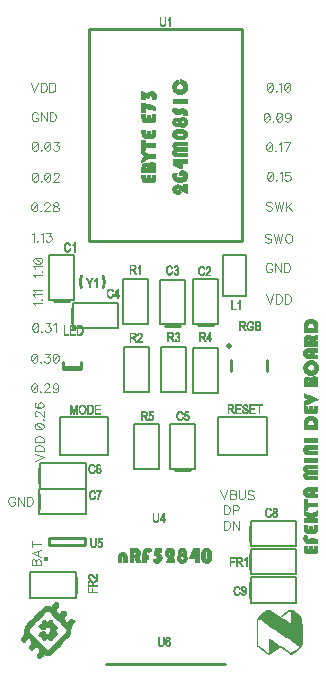
<source format=gbr>
G04 DipTrace 3.2.0.1*
G04 TopSilk.gbr*
%MOMM*%
G04 #@! TF.FileFunction,Legend,Top*
G04 #@! TF.Part,Single*
%ADD10C,0.25*%
%ADD12C,0.0762*%
%ADD13C,0.05*%
%ADD20C,0.2*%
%ADD29O,0.47127X0.4628*%
%ADD36O,0.39127X0.39145*%
%ADD87C,0.11765*%
%FSLAX35Y35*%
G04*
G71*
G90*
G75*
G01*
G04 TopSilk*
%LPD*%
X-774283Y-1406470D2*
D10*
X-904183D1*
X446950Y-1607053D2*
X317050D1*
X163950Y-1613053D2*
X34050D1*
X-750053Y-1591950D2*
Y-1462050D1*
X249950Y-2836053D2*
X120050D1*
X-1025573Y-2948747D2*
Y-2818847D1*
X-1025690Y-3167820D2*
Y-3037920D1*
X755947Y-3438357D2*
Y-3308457D1*
Y-3916950D2*
Y-3787050D1*
Y-3676950D2*
Y-3547050D1*
X-713770Y-3743603D2*
Y-3873503D1*
X-829920Y-1979920D2*
Y-1920080D1*
X-670080Y-1979920D2*
Y-1920080D1*
Y-1961088D2*
X-829920D1*
X-670080Y-1980008D2*
X-829920D1*
D29*
X578565Y-1788124D3*
X899998Y-2000024D2*
D10*
Y-1900028D1*
X600024Y-2000024D2*
Y-1900028D1*
X-607944Y900000D2*
X691944D1*
Y-899908D1*
X-607944D1*
Y900000D1*
X-944140Y-3471691D2*
X-644153D1*
Y-3411695D1*
X-944140D1*
Y-3471691D1*
D36*
X-967510Y-3589108D3*
X-458027Y-4480000D2*
D10*
X542027D1*
X-485356Y-1292520D2*
G03X-488060Y-1192530I-94559J47474D01*
G01*
X-668193D2*
G03X-670898Y-1292520I91855J-52516D01*
G01*
X275737Y-1217993D2*
D20*
X488047D1*
Y-1596843D1*
X275737D1*
Y-1217993D1*
X-7767Y-1223077D2*
X204543D1*
Y-1601927D1*
X-7767D1*
Y-1223077D1*
X-318380Y-1218133D2*
X-106070D1*
Y-1596983D1*
X-318380D1*
Y-1218133D1*
X-946370Y-1017120D2*
X-734060D1*
Y-1395970D1*
X-946370D1*
Y-1017120D1*
X-740823Y-1421560D2*
X-361973D1*
Y-1633870D1*
X-740823D1*
Y-1421560D1*
X-307073Y-1796000D2*
X-94763D1*
Y-2174850D1*
X-307073D1*
Y-1796000D1*
X2093D2*
X214403D1*
Y-2174850D1*
X2093D1*
Y-1796000D1*
X276453Y-1804190D2*
X488763D1*
Y-2183040D1*
X276453D1*
Y-1804190D1*
X-224983Y-2443880D2*
X-12673D1*
Y-2822730D1*
X-224983D1*
Y-2443880D1*
X78890Y-2446573D2*
X291200D1*
Y-2825423D1*
X78890D1*
Y-2446573D1*
X-851010Y-2386727D2*
X-441380D1*
Y-2710837D1*
X-851010D1*
Y-2386727D1*
X-1102737Y-3702717D2*
X-712660D1*
Y-3915027D1*
X-1102737D1*
Y-3702717D1*
X767137Y-3744813D2*
X1145987D1*
Y-3957123D1*
X767137D1*
Y-3744813D1*
X765987Y-3505010D2*
X1144837D1*
Y-3717320D1*
X765987D1*
Y-3505010D1*
Y-3267277D2*
X1144837D1*
Y-3479587D1*
X765987D1*
Y-3267277D1*
X489750Y-2385807D2*
X899380D1*
Y-2709917D1*
X489750D1*
Y-2385807D1*
X-1025253Y-2999283D2*
X-635177D1*
Y-3211593D1*
X-1025253D1*
Y-2999283D1*
X-1024863Y-2779580D2*
X-634787D1*
Y-2991890D1*
X-1024863D1*
Y-2779580D1*
X525953Y-1010933D2*
X726627D1*
Y-1365210D1*
X525953D1*
Y-1010933D1*
X-797263Y-908373D2*
D13*
X-782263D1*
X-732263D2*
X-727263D1*
X-801762Y-910873D2*
X-778619D1*
X-733223D2*
X-727263D1*
X-805636Y-913373D2*
X-775489D1*
X-734385D2*
X-727263D1*
X-808645Y-915873D2*
X-796762D1*
X-783141D2*
X-772954D1*
X-735875D2*
X-727263D1*
X-810865Y-918373D2*
X-800636D1*
X-779808D2*
X-770979D1*
X-737776D2*
X-727263D1*
X-812571Y-920873D2*
X-803645D1*
X-777216D2*
X-769376D1*
X-739978D2*
X-727263D1*
X-814008Y-923373D2*
X-805865D1*
X-775164D2*
X-767909D1*
X-742337D2*
X-727263D1*
X-815246Y-925873D2*
X-807571D1*
X-773727D2*
X-766389D1*
X-744689D2*
X-727263D1*
X-816208Y-928373D2*
X-809008D1*
X-772864D2*
X-764763D1*
X-746783D2*
X-739763D1*
X-734763D2*
X-727263D1*
X-816867Y-930873D2*
X-810246D1*
X-772263D2*
X-769763D1*
X-748421D2*
X-742263D1*
X-734763D2*
X-727263D1*
X-817472Y-933373D2*
X-811198D1*
X-749763D2*
X-744763D1*
X-734763D2*
X-727263D1*
X-818197Y-935873D2*
X-811769D1*
X-734763D2*
X-727263D1*
X-818889Y-938373D2*
X-812056D1*
X-734763D2*
X-727263D1*
X-819345Y-940873D2*
X-812182D1*
X-734763D2*
X-727263D1*
X-819584Y-943373D2*
X-812233D1*
X-734763D2*
X-727263D1*
X-819692Y-945873D2*
X-812253D1*
X-734763D2*
X-727263D1*
X-819727Y-948373D2*
X-812260D1*
X-734763D2*
X-727263D1*
X-819656Y-950873D2*
X-812262D1*
X-734763D2*
X-727263D1*
X-819344Y-953373D2*
X-812253D1*
X-734763D2*
X-727263D1*
X-818747Y-955873D2*
X-812166D1*
X-734763D2*
X-727263D1*
X-818097Y-958373D2*
X-811837D1*
X-769763D2*
X-767263D1*
X-734763D2*
X-727263D1*
X-817574Y-960873D2*
X-811151D1*
X-770628D2*
X-766205D1*
X-734763D2*
X-727263D1*
X-817013Y-963373D2*
X-810181D1*
X-771469D2*
X-765557D1*
X-734763D2*
X-727263D1*
X-816221Y-965873D2*
X-809049D1*
X-772360D2*
X-766076D1*
X-734763D2*
X-727263D1*
X-815208Y-968373D2*
X-807750D1*
X-773620D2*
X-766933D1*
X-734763D2*
X-727263D1*
X-814058Y-970873D2*
X-806046D1*
X-775435D2*
X-768012D1*
X-734763D2*
X-727263D1*
X-812763Y-973373D2*
X-803844D1*
X-778048D2*
X-769279D1*
X-734763D2*
X-727263D1*
X-811194Y-975873D2*
X-798226D1*
X-782321D2*
X-770838D1*
X-734763D2*
X-727263D1*
X-809166Y-978373D2*
X-789869D1*
X-789028D2*
X-772862D1*
X-734763D2*
X-727263D1*
X-806565Y-980873D2*
X-775462D1*
X-734763D2*
X-727263D1*
X-803342Y-983373D2*
X-778685D1*
X-734763D2*
X-727263D1*
X-799763Y-985873D2*
X-782263D1*
X-734763D2*
X-727263D1*
X339000Y-1109527D2*
X354000D1*
X394000D2*
X409000D1*
X334501Y-1112027D2*
X357644D1*
X390441D2*
X411490D1*
X330627Y-1114527D2*
X360774D1*
X387553D2*
X413893D1*
X327618Y-1117027D2*
X339501D1*
X353122D2*
X363309D1*
X385387D2*
X394010D1*
X405613D2*
X415986D1*
X325399Y-1119527D2*
X335627D1*
X356455D2*
X365284D1*
X383783D2*
X391607D1*
X408857D2*
X417559D1*
X323692Y-1122027D2*
X332618D1*
X359047D2*
X366888D1*
X382669D2*
X389523D1*
X411131D2*
X418722D1*
X322255Y-1124527D2*
X330399D1*
X361100D2*
X368355D1*
X382030D2*
X388029D1*
X412835D2*
X419728D1*
X321018Y-1127027D2*
X328692D1*
X362536D2*
X369875D1*
X381704D2*
X387128D1*
X413434D2*
X420536D1*
X320056Y-1129527D2*
X327255D1*
X363399D2*
X371500D1*
X381500D2*
X386500D1*
X413749D2*
X420954D1*
X319396Y-1132027D2*
X326018D1*
X364000D2*
X366500D1*
X413808D2*
X420893D1*
X318791Y-1134527D2*
X325065D1*
X413539D2*
X420400D1*
X318066Y-1137027D2*
X324494D1*
X412875D2*
X419719D1*
X317374Y-1139527D2*
X324208D1*
X411914D2*
X418972D1*
X316919Y-1142027D2*
X324081D1*
X410784D2*
X418050D1*
X316680Y-1144527D2*
X324030D1*
X409496D2*
X416899D1*
X316571Y-1147027D2*
X324011D1*
X407939D2*
X415493D1*
X316536Y-1149527D2*
X324004D1*
X406008D2*
X413907D1*
X316607Y-1152027D2*
X324001D1*
X403793D2*
X412302D1*
X316920Y-1154527D2*
X324010D1*
X401419D2*
X410573D1*
X317516Y-1157027D2*
X324098D1*
X398970D2*
X408561D1*
X318166Y-1159527D2*
X324426D1*
X366500D2*
X369000D1*
X396489D2*
X406313D1*
X318690Y-1162027D2*
X325113D1*
X365636D2*
X370059D1*
X394006D2*
X403926D1*
X319250Y-1164527D2*
X326082D1*
X364794D2*
X370706D1*
X391596D2*
X401473D1*
X320043Y-1167027D2*
X327214D1*
X363904D2*
X370188D1*
X389416D2*
X399000D1*
X321056Y-1169527D2*
X328513D1*
X362644D2*
X369331D1*
X387525D2*
X396594D1*
X322205Y-1172027D2*
X330217D1*
X360829D2*
X368251D1*
X385763D2*
X394415D1*
X323500Y-1174527D2*
X332420D1*
X358215D2*
X366984D1*
X384106D2*
X392515D1*
X325069Y-1177027D2*
X338037D1*
X353943D2*
X365425D1*
X382765D2*
X390663D1*
X327097Y-1179527D2*
X346395D1*
X347235D2*
X363401D1*
X381706D2*
X388637D1*
X329698Y-1182027D2*
X360802D1*
X380722D2*
X421500D1*
X332922Y-1184527D2*
X357578D1*
X379813D2*
X421500D1*
X336500Y-1187027D2*
X354000D1*
X379000D2*
X421500D1*
X68000Y-1102527D2*
X83000D1*
X123000D2*
X135500D1*
X63501Y-1105027D2*
X86644D1*
X119742D2*
X138459D1*
X59627Y-1107527D2*
X89774D1*
X117232D2*
X140985D1*
X56618Y-1110027D2*
X68501D1*
X82122D2*
X92309D1*
X115344D2*
X123105D1*
X135395D2*
X142896D1*
X54399Y-1112527D2*
X64627D1*
X85455D2*
X94284D1*
X113815D2*
X121022D1*
X137477D2*
X144188D1*
X52692Y-1115027D2*
X61618D1*
X88047D2*
X95888D1*
X112516D2*
X119529D1*
X138961D2*
X144910D1*
X51255Y-1117527D2*
X59399D1*
X90100D2*
X97355D1*
X111430D2*
X118628D1*
X139805D2*
X145257D1*
X50018Y-1120027D2*
X57692D1*
X91536D2*
X98875D1*
X110500D2*
X118000D1*
X140204D2*
X145406D1*
X49056Y-1122527D2*
X56255D1*
X92399D2*
X100500D1*
X140272D2*
X145456D1*
X48396Y-1125027D2*
X55018D1*
X93000D2*
X95500D1*
X140097D2*
X145381D1*
X47791Y-1127527D2*
X54065D1*
X138808D2*
X144982D1*
X47066Y-1130027D2*
X53494D1*
X135676D2*
X144077D1*
X46374Y-1132527D2*
X53208D1*
X132077D2*
X142936D1*
X45919Y-1135027D2*
X53081D1*
X129006D2*
X141953D1*
X45680Y-1137527D2*
X53030D1*
X126979D2*
X142261D1*
X45571Y-1140027D2*
X53011D1*
X125500D2*
X143745D1*
X45536Y-1142527D2*
X53004D1*
X131921D2*
X145347D1*
X45607Y-1145027D2*
X53001D1*
X136601D2*
X146700D1*
X45920Y-1147527D2*
X53010D1*
X140049D2*
X147773D1*
X46516Y-1150027D2*
X53098D1*
X141489D2*
X148746D1*
X47166Y-1152527D2*
X53426D1*
X95500D2*
X98000D1*
X142323D2*
X149542D1*
X47690Y-1155027D2*
X54113D1*
X94636D2*
X99059D1*
X142723D2*
X149956D1*
X48250Y-1157527D2*
X55082D1*
X93794D2*
X99706D1*
X142884D2*
X149894D1*
X49043Y-1160027D2*
X56214D1*
X92904D2*
X99188D1*
X110500D2*
X115500D1*
X142854D2*
X149400D1*
X50056Y-1162527D2*
X57513D1*
X91644D2*
X98331D1*
X110595D2*
X116460D1*
X142463D2*
X148719D1*
X51205Y-1165027D2*
X59217D1*
X89829D2*
X97251D1*
X110925D2*
X117661D1*
X141694D2*
X147972D1*
X52500Y-1167527D2*
X61420D1*
X87215D2*
X95984D1*
X111622D2*
X119120D1*
X139453D2*
X147050D1*
X54069Y-1170027D2*
X67037D1*
X82943D2*
X94425D1*
X112689D2*
X122873D1*
X135766D2*
X145880D1*
X56097Y-1172527D2*
X75395D1*
X76235D2*
X92401D1*
X114236D2*
X128556D1*
X130017D2*
X144290D1*
X58698Y-1175027D2*
X89802D1*
X116508D2*
X142002D1*
X61922Y-1177527D2*
X86578D1*
X119545D2*
X138958D1*
X65500Y-1180027D2*
X83000D1*
X123000D2*
X135500D1*
X-435187Y-1298553D2*
X-420187D1*
X-367687D2*
X-362687D1*
X-439686Y-1301053D2*
X-416542D1*
X-369237D2*
X-362687D1*
X-443560Y-1303553D2*
X-413412D1*
X-370663D2*
X-362687D1*
X-446569Y-1306053D2*
X-434686D1*
X-421064D2*
X-410877D1*
X-372002D2*
X-362687D1*
X-448788Y-1308553D2*
X-438560D1*
X-417732D2*
X-408903D1*
X-373297D2*
X-362687D1*
X-450494Y-1311053D2*
X-441569D1*
X-415140D2*
X-407299D1*
X-374642D2*
X-362687D1*
X-451932Y-1313553D2*
X-443788D1*
X-413087D2*
X-405832D1*
X-376136D2*
X-362687D1*
X-453169Y-1316053D2*
X-445494D1*
X-411650D2*
X-404312D1*
X-377748D2*
X-362687D1*
X-454131Y-1318553D2*
X-446932D1*
X-410788D2*
X-402687D1*
X-379280D2*
X-372291D1*
X-367687D2*
X-362687D1*
X-454790Y-1321053D2*
X-448169D1*
X-410187D2*
X-407687D1*
X-380685D2*
X-374083D1*
X-367687D2*
X-362687D1*
X-455395Y-1323553D2*
X-449121D1*
X-382012D2*
X-375607D1*
X-367687D2*
X-362687D1*
X-456120Y-1326053D2*
X-449693D1*
X-383291D2*
X-376983D1*
X-367687D2*
X-362687D1*
X-456813Y-1328553D2*
X-449979D1*
X-384556D2*
X-378281D1*
X-367687D2*
X-362687D1*
X-457268Y-1331053D2*
X-450105D1*
X-385808D2*
X-379552D1*
X-367687D2*
X-362687D1*
X-457507Y-1333553D2*
X-450157D1*
X-387062D2*
X-380817D1*
X-367687D2*
X-362687D1*
X-457615Y-1336053D2*
X-450176D1*
X-388320D2*
X-382149D1*
X-367687D2*
X-362687D1*
X-457650Y-1338553D2*
X-450183D1*
X-389650D2*
X-383639D1*
X-367687D2*
X-362687D1*
X-457580Y-1341053D2*
X-450185D1*
X-391129D2*
X-385257D1*
X-367687D2*
X-362687D1*
X-457267Y-1343553D2*
X-450177D1*
X-392652D2*
X-386854D1*
X-367687D2*
X-362687D1*
X-456671Y-1346053D2*
X-450089D1*
X-393854D2*
X-388480D1*
X-367687D2*
X-362687D1*
X-456021Y-1348553D2*
X-449761D1*
X-407687D2*
X-405187D1*
X-394573D2*
X-390187D1*
X-367687D2*
X-362687D1*
X-455497Y-1351053D2*
X-449074D1*
X-408551D2*
X-404128D1*
X-394930D2*
X-352687D1*
X-454937Y-1353553D2*
X-448105D1*
X-409393D2*
X-403481D1*
X-395087D2*
X-352687D1*
X-454144Y-1356053D2*
X-446972D1*
X-410283D2*
X-403999D1*
X-395152D2*
X-352687D1*
X-453131Y-1358553D2*
X-445673D1*
X-411543D2*
X-404856D1*
X-367687D2*
X-362687D1*
X-451982Y-1361053D2*
X-443970D1*
X-413358D2*
X-405935D1*
X-367687D2*
X-362687D1*
X-450686Y-1363553D2*
X-441767D1*
X-415971D2*
X-407203D1*
X-367687D2*
X-362687D1*
X-449117Y-1366053D2*
X-436149D1*
X-420244D2*
X-408761D1*
X-367687D2*
X-362687D1*
X-447090Y-1368553D2*
X-427792D1*
X-426952D2*
X-410785D1*
X-367687D2*
X-362687D1*
X-444489Y-1371053D2*
X-413385D1*
X-367687D2*
X-362687D1*
X-441265Y-1373553D2*
X-416608D1*
X-367687D2*
X-362687D1*
X-437687Y-1376053D2*
X-420187D1*
X-367687D2*
X-362687D1*
X155000Y-2337033D2*
X170000D1*
X205000D2*
X235000D1*
X150501Y-2339533D2*
X173644D1*
X203846D2*
X235000D1*
X146627Y-2342033D2*
X176774D1*
X203128D2*
X235000D1*
X143618Y-2344533D2*
X155501D1*
X169122D2*
X179309D1*
X202765D2*
X207500D1*
X141399Y-2347033D2*
X151627D1*
X172455D2*
X181284D1*
X202594D2*
X207500D1*
X139692Y-2349533D2*
X148618D1*
X175047D2*
X182888D1*
X202441D2*
X207490D1*
X138255Y-2352033D2*
X146399D1*
X177100D2*
X184355D1*
X202097D2*
X207402D1*
X137018Y-2354533D2*
X144692D1*
X178536D2*
X185875D1*
X201490D2*
X207103D1*
X136056Y-2357033D2*
X143255D1*
X179399D2*
X187500D1*
X200846D2*
X206694D1*
X135396Y-2359533D2*
X142018D1*
X180000D2*
X182500D1*
X200408D2*
X206442D1*
X134791Y-2362033D2*
X141065D1*
X200167D2*
X207961D1*
X212500D2*
X222500D1*
X134066Y-2364533D2*
X140494D1*
X199973D2*
X226059D1*
X133374Y-2367033D2*
X140208D1*
X199630D2*
X228947D1*
X132919Y-2369533D2*
X140081D1*
X199204D2*
X210103D1*
X222490D2*
X231113D1*
X132680Y-2372033D2*
X140030D1*
X198944D2*
X207991D1*
X224893D2*
X232727D1*
X132571Y-2374533D2*
X140011D1*
X200462D2*
X206346D1*
X226976D2*
X233929D1*
X132536Y-2377033D2*
X140004D1*
X202500D2*
X205000D1*
X228461D2*
X234884D1*
X132607Y-2379533D2*
X140001D1*
X229305D2*
X235794D1*
X132920Y-2382033D2*
X140010D1*
X229713D2*
X236570D1*
X133516Y-2384533D2*
X140098D1*
X229889D2*
X237051D1*
X134166Y-2387033D2*
X140426D1*
X182500D2*
X185000D1*
X229960D2*
X237215D1*
X134690Y-2389533D2*
X141113D1*
X181636D2*
X186059D1*
X229976D2*
X237010D1*
X135250Y-2392033D2*
X142082D1*
X180794D2*
X186706D1*
X229898D2*
X236457D1*
X136043Y-2394533D2*
X143214D1*
X179904D2*
X186188D1*
X197500D2*
X202500D1*
X229572D2*
X235824D1*
X137056Y-2397033D2*
X144513D1*
X178644D2*
X185331D1*
X197595D2*
X203460D1*
X228877D2*
X235297D1*
X138205Y-2399533D2*
X146217D1*
X176829D2*
X184251D1*
X197925D2*
X204661D1*
X227781D2*
X234661D1*
X139500Y-2402033D2*
X148420D1*
X174215D2*
X182984D1*
X198622D2*
X206120D1*
X226371D2*
X233629D1*
X141069Y-2404533D2*
X154037D1*
X169943D2*
X181425D1*
X199689D2*
X209873D1*
X222624D2*
X232238D1*
X143097Y-2407033D2*
X162395D1*
X163235D2*
X179401D1*
X201236D2*
X215556D1*
X216943D2*
X230633D1*
X145698Y-2409533D2*
X176802D1*
X203508D2*
X228564D1*
X148922Y-2412033D2*
X173578D1*
X206545D2*
X225753D1*
X152500Y-2414533D2*
X170000D1*
X210000D2*
X222500D1*
X-589577Y-2784133D2*
X-574577D1*
X-532077D2*
X-519577D1*
X-594076Y-2786633D2*
X-570932D1*
X-535635D2*
X-517172D1*
X-597950Y-2789133D2*
X-567802D1*
X-538523D2*
X-515002D1*
X-600959Y-2791633D2*
X-589076D1*
X-575454D2*
X-565267D1*
X-540690D2*
X-532067D1*
X-523050D2*
X-513199D1*
X-603178Y-2794133D2*
X-592950D1*
X-572122D2*
X-563293D1*
X-542303D2*
X-534469D1*
X-520030D2*
X-511756D1*
X-604884Y-2796633D2*
X-595959D1*
X-569530D2*
X-561689D1*
X-543505D2*
X-536553D1*
X-517964D2*
X-510700D1*
X-606322Y-2799133D2*
X-598178D1*
X-567477D2*
X-560222D1*
X-544461D2*
X-538048D1*
X-516258D2*
X-510044D1*
X-607559Y-2801633D2*
X-599884D1*
X-566040D2*
X-558702D1*
X-545370D2*
X-538980D1*
X-514577D2*
X-509577D1*
X-608521Y-2804133D2*
X-601322D1*
X-565178D2*
X-557077D1*
X-546147D2*
X-539706D1*
X-609180Y-2806633D2*
X-602559D1*
X-564577D2*
X-562077D1*
X-546637D2*
X-540481D1*
X-609785Y-2809133D2*
X-603511D1*
X-546889D2*
X-541192D1*
X-610510Y-2811633D2*
X-604083D1*
X-547003D2*
X-541645D1*
X-611203Y-2814133D2*
X-604369D1*
X-547049D2*
X-541791D1*
X-532077D2*
X-519577D1*
X-611658Y-2816633D2*
X-604495D1*
X-547067D2*
X-541514D1*
X-535036D2*
X-517086D1*
X-611897Y-2819133D2*
X-604547D1*
X-547073D2*
X-540705D1*
X-538413D2*
X-514684D1*
X-612005Y-2821633D2*
X-604566D1*
X-547076D2*
X-531480D1*
X-522964D2*
X-512591D1*
X-612040Y-2824133D2*
X-604573D1*
X-547076D2*
X-535024D1*
X-519719D2*
X-511018D1*
X-611970Y-2826633D2*
X-604575D1*
X-547077D2*
X-537750D1*
X-517446D2*
X-509855D1*
X-611657Y-2829133D2*
X-604567D1*
X-547077D2*
X-538792D1*
X-515742D2*
X-508848D1*
X-611061Y-2831633D2*
X-604479D1*
X-547077D2*
X-539611D1*
X-515143D2*
X-508031D1*
X-610411Y-2834133D2*
X-604151D1*
X-562077D2*
X-559577D1*
X-547077D2*
X-540349D1*
X-514818D2*
X-507535D1*
X-609887Y-2836633D2*
X-603464D1*
X-562941D2*
X-558518D1*
X-547067D2*
X-540763D1*
X-514671D2*
X-507365D1*
X-609327Y-2839133D2*
X-602495D1*
X-563783D2*
X-557871D1*
X-546979D2*
X-540625D1*
X-514621D2*
X-507568D1*
X-608534Y-2841633D2*
X-601362D1*
X-564673D2*
X-558389D1*
X-546651D2*
X-540131D1*
X-514687D2*
X-508129D1*
X-607521Y-2844133D2*
X-600063D1*
X-565933D2*
X-559246D1*
X-545964D2*
X-539389D1*
X-515017D2*
X-508840D1*
X-606372Y-2846633D2*
X-598360D1*
X-567748D2*
X-560325D1*
X-544995D2*
X-538158D1*
X-515837D2*
X-509598D1*
X-605076Y-2849133D2*
X-596157D1*
X-570361D2*
X-561593D1*
X-543862D2*
X-536128D1*
X-517098D2*
X-510524D1*
X-603507Y-2851633D2*
X-590539D1*
X-574634D2*
X-563151D1*
X-542563D2*
X-532840D1*
X-521079D2*
X-511696D1*
X-601480Y-2854133D2*
X-582182D1*
X-581342D2*
X-565175D1*
X-540911D2*
X-527943D1*
X-527178D2*
X-513286D1*
X-598879Y-2856633D2*
X-567775D1*
X-538595D2*
X-515575D1*
X-595655Y-2859133D2*
X-570998D1*
X-535540D2*
X-518619D1*
X-592077Y-2861633D2*
X-574577D1*
X-532077D2*
X-522077D1*
X-586310Y-3004900D2*
X-571310D1*
X-543810D2*
X-503810D1*
X-590809Y-3007400D2*
X-567666D1*
X-543810D2*
X-504206D1*
X-594683Y-3009900D2*
X-564536D1*
X-543810D2*
X-504924D1*
X-597692Y-3012400D2*
X-585809D1*
X-572188D2*
X-562001D1*
X-513414D2*
X-505977D1*
X-599911Y-3014900D2*
X-589683D1*
X-568855D2*
X-560026D1*
X-515206D2*
X-507342D1*
X-601618Y-3017400D2*
X-592692D1*
X-566263D2*
X-558422D1*
X-516731D2*
X-508902D1*
X-603055Y-3019900D2*
X-594911D1*
X-564210D2*
X-556955D1*
X-518106D2*
X-510414D1*
X-604292Y-3022400D2*
X-596618D1*
X-562774D2*
X-555435D1*
X-519404D2*
X-511812D1*
X-605254Y-3024900D2*
X-598055D1*
X-561911D2*
X-553810D1*
X-520675D2*
X-513136D1*
X-605914Y-3027400D2*
X-599292D1*
X-561310D2*
X-558810D1*
X-521930D2*
X-514415D1*
X-606519Y-3029900D2*
X-600245D1*
X-523175D2*
X-515669D1*
X-607244Y-3032400D2*
X-600816D1*
X-524346D2*
X-516844D1*
X-607936Y-3034900D2*
X-601102D1*
X-525358D2*
X-517857D1*
X-608391Y-3037400D2*
X-601229D1*
X-526238D2*
X-518747D1*
X-608630Y-3039900D2*
X-601280D1*
X-527129D2*
X-519717D1*
X-608739Y-3042400D2*
X-601299D1*
X-527983D2*
X-520802D1*
X-608774Y-3044900D2*
X-601306D1*
X-528788D2*
X-521897D1*
X-608703Y-3047400D2*
X-601309D1*
X-529638D2*
X-522877D1*
X-608390Y-3049900D2*
X-601300D1*
X-530402D2*
X-523745D1*
X-607794Y-3052400D2*
X-601212D1*
X-530972D2*
X-524621D1*
X-607144Y-3054900D2*
X-600884D1*
X-558810D2*
X-556310D1*
X-531540D2*
X-525386D1*
X-606620Y-3057400D2*
X-600197D1*
X-559674D2*
X-555251D1*
X-532252D2*
X-525882D1*
X-606060Y-3059900D2*
X-599228D1*
X-560516D2*
X-554604D1*
X-532939D2*
X-526221D1*
X-605267Y-3062400D2*
X-598096D1*
X-561406D2*
X-555122D1*
X-533392D2*
X-526653D1*
X-604254Y-3064900D2*
X-596797D1*
X-562666D2*
X-555979D1*
X-533640D2*
X-527298D1*
X-603105Y-3067400D2*
X-595093D1*
X-564481D2*
X-557059D1*
X-533836D2*
X-527956D1*
X-601810Y-3069900D2*
X-592890D1*
X-567095D2*
X-558326D1*
X-534200D2*
X-528399D1*
X-600241Y-3072400D2*
X-587273D1*
X-571367D2*
X-559885D1*
X-534816D2*
X-528633D1*
X-598213Y-3074900D2*
X-578915D1*
X-578075D2*
X-561909D1*
X-535463D2*
X-528740D1*
X-595612Y-3077400D2*
X-564508D1*
X-535903D2*
X-528784D1*
X-592388Y-3079900D2*
X-567732D1*
X-536149D2*
X-528801D1*
X-588810Y-3082400D2*
X-571310D1*
X-536310D2*
X-528810D1*
X904363Y-3155437D2*
X919363D1*
X959363D2*
X971863D1*
X899864Y-3157937D2*
X923008D1*
X956873D2*
X975121D1*
X895990Y-3160437D2*
X926138D1*
X954471D2*
X977622D1*
X892981Y-3162937D2*
X904864D1*
X918486D2*
X928673D1*
X952387D2*
X959759D1*
X971758D2*
X979431D1*
X890762Y-3165437D2*
X900990D1*
X921818D2*
X930647D1*
X950902D2*
X957977D1*
X973840D2*
X980728D1*
X889056Y-3167937D2*
X897981D1*
X924410D2*
X932251D1*
X950058D2*
X956540D1*
X975325D2*
X981723D1*
X887618Y-3170437D2*
X895762D1*
X926463D2*
X933718D1*
X949650D2*
X955503D1*
X976169D2*
X982639D1*
X886381Y-3172937D2*
X894056D1*
X927900D2*
X935238D1*
X949474D2*
X954979D1*
X976567D2*
X983333D1*
X885419Y-3175437D2*
X892618D1*
X928762D2*
X936863D1*
X949414D2*
X955006D1*
X976645D2*
X983712D1*
X884760Y-3177937D2*
X891381D1*
X929363D2*
X931863D1*
X949485D2*
X955609D1*
X976499D2*
X983107D1*
X884155Y-3180437D2*
X890429D1*
X949892D2*
X956599D1*
X975396D2*
X982123D1*
X883430Y-3182937D2*
X889857D1*
X950903D2*
X959168D1*
X971828D2*
X980709D1*
X882737Y-3185437D2*
X889571D1*
X952556D2*
X965019D1*
X966245D2*
X978838D1*
X882282Y-3187937D2*
X889445D1*
X954628D2*
X976661D1*
X882043Y-3190437D2*
X889393D1*
X956863D2*
X974363D1*
X881935Y-3192937D2*
X889374D1*
X953605D2*
X977912D1*
X881900Y-3195437D2*
X889367D1*
X951105D2*
X959459D1*
X971854D2*
X980722D1*
X881970Y-3197937D2*
X889365D1*
X949305D2*
X957289D1*
X974256D2*
X982658D1*
X882283Y-3200437D2*
X889373D1*
X948097D2*
X955486D1*
X976340D2*
X983981D1*
X882879Y-3202937D2*
X889461D1*
X947420D2*
X954043D1*
X977825D2*
X985053D1*
X883529Y-3205437D2*
X889789D1*
X931863D2*
X934363D1*
X947093D2*
X952994D1*
X978669D2*
X985895D1*
X884053Y-3207937D2*
X890476D1*
X930999D2*
X935422D1*
X946952D2*
X952392D1*
X979077D2*
X986401D1*
X884613Y-3210437D2*
X891445D1*
X930157D2*
X936069D1*
X946896D2*
X952178D1*
X979243D2*
X986574D1*
X885406Y-3212937D2*
X892578D1*
X929267D2*
X935551D1*
X946885D2*
X952374D1*
X979225D2*
X986372D1*
X886419Y-3215437D2*
X893877D1*
X928007D2*
X934694D1*
X946965D2*
X953017D1*
X978913D2*
X985811D1*
X887568Y-3217937D2*
X895580D1*
X926192D2*
X933615D1*
X947291D2*
X954093D1*
X978090D2*
X985090D1*
X888864Y-3220437D2*
X897783D1*
X923579D2*
X932347D1*
X947986D2*
X955494D1*
X976803D2*
X984244D1*
X890433Y-3222937D2*
X903401D1*
X919306D2*
X930789D1*
X949053D2*
X959240D1*
X972386D2*
X982990D1*
X892460Y-3225437D2*
X911758D1*
X912598D2*
X928765D1*
X950599D2*
X964921D1*
X965420D2*
X981133D1*
X895061Y-3227937D2*
X926165D1*
X952871D2*
X978612D1*
X898285Y-3230437D2*
X922942D1*
X955909D2*
X975423D1*
X901863Y-3232937D2*
X919363D1*
X959363D2*
X971863D1*
X639757Y-3816633D2*
X654757D1*
X694757D2*
X704757D1*
X635258Y-3819133D2*
X658401D1*
X691198D2*
X708401D1*
X631384Y-3821633D2*
X661531D1*
X688310D2*
X711531D1*
X628375Y-3824133D2*
X640258D1*
X653879D2*
X664066D1*
X686144D2*
X694852D1*
X707161D2*
X714066D1*
X626155Y-3826633D2*
X636384D1*
X657212D2*
X666041D1*
X684540D2*
X692682D1*
X709331D2*
X716031D1*
X624449Y-3829133D2*
X633375D1*
X659804D2*
X667644D1*
X683426D2*
X690879D1*
X711134D2*
X717539D1*
X623012Y-3831633D2*
X631155D1*
X661856D2*
X669111D1*
X682789D2*
X689436D1*
X712577D2*
X718612D1*
X621774Y-3834133D2*
X629449D1*
X663293D2*
X670631D1*
X682478D2*
X688387D1*
X713626D2*
X719243D1*
X620812Y-3836633D2*
X628012D1*
X664156D2*
X672257D1*
X682343D2*
X687775D1*
X714238D2*
X719636D1*
X620153Y-3839133D2*
X626774D1*
X664757D2*
X667257D1*
X682288D2*
X687483D1*
X714530D2*
X720088D1*
X619548Y-3841633D2*
X625822D1*
X682268D2*
X687439D1*
X714575D2*
X720740D1*
X618823Y-3844133D2*
X625251D1*
X682270D2*
X687714D1*
X714300D2*
X721402D1*
X618131Y-3846633D2*
X624964D1*
X682356D2*
X688390D1*
X713623D2*
X721845D1*
X617675Y-3849133D2*
X624838D1*
X682683D2*
X689479D1*
X712534D2*
X722079D1*
X617436Y-3851633D2*
X624787D1*
X683379D2*
X690886D1*
X711127D2*
X722186D1*
X617328Y-3854133D2*
X624767D1*
X684446D2*
X694633D1*
X707380D2*
X722230D1*
X617293Y-3856633D2*
X624760D1*
X685992D2*
X700314D1*
X701700D2*
X722237D1*
X617364Y-3859133D2*
X624758D1*
X688264D2*
X722156D1*
X617676Y-3861633D2*
X624767D1*
X691302D2*
X709757D1*
X714757D2*
X721839D1*
X618273Y-3864133D2*
X624854D1*
X694757D2*
X704757D1*
X714757D2*
X721241D1*
X618923Y-3866633D2*
X625183D1*
X667257D2*
X669757D1*
X714747D2*
X720601D1*
X619446Y-3869133D2*
X625869D1*
X666392D2*
X670815D1*
X714659D2*
X720155D1*
X620007Y-3871633D2*
X626839D1*
X665551D2*
X671463D1*
X714331D2*
X719835D1*
X620799Y-3874133D2*
X627971D1*
X664660D2*
X670944D1*
X713644D2*
X719401D1*
X621812Y-3876633D2*
X629270D1*
X663400D2*
X670087D1*
X682257D2*
X689757D1*
X712665D2*
X718670D1*
X622962Y-3879133D2*
X630974D1*
X661585D2*
X669008D1*
X683121D2*
X690277D1*
X711405D2*
X717684D1*
X624257Y-3881633D2*
X633176D1*
X658972D2*
X667741D1*
X683963D2*
X691175D1*
X709862D2*
X716545D1*
X625826Y-3884133D2*
X638794D1*
X654699D2*
X666182D1*
X684863D2*
X694314D1*
X705812D2*
X715244D1*
X627854Y-3886633D2*
X647151D1*
X647992D2*
X664158D1*
X686218D2*
X699032D1*
X699677D2*
X713592D1*
X630455Y-3889133D2*
X661558D1*
X688368D2*
X711275D1*
X633678Y-3891633D2*
X658335D1*
X691342D2*
X708220D1*
X637257Y-3894133D2*
X654757D1*
X694757D2*
X704757D1*
X583700Y-3571547D2*
X626200D1*
X638700D2*
X676200D1*
X723700D2*
X728700D1*
X583700Y-3574047D2*
X626200D1*
X638700D2*
X679458D1*
X722740D2*
X728700D1*
X583700Y-3576547D2*
X626200D1*
X638700D2*
X681968D1*
X721578D2*
X728700D1*
X583700Y-3579047D2*
X591200D1*
X638700D2*
X643700D1*
X672813D2*
X683856D1*
X720089D2*
X728700D1*
X583700Y-3581547D2*
X591200D1*
X638700D2*
X643700D1*
X676057D2*
X685383D1*
X718188D2*
X728700D1*
X583700Y-3584047D2*
X591200D1*
X638700D2*
X643700D1*
X678331D2*
X686658D1*
X715985D2*
X728700D1*
X583700Y-3586547D2*
X591200D1*
X638700D2*
X643700D1*
X680035D2*
X687626D1*
X713626D2*
X728700D1*
X583700Y-3589047D2*
X591200D1*
X638700D2*
X643700D1*
X680634D2*
X688193D1*
X711274D2*
X728700D1*
X583700Y-3591547D2*
X591200D1*
X638700D2*
X643700D1*
X680949D2*
X688394D1*
X709180D2*
X716200D1*
X721200D2*
X728700D1*
X583700Y-3594047D2*
X591200D1*
X638700D2*
X643700D1*
X680998D2*
X688202D1*
X707542D2*
X713700D1*
X721200D2*
X728700D1*
X583700Y-3596547D2*
X591200D1*
X638700D2*
X643700D1*
X680641D2*
X687645D1*
X706200D2*
X711200D1*
X721200D2*
X728700D1*
X583700Y-3599047D2*
X591200D1*
X638700D2*
X643700D1*
X679890D2*
X686926D1*
X721200D2*
X728700D1*
X583700Y-3601547D2*
X591200D1*
X638700D2*
X643700D1*
X677745D2*
X686081D1*
X721200D2*
X728700D1*
X583700Y-3604047D2*
X591200D1*
X638700D2*
X643700D1*
X670733D2*
X684817D1*
X721200D2*
X728700D1*
X583700Y-3606547D2*
X621200D1*
X638700D2*
X643700D1*
X658846D2*
X682865D1*
X721200D2*
X728700D1*
X583700Y-3609047D2*
X621200D1*
X638700D2*
X679957D1*
X721200D2*
X728700D1*
X583700Y-3611547D2*
X621200D1*
X638700D2*
X675913D1*
X721200D2*
X728700D1*
X583700Y-3614047D2*
X591200D1*
X638700D2*
X671200D1*
X721200D2*
X728700D1*
X583700Y-3616547D2*
X591200D1*
X638700D2*
X643700D1*
X663690D2*
X673605D1*
X721200D2*
X728700D1*
X583700Y-3619047D2*
X591200D1*
X638700D2*
X643700D1*
X666102D2*
X675775D1*
X721200D2*
X728700D1*
X583700Y-3621547D2*
X591200D1*
X638700D2*
X643700D1*
X668274D2*
X677587D1*
X721200D2*
X728700D1*
X583700Y-3624047D2*
X591200D1*
X638700D2*
X643700D1*
X670087D2*
X679118D1*
X721200D2*
X728700D1*
X583700Y-3626547D2*
X591200D1*
X638700D2*
X643700D1*
X671628D2*
X680495D1*
X721200D2*
X728700D1*
X583700Y-3629047D2*
X591200D1*
X638700D2*
X643700D1*
X673083D2*
X681804D1*
X721200D2*
X728700D1*
X583700Y-3631547D2*
X591200D1*
X638700D2*
X643700D1*
X674622D2*
X683153D1*
X721200D2*
X728700D1*
X583700Y-3634047D2*
X591200D1*
X638700D2*
X643700D1*
X676252D2*
X684649D1*
X721200D2*
X728700D1*
X583700Y-3636547D2*
X591200D1*
X638700D2*
X643700D1*
X677790D2*
X686261D1*
X721200D2*
X728700D1*
X583700Y-3639047D2*
X591200D1*
X638700D2*
X643700D1*
X679197D2*
X687793D1*
X721200D2*
X728700D1*
X583700Y-3641547D2*
X591200D1*
X638700D2*
X643700D1*
X680517D2*
X689206D1*
X721200D2*
X728700D1*
X583700Y-3644047D2*
X591200D1*
X638700D2*
X643700D1*
X681732D2*
X690598D1*
X721200D2*
X728700D1*
X583700Y-3646547D2*
X591200D1*
X638700D2*
X643700D1*
X682786D2*
X692089D1*
X721200D2*
X728700D1*
X583700Y-3649047D2*
X591200D1*
X638700D2*
X643700D1*
X683700D2*
X693700D1*
X721200D2*
X728700D1*
X-605480Y-3717173D2*
X-585480D1*
X-545480D2*
X-540480D1*
X-609029Y-3719673D2*
X-581731D1*
X-545480D2*
X-540480D1*
X-611839Y-3722173D2*
X-578192D1*
X-545480D2*
X-540480D1*
X-613774Y-3724673D2*
X-605385D1*
X-588376D2*
X-574730D1*
X-545480D2*
X-540480D1*
X-615098Y-3727173D2*
X-607555D1*
X-584094D2*
X-571428D1*
X-545480D2*
X-540480D1*
X-616170Y-3729673D2*
X-609348D1*
X-580157D2*
X-568426D1*
X-545480D2*
X-540480D1*
X-617002Y-3732173D2*
X-610703D1*
X-576610D2*
X-565670D1*
X-545480D2*
X-540480D1*
X-617429Y-3734673D2*
X-611705D1*
X-573498D2*
X-563045D1*
X-545480D2*
X-540480D1*
X-617372Y-3737173D2*
X-611409D1*
X-570697D2*
X-560391D1*
X-545490D2*
X-540480D1*
X-616880Y-3739673D2*
X-610582D1*
X-568064D2*
X-557362D1*
X-545585D2*
X-540480D1*
X-616189Y-3742173D2*
X-609084D1*
X-565501D2*
X-553463D1*
X-545971D2*
X-540480D1*
X-615345Y-3744673D2*
X-606706D1*
X-562893D2*
X-548507D1*
X-546826D2*
X-540480D1*
X-614009Y-3747173D2*
X-603745D1*
X-560058D2*
X-540480D1*
X-611866Y-3749673D2*
X-601096D1*
X-556861D2*
X-540480D1*
X-608894Y-3752173D2*
X-599304D1*
X-553326D2*
X-540480D1*
X-605480Y-3754673D2*
X-597980D1*
X-549497D2*
X-540480D1*
X-545480Y-3757173D2*
X-540480D1*
X-542980Y-3764673D2*
X-540480D1*
X-547125Y-3767173D2*
X-540595D1*
X-605480Y-3769673D2*
X-587980D1*
X-551371D2*
X-540861D1*
X-609029Y-3772173D2*
X-584421D1*
X-555800D2*
X-542126D1*
X-611839Y-3774673D2*
X-581514D1*
X-560149D2*
X-545109D1*
X-613774Y-3777173D2*
X-602384D1*
X-590981D2*
X-579155D1*
X-564119D2*
X-548926D1*
X-615098Y-3779673D2*
X-605937D1*
X-587117D2*
X-576755D1*
X-567806D2*
X-553273D1*
X-616170Y-3782173D2*
X-608692D1*
X-584196D2*
X-573807D1*
X-571570D2*
X-557703D1*
X-617012Y-3784673D2*
X-610002D1*
X-581976D2*
X-561902D1*
X-617527Y-3787173D2*
X-611120D1*
X-581203D2*
X-565712D1*
X-617788Y-3789673D2*
X-611990D1*
X-580787D2*
X-568842D1*
X-617905Y-3792173D2*
X-612519D1*
X-580600D2*
X-571023D1*
X-617952Y-3794673D2*
X-612785D1*
X-580524D2*
X-572486D1*
X-617970Y-3797173D2*
X-612904D1*
X-580495D2*
X-573624D1*
X-617977Y-3799673D2*
X-612952D1*
X-580485D2*
X-574494D1*
X-617979Y-3802173D2*
X-612970D1*
X-580482D2*
X-575021D1*
X-617980Y-3804673D2*
X-612977D1*
X-580481D2*
X-575286D1*
X-617980Y-3807173D2*
X-612979D1*
X-580480D2*
X-575404D1*
X-617980Y-3809673D2*
X-612980D1*
X-580480D2*
X-575453D1*
X-617980Y-3812173D2*
X-540480D1*
X-617980Y-3814673D2*
X-540480D1*
X-617980Y-3817173D2*
X-540480D1*
X-617980Y-3829673D2*
X-612980D1*
X-617980Y-3832173D2*
X-612980D1*
X-617980Y-3834673D2*
X-612980D1*
X-582980D2*
X-577980D1*
X-617980Y-3837173D2*
X-612980D1*
X-582980D2*
X-577980D1*
X-617980Y-3839673D2*
X-612980D1*
X-582980D2*
X-577980D1*
X-617980Y-3842173D2*
X-612980D1*
X-582980D2*
X-577980D1*
X-617980Y-3844673D2*
X-612980D1*
X-582980D2*
X-577980D1*
X-617980Y-3847173D2*
X-612980D1*
X-582980D2*
X-577980D1*
X-617980Y-3849673D2*
X-612980D1*
X-582980D2*
X-577980D1*
X-617980Y-3852173D2*
X-612980D1*
X-582980D2*
X-577980D1*
X-617980Y-3854673D2*
X-612980D1*
X-582980D2*
X-577980D1*
X-617980Y-3857173D2*
X-612980D1*
X-582980D2*
X-577980D1*
X-617980Y-3859673D2*
X-612980D1*
X-582980D2*
X-577980D1*
X-617980Y-3862173D2*
X-612980D1*
X-582980D2*
X-577980D1*
X-617980Y-3864673D2*
X-612980D1*
X-582980D2*
X-577980D1*
X-617980Y-3867173D2*
X-540480D1*
X-617980Y-3869673D2*
X-540480D1*
X-617980Y-3872173D2*
X-540480D1*
X596833Y-1396137D2*
X601833D1*
X666833D2*
X671833D1*
X596833Y-1398637D2*
X601833D1*
X665874D2*
X671833D1*
X596833Y-1401137D2*
X601833D1*
X664712D2*
X671833D1*
X596833Y-1403637D2*
X601833D1*
X663222D2*
X671833D1*
X596833Y-1406137D2*
X601833D1*
X661321D2*
X671833D1*
X596833Y-1408637D2*
X601833D1*
X659119D2*
X671833D1*
X596833Y-1411137D2*
X601833D1*
X656759D2*
X671833D1*
X596833Y-1413637D2*
X601833D1*
X654407D2*
X671833D1*
X596833Y-1416137D2*
X601833D1*
X652314D2*
X659333D1*
X664333D2*
X671833D1*
X596833Y-1418637D2*
X601833D1*
X650676D2*
X656833D1*
X664333D2*
X671833D1*
X596833Y-1421137D2*
X601833D1*
X649333D2*
X654333D1*
X664333D2*
X671833D1*
X596833Y-1423637D2*
X601833D1*
X664333D2*
X671833D1*
X596833Y-1426137D2*
X601833D1*
X664333D2*
X671833D1*
X596833Y-1428637D2*
X601833D1*
X664333D2*
X671833D1*
X596833Y-1431137D2*
X601833D1*
X664333D2*
X671833D1*
X596833Y-1433637D2*
X601833D1*
X664333D2*
X671833D1*
X596833Y-1436137D2*
X601833D1*
X664333D2*
X671833D1*
X596833Y-1438637D2*
X601833D1*
X664333D2*
X671833D1*
X596833Y-1441137D2*
X601833D1*
X664333D2*
X671833D1*
X596833Y-1443637D2*
X601833D1*
X664333D2*
X671833D1*
X596833Y-1446137D2*
X601833D1*
X664333D2*
X671833D1*
X596833Y-1448637D2*
X601833D1*
X664333D2*
X671833D1*
X596833Y-1451137D2*
X601833D1*
X664333D2*
X671833D1*
X596833Y-1453637D2*
X601833D1*
X664333D2*
X671833D1*
X596833Y-1456137D2*
X601833D1*
X664333D2*
X671833D1*
X596833Y-1458637D2*
X601833D1*
X664333D2*
X671833D1*
X596833Y-1461137D2*
X601833D1*
X664333D2*
X671833D1*
X596833Y-1463637D2*
X601833D1*
X664333D2*
X671833D1*
X596833Y-1466137D2*
X601833D1*
X664333D2*
X671833D1*
X596833Y-1468637D2*
X634333D1*
X664333D2*
X671833D1*
X596833Y-1471137D2*
X634333D1*
X664333D2*
X671833D1*
X596833Y-1473637D2*
X634333D1*
X664333D2*
X671833D1*
X-820333Y-1610393D2*
X-815333D1*
X-770333D2*
X-725333D1*
X-710333D2*
X-677833D1*
X-820333Y-1612893D2*
X-815333D1*
X-770333D2*
X-725333D1*
X-710333D2*
X-674189D1*
X-820333Y-1615393D2*
X-815333D1*
X-770333D2*
X-725333D1*
X-710333D2*
X-671059D1*
X-820333Y-1617893D2*
X-815333D1*
X-770333D2*
X-765333D1*
X-710333D2*
X-705333D1*
X-677843D2*
X-668524D1*
X-820333Y-1620393D2*
X-815333D1*
X-770333D2*
X-765333D1*
X-710333D2*
X-705333D1*
X-675431D2*
X-666549D1*
X-820333Y-1622893D2*
X-815333D1*
X-770333D2*
X-765333D1*
X-710333D2*
X-705333D1*
X-673259D2*
X-664954D1*
X-820333Y-1625393D2*
X-815333D1*
X-770333D2*
X-765333D1*
X-710333D2*
X-705333D1*
X-671456D2*
X-663561D1*
X-820333Y-1627893D2*
X-815333D1*
X-770333D2*
X-765333D1*
X-710333D2*
X-705333D1*
X-670003D2*
X-662341D1*
X-820333Y-1630393D2*
X-815333D1*
X-770333D2*
X-765333D1*
X-710333D2*
X-705333D1*
X-668866D2*
X-661395D1*
X-820333Y-1632893D2*
X-815333D1*
X-770333D2*
X-765333D1*
X-710333D2*
X-705333D1*
X-667936D2*
X-660826D1*
X-820333Y-1635393D2*
X-815333D1*
X-770333D2*
X-765333D1*
X-710333D2*
X-705333D1*
X-667035D2*
X-660541D1*
X-820333Y-1637893D2*
X-815333D1*
X-770333D2*
X-765333D1*
X-710333D2*
X-705333D1*
X-666262D2*
X-660414D1*
X-820333Y-1640393D2*
X-815333D1*
X-770333D2*
X-765333D1*
X-710333D2*
X-705333D1*
X-665772D2*
X-660363D1*
X-820333Y-1642893D2*
X-815333D1*
X-770333D2*
X-765333D1*
X-710333D2*
X-705333D1*
X-665520D2*
X-660344D1*
X-820333Y-1645393D2*
X-815333D1*
X-770333D2*
X-727833D1*
X-710333D2*
X-705333D1*
X-665407D2*
X-660337D1*
X-820333Y-1647893D2*
X-815333D1*
X-770333D2*
X-727833D1*
X-710333D2*
X-705333D1*
X-665361D2*
X-660335D1*
X-820333Y-1650393D2*
X-815333D1*
X-770333D2*
X-727833D1*
X-710333D2*
X-705333D1*
X-665353D2*
X-660334D1*
X-820333Y-1652893D2*
X-815333D1*
X-770333D2*
X-765333D1*
X-710333D2*
X-705333D1*
X-665434D2*
X-660333D1*
X-820333Y-1655393D2*
X-815333D1*
X-770333D2*
X-765333D1*
X-710333D2*
X-705333D1*
X-665751D2*
X-660333D1*
X-820333Y-1657893D2*
X-815333D1*
X-770333D2*
X-765333D1*
X-710333D2*
X-705333D1*
X-666349D2*
X-660343D1*
X-820333Y-1660393D2*
X-815333D1*
X-770333D2*
X-765333D1*
X-710333D2*
X-705333D1*
X-666999D2*
X-660431D1*
X-820333Y-1662893D2*
X-815333D1*
X-770333D2*
X-765333D1*
X-710333D2*
X-705333D1*
X-667523D2*
X-660750D1*
X-820333Y-1665393D2*
X-815333D1*
X-770333D2*
X-765333D1*
X-710333D2*
X-705333D1*
X-668083D2*
X-661358D1*
X-820333Y-1667893D2*
X-815333D1*
X-770333D2*
X-765333D1*
X-710333D2*
X-705333D1*
X-668886D2*
X-662087D1*
X-820333Y-1670393D2*
X-815333D1*
X-770333D2*
X-765333D1*
X-710333D2*
X-705333D1*
X-669997D2*
X-662851D1*
X-820333Y-1672893D2*
X-815333D1*
X-770333D2*
X-765333D1*
X-710333D2*
X-705333D1*
X-671650D2*
X-663780D1*
X-820333Y-1675393D2*
X-815333D1*
X-770333D2*
X-765333D1*
X-710333D2*
X-705333D1*
X-673923D2*
X-664943D1*
X-820333Y-1677893D2*
X-815333D1*
X-770333D2*
X-765333D1*
X-710333D2*
X-705333D1*
X-681276D2*
X-666448D1*
X-820333Y-1680393D2*
X-815333D1*
X-770333D2*
X-765333D1*
X-710333D2*
X-705333D1*
X-693098D2*
X-668447D1*
X-820333Y-1682893D2*
X-782833D1*
X-770333D2*
X-725333D1*
X-710333D2*
X-671037D1*
X-820333Y-1685393D2*
X-782833D1*
X-770333D2*
X-725333D1*
X-710333D2*
X-674257D1*
X-820333Y-1687893D2*
X-782833D1*
X-770333D2*
X-725333D1*
X-710333D2*
X-677833D1*
X-262000Y-1097500D2*
X-224500D1*
X-177000D2*
X-172000D1*
X-262000Y-1100000D2*
X-221242D1*
X-177960D2*
X-172000D1*
X-262000Y-1102500D2*
X-218732D1*
X-179122D2*
X-172000D1*
X-262000Y-1105000D2*
X-257000D1*
X-227887D2*
X-216844D1*
X-180611D2*
X-172000D1*
X-262000Y-1107500D2*
X-257000D1*
X-224643D2*
X-215317D1*
X-182512D2*
X-172000D1*
X-262000Y-1110000D2*
X-257000D1*
X-222369D2*
X-214042D1*
X-184715D2*
X-172000D1*
X-262000Y-1112500D2*
X-257000D1*
X-220665D2*
X-213074D1*
X-187074D2*
X-172000D1*
X-262000Y-1115000D2*
X-257000D1*
X-220066D2*
X-212507D1*
X-189426D2*
X-172000D1*
X-262000Y-1117500D2*
X-257000D1*
X-219751D2*
X-212306D1*
X-191520D2*
X-184500D1*
X-179500D2*
X-172000D1*
X-262000Y-1120000D2*
X-257000D1*
X-219702D2*
X-212498D1*
X-193158D2*
X-187000D1*
X-179500D2*
X-172000D1*
X-262000Y-1122500D2*
X-257000D1*
X-220059D2*
X-213055D1*
X-194500D2*
X-189500D1*
X-179500D2*
X-172000D1*
X-262000Y-1125000D2*
X-257000D1*
X-220810D2*
X-213774D1*
X-179500D2*
X-172000D1*
X-262000Y-1127500D2*
X-257000D1*
X-222955D2*
X-214619D1*
X-179500D2*
X-172000D1*
X-262000Y-1130000D2*
X-257000D1*
X-229967D2*
X-215883D1*
X-179500D2*
X-172000D1*
X-262000Y-1132500D2*
X-257000D1*
X-241854D2*
X-217835D1*
X-179500D2*
X-172000D1*
X-262000Y-1135000D2*
X-220743D1*
X-179500D2*
X-172000D1*
X-262000Y-1137500D2*
X-224787D1*
X-179500D2*
X-172000D1*
X-262000Y-1140000D2*
X-229500D1*
X-179500D2*
X-172000D1*
X-262000Y-1142500D2*
X-257000D1*
X-237010D2*
X-227095D1*
X-179500D2*
X-172000D1*
X-262000Y-1145000D2*
X-257000D1*
X-234598D2*
X-224925D1*
X-179500D2*
X-172000D1*
X-262000Y-1147500D2*
X-257000D1*
X-232426D2*
X-223113D1*
X-179500D2*
X-172000D1*
X-262000Y-1150000D2*
X-257000D1*
X-230613D2*
X-221582D1*
X-179500D2*
X-172000D1*
X-262000Y-1152500D2*
X-257000D1*
X-229072D2*
X-220205D1*
X-179500D2*
X-172000D1*
X-262000Y-1155000D2*
X-257000D1*
X-227617D2*
X-218896D1*
X-179500D2*
X-172000D1*
X-262000Y-1157500D2*
X-257000D1*
X-226078D2*
X-217547D1*
X-179500D2*
X-172000D1*
X-262000Y-1160000D2*
X-257000D1*
X-224448D2*
X-216051D1*
X-179500D2*
X-172000D1*
X-262000Y-1162500D2*
X-257000D1*
X-222910D2*
X-214439D1*
X-179500D2*
X-172000D1*
X-262000Y-1165000D2*
X-257000D1*
X-221503D2*
X-212907D1*
X-179500D2*
X-172000D1*
X-262000Y-1167500D2*
X-257000D1*
X-220183D2*
X-211494D1*
X-179500D2*
X-172000D1*
X-262000Y-1170000D2*
X-257000D1*
X-218968D2*
X-210102D1*
X-179500D2*
X-172000D1*
X-262000Y-1172500D2*
X-257000D1*
X-217914D2*
X-208611D1*
X-179500D2*
X-172000D1*
X-262000Y-1175000D2*
X-257000D1*
X-217000D2*
X-207000D1*
X-179500D2*
X-172000D1*
X-261000Y-1671500D2*
X-223500D1*
X-186000D2*
X-171000D1*
X-261000Y-1674000D2*
X-220242D1*
X-189559D2*
X-168510D1*
X-261000Y-1676500D2*
X-217732D1*
X-192447D2*
X-166107D1*
X-261000Y-1679000D2*
X-256000D1*
X-226887D2*
X-215844D1*
X-194613D2*
X-185990D1*
X-174387D2*
X-164014D1*
X-261000Y-1681500D2*
X-256000D1*
X-223643D2*
X-214317D1*
X-196217D2*
X-188393D1*
X-171143D2*
X-162441D1*
X-261000Y-1684000D2*
X-256000D1*
X-221369D2*
X-213042D1*
X-197331D2*
X-190477D1*
X-168869D2*
X-161278D1*
X-261000Y-1686500D2*
X-256000D1*
X-219665D2*
X-212074D1*
X-197970D2*
X-191971D1*
X-167165D2*
X-160272D1*
X-261000Y-1689000D2*
X-256000D1*
X-219066D2*
X-211507D1*
X-198296D2*
X-192872D1*
X-166566D2*
X-159464D1*
X-261000Y-1691500D2*
X-256000D1*
X-218751D2*
X-211306D1*
X-198500D2*
X-193500D1*
X-166251D2*
X-159046D1*
X-261000Y-1694000D2*
X-256000D1*
X-218702D2*
X-211498D1*
X-166192D2*
X-159107D1*
X-261000Y-1696500D2*
X-256000D1*
X-219059D2*
X-212055D1*
X-166461D2*
X-159600D1*
X-261000Y-1699000D2*
X-256000D1*
X-219810D2*
X-212774D1*
X-167125D2*
X-160281D1*
X-261000Y-1701500D2*
X-256000D1*
X-221955D2*
X-213619D1*
X-168086D2*
X-161028D1*
X-261000Y-1704000D2*
X-256000D1*
X-228967D2*
X-214883D1*
X-169216D2*
X-161950D1*
X-261000Y-1706500D2*
X-256000D1*
X-240854D2*
X-216835D1*
X-170504D2*
X-163101D1*
X-261000Y-1709000D2*
X-219743D1*
X-172061D2*
X-164507D1*
X-261000Y-1711500D2*
X-223787D1*
X-173992D2*
X-166093D1*
X-261000Y-1714000D2*
X-228500D1*
X-176207D2*
X-167698D1*
X-261000Y-1716500D2*
X-256000D1*
X-236010D2*
X-226095D1*
X-178581D2*
X-169427D1*
X-261000Y-1719000D2*
X-256000D1*
X-233598D2*
X-223925D1*
X-181030D2*
X-171439D1*
X-261000Y-1721500D2*
X-256000D1*
X-231426D2*
X-222113D1*
X-183511D2*
X-173687D1*
X-261000Y-1724000D2*
X-256000D1*
X-229613D2*
X-220582D1*
X-185994D2*
X-176074D1*
X-261000Y-1726500D2*
X-256000D1*
X-228072D2*
X-219205D1*
X-188404D2*
X-178527D1*
X-261000Y-1729000D2*
X-256000D1*
X-226617D2*
X-217896D1*
X-190584D2*
X-181000D1*
X-261000Y-1731500D2*
X-256000D1*
X-225078D2*
X-216547D1*
X-192475D2*
X-183406D1*
X-261000Y-1734000D2*
X-256000D1*
X-223448D2*
X-215051D1*
X-194237D2*
X-185585D1*
X-261000Y-1736500D2*
X-256000D1*
X-221910D2*
X-213439D1*
X-195894D2*
X-187485D1*
X-261000Y-1739000D2*
X-256000D1*
X-220503D2*
X-211907D1*
X-197235D2*
X-189337D1*
X-261000Y-1741500D2*
X-256000D1*
X-219183D2*
X-210494D1*
X-198294D2*
X-191363D1*
X-261000Y-1744000D2*
X-256000D1*
X-217968D2*
X-209102D1*
X-199278D2*
X-158500D1*
X-261000Y-1746500D2*
X-256000D1*
X-216914D2*
X-207611D1*
X-200187D2*
X-158500D1*
X-261000Y-1749000D2*
X-256000D1*
X-216000D2*
X-206000D1*
X-201000D2*
X-158500D1*
X58000Y-1669500D2*
X95500D1*
X133000D2*
X145500D1*
X58000Y-1672000D2*
X98758D1*
X129742D2*
X148459D1*
X58000Y-1674500D2*
X101268D1*
X127232D2*
X150985D1*
X58000Y-1677000D2*
X63000D1*
X92113D2*
X103156D1*
X125344D2*
X133105D1*
X145395D2*
X152896D1*
X58000Y-1679500D2*
X63000D1*
X95357D2*
X104683D1*
X123815D2*
X131022D1*
X147477D2*
X154188D1*
X58000Y-1682000D2*
X63000D1*
X97631D2*
X105958D1*
X122516D2*
X129529D1*
X148961D2*
X154910D1*
X58000Y-1684500D2*
X63000D1*
X99335D2*
X106926D1*
X121430D2*
X128628D1*
X149805D2*
X155257D1*
X58000Y-1687000D2*
X63000D1*
X99934D2*
X107493D1*
X120500D2*
X128000D1*
X150204D2*
X155406D1*
X58000Y-1689500D2*
X63000D1*
X100249D2*
X107694D1*
X150272D2*
X155456D1*
X58000Y-1692000D2*
X63000D1*
X100298D2*
X107502D1*
X150097D2*
X155381D1*
X58000Y-1694500D2*
X63000D1*
X99941D2*
X106945D1*
X148808D2*
X154982D1*
X58000Y-1697000D2*
X63000D1*
X99190D2*
X106226D1*
X145676D2*
X154077D1*
X58000Y-1699500D2*
X63000D1*
X97045D2*
X105381D1*
X142077D2*
X152936D1*
X58000Y-1702000D2*
X63000D1*
X90033D2*
X104117D1*
X139006D2*
X151953D1*
X58000Y-1704500D2*
X63000D1*
X78146D2*
X102165D1*
X136979D2*
X152261D1*
X58000Y-1707000D2*
X99257D1*
X135500D2*
X153745D1*
X58000Y-1709500D2*
X95213D1*
X141921D2*
X155347D1*
X58000Y-1712000D2*
X90500D1*
X146601D2*
X156700D1*
X58000Y-1714500D2*
X63000D1*
X82990D2*
X92905D1*
X150049D2*
X157773D1*
X58000Y-1717000D2*
X63000D1*
X85402D2*
X95075D1*
X151489D2*
X158746D1*
X58000Y-1719500D2*
X63000D1*
X87574D2*
X96887D1*
X152323D2*
X159542D1*
X58000Y-1722000D2*
X63000D1*
X89387D2*
X98418D1*
X152723D2*
X159956D1*
X58000Y-1724500D2*
X63000D1*
X90928D2*
X99795D1*
X152884D2*
X159894D1*
X58000Y-1727000D2*
X63000D1*
X92383D2*
X101104D1*
X120500D2*
X125500D1*
X152854D2*
X159400D1*
X58000Y-1729500D2*
X63000D1*
X93922D2*
X102453D1*
X120595D2*
X126460D1*
X152463D2*
X158719D1*
X58000Y-1732000D2*
X63000D1*
X95552D2*
X103949D1*
X120925D2*
X127661D1*
X151694D2*
X157972D1*
X58000Y-1734500D2*
X63000D1*
X97090D2*
X105561D1*
X121622D2*
X129120D1*
X149453D2*
X157050D1*
X58000Y-1737000D2*
X63000D1*
X98497D2*
X107093D1*
X122689D2*
X132873D1*
X145766D2*
X155880D1*
X58000Y-1739500D2*
X63000D1*
X99817D2*
X108506D1*
X124236D2*
X138556D1*
X140017D2*
X154290D1*
X58000Y-1742000D2*
X63000D1*
X101032D2*
X109898D1*
X126508D2*
X152002D1*
X58000Y-1744500D2*
X63000D1*
X102086D2*
X111389D1*
X129545D2*
X148958D1*
X58000Y-1747000D2*
X63000D1*
X103000D2*
X113000D1*
X133000D2*
X145500D1*
X326000Y-1668500D2*
X363500D1*
X413500D2*
X418500D1*
X326000Y-1671000D2*
X366758D1*
X411950D2*
X418500D1*
X326000Y-1673500D2*
X369268D1*
X410524D2*
X418500D1*
X326000Y-1676000D2*
X331000D1*
X360113D2*
X371156D1*
X409185D2*
X418500D1*
X326000Y-1678500D2*
X331000D1*
X363357D2*
X372683D1*
X407890D2*
X418500D1*
X326000Y-1681000D2*
X331000D1*
X365631D2*
X373958D1*
X406545D2*
X418500D1*
X326000Y-1683500D2*
X331000D1*
X367335D2*
X374926D1*
X405051D2*
X418500D1*
X326000Y-1686000D2*
X331000D1*
X367934D2*
X375493D1*
X403438D2*
X418500D1*
X326000Y-1688500D2*
X331000D1*
X368249D2*
X375694D1*
X401907D2*
X408896D1*
X413500D2*
X418500D1*
X326000Y-1691000D2*
X331000D1*
X368298D2*
X375502D1*
X400501D2*
X407104D1*
X413500D2*
X418500D1*
X326000Y-1693500D2*
X331000D1*
X367941D2*
X374945D1*
X399175D2*
X405579D1*
X413500D2*
X418500D1*
X326000Y-1696000D2*
X331000D1*
X367190D2*
X374226D1*
X397895D2*
X404204D1*
X413500D2*
X418500D1*
X326000Y-1698500D2*
X331000D1*
X365045D2*
X373381D1*
X396631D2*
X402906D1*
X413500D2*
X418500D1*
X326000Y-1701000D2*
X331000D1*
X358033D2*
X372117D1*
X395378D2*
X401635D1*
X413500D2*
X418500D1*
X326000Y-1703500D2*
X331000D1*
X346146D2*
X370165D1*
X394125D2*
X400370D1*
X413500D2*
X418500D1*
X326000Y-1706000D2*
X367257D1*
X392867D2*
X399037D1*
X413500D2*
X418500D1*
X326000Y-1708500D2*
X363213D1*
X391536D2*
X397548D1*
X413500D2*
X418500D1*
X326000Y-1711000D2*
X358500D1*
X390057D2*
X395930D1*
X413500D2*
X418500D1*
X326000Y-1713500D2*
X331000D1*
X350990D2*
X360905D1*
X388535D2*
X394333D1*
X413500D2*
X418500D1*
X326000Y-1716000D2*
X331000D1*
X353402D2*
X363075D1*
X387333D2*
X392707D1*
X413500D2*
X418500D1*
X326000Y-1718500D2*
X331000D1*
X355574D2*
X364887D1*
X386614D2*
X391000D1*
X413500D2*
X418500D1*
X326000Y-1721000D2*
X331000D1*
X357387D2*
X366418D1*
X386257D2*
X428500D1*
X326000Y-1723500D2*
X331000D1*
X358928D2*
X367795D1*
X386100D2*
X428500D1*
X326000Y-1726000D2*
X331000D1*
X360383D2*
X369104D1*
X386035D2*
X428500D1*
X326000Y-1728500D2*
X331000D1*
X361922D2*
X370453D1*
X413500D2*
X418500D1*
X326000Y-1731000D2*
X331000D1*
X363552D2*
X371949D1*
X413500D2*
X418500D1*
X326000Y-1733500D2*
X331000D1*
X365090D2*
X373561D1*
X413500D2*
X418500D1*
X326000Y-1736000D2*
X331000D1*
X366497D2*
X375093D1*
X413500D2*
X418500D1*
X326000Y-1738500D2*
X331000D1*
X367817D2*
X376506D1*
X413500D2*
X418500D1*
X326000Y-1741000D2*
X331000D1*
X369032D2*
X377898D1*
X413500D2*
X418500D1*
X326000Y-1743500D2*
X331000D1*
X370086D2*
X379389D1*
X413500D2*
X418500D1*
X326000Y-1746000D2*
X331000D1*
X371000D2*
X381000D1*
X413500D2*
X418500D1*
X-165310Y-2337787D2*
X-127810D1*
X-95310D2*
X-65310D1*
X-165310Y-2340287D2*
X-124552D1*
X-96464D2*
X-65310D1*
X-165310Y-2342787D2*
X-122042D1*
X-97182D2*
X-65310D1*
X-165310Y-2345287D2*
X-160310D1*
X-131197D2*
X-120154D1*
X-97545D2*
X-92810D1*
X-165310Y-2347787D2*
X-160310D1*
X-127953D2*
X-118627D1*
X-97716D2*
X-92810D1*
X-165310Y-2350287D2*
X-160310D1*
X-125679D2*
X-117352D1*
X-97869D2*
X-92820D1*
X-165310Y-2352787D2*
X-160310D1*
X-123975D2*
X-116384D1*
X-98213D2*
X-92908D1*
X-165310Y-2355287D2*
X-160310D1*
X-123376D2*
X-115817D1*
X-98820D2*
X-93207D1*
X-165310Y-2357787D2*
X-160310D1*
X-123061D2*
X-115616D1*
X-99464D2*
X-93616D1*
X-165310Y-2360287D2*
X-160310D1*
X-123012D2*
X-115808D1*
X-99902D2*
X-93868D1*
X-165310Y-2362787D2*
X-160310D1*
X-123369D2*
X-116365D1*
X-100143D2*
X-92349D1*
X-87810D2*
X-77810D1*
X-165310Y-2365287D2*
X-160310D1*
X-124120D2*
X-117084D1*
X-100337D2*
X-74251D1*
X-165310Y-2367787D2*
X-160310D1*
X-126265D2*
X-117929D1*
X-100680D2*
X-71363D1*
X-165310Y-2370287D2*
X-160310D1*
X-133277D2*
X-119193D1*
X-101106D2*
X-90207D1*
X-77820D2*
X-69197D1*
X-165310Y-2372787D2*
X-160310D1*
X-145164D2*
X-121145D1*
X-101366D2*
X-92319D1*
X-75417D2*
X-67583D1*
X-165310Y-2375287D2*
X-124053D1*
X-99848D2*
X-93964D1*
X-73334D2*
X-66381D1*
X-165310Y-2377787D2*
X-128097D1*
X-97810D2*
X-95310D1*
X-71849D2*
X-65426D1*
X-165310Y-2380287D2*
X-132810D1*
X-71005D2*
X-64516D1*
X-165310Y-2382787D2*
X-160310D1*
X-140320D2*
X-130405D1*
X-70597D2*
X-63740D1*
X-165310Y-2385287D2*
X-160310D1*
X-137908D2*
X-128235D1*
X-70421D2*
X-63259D1*
X-165310Y-2387787D2*
X-160310D1*
X-135736D2*
X-126423D1*
X-70350D2*
X-63095D1*
X-165310Y-2390287D2*
X-160310D1*
X-133923D2*
X-124892D1*
X-70334D2*
X-63300D1*
X-165310Y-2392787D2*
X-160310D1*
X-132382D2*
X-123515D1*
X-70412D2*
X-63853D1*
X-165310Y-2395287D2*
X-160310D1*
X-130927D2*
X-122206D1*
X-102810D2*
X-97810D1*
X-70738D2*
X-64486D1*
X-165310Y-2397787D2*
X-160310D1*
X-129388D2*
X-120857D1*
X-102715D2*
X-96850D1*
X-71433D2*
X-65013D1*
X-165310Y-2400287D2*
X-160310D1*
X-127758D2*
X-119361D1*
X-102385D2*
X-95649D1*
X-72529D2*
X-65649D1*
X-165310Y-2402787D2*
X-160310D1*
X-126220D2*
X-117749D1*
X-101688D2*
X-94190D1*
X-73939D2*
X-66681D1*
X-165310Y-2405287D2*
X-160310D1*
X-124813D2*
X-116217D1*
X-100621D2*
X-90437D1*
X-77686D2*
X-68072D1*
X-165310Y-2407787D2*
X-160310D1*
X-123493D2*
X-114804D1*
X-99074D2*
X-84754D1*
X-83367D2*
X-69677D1*
X-165310Y-2410287D2*
X-160310D1*
X-122278D2*
X-113412D1*
X-96802D2*
X-71746D1*
X-165310Y-2412787D2*
X-160310D1*
X-121224D2*
X-111921D1*
X-93765D2*
X-74557D1*
X-165310Y-2415287D2*
X-160310D1*
X-120310D2*
X-110310D1*
X-90310D2*
X-77810D1*
X664500Y-1574313D2*
X702000D1*
X749500D2*
X767000D1*
X799500D2*
X829500D1*
X664500Y-1576813D2*
X705258D1*
X745087D2*
X770644D1*
X799500D2*
X833059D1*
X664500Y-1579313D2*
X707768D1*
X741445D2*
X773774D1*
X799500D2*
X835947D1*
X664500Y-1581813D2*
X669500D1*
X698613D2*
X709656D1*
X738717D2*
X750001D1*
X766990D2*
X776309D1*
X799500D2*
X804500D1*
X828613D2*
X838113D1*
X664500Y-1584313D2*
X669500D1*
X701857D2*
X711183D1*
X736540D2*
X746127D1*
X769402D2*
X778274D1*
X799500D2*
X804500D1*
X831857D2*
X839717D1*
X664500Y-1586813D2*
X669500D1*
X704131D2*
X712458D1*
X734628D2*
X743118D1*
X771574D2*
X779772D1*
X799500D2*
X804500D1*
X834131D2*
X840831D1*
X664500Y-1589313D2*
X669500D1*
X705835D2*
X713426D1*
X732987D2*
X740899D1*
X773380D2*
X780981D1*
X799500D2*
X804500D1*
X835835D2*
X841468D1*
X664500Y-1591813D2*
X669500D1*
X706434D2*
X713993D1*
X731624D2*
X739192D1*
X774846D2*
X781269D1*
X799500D2*
X804500D1*
X836424D2*
X841779D1*
X664500Y-1594313D2*
X669500D1*
X706749D2*
X714194D1*
X730600D2*
X737755D1*
X776017D2*
X780523D1*
X799500D2*
X804500D1*
X836661D2*
X841904D1*
X664500Y-1596813D2*
X669500D1*
X706798D2*
X714002D1*
X729913D2*
X736518D1*
X777000D2*
X779500D1*
X799500D2*
X804500D1*
X836470D2*
X841871D1*
X664500Y-1599313D2*
X669500D1*
X706441D2*
X713445D1*
X729298D2*
X735565D1*
X799500D2*
X804500D1*
X835941D2*
X841563D1*
X664500Y-1601813D2*
X669500D1*
X705690D2*
X712726D1*
X728568D2*
X734994D1*
X799500D2*
X804500D1*
X834239D2*
X840874D1*
X664500Y-1604313D2*
X669500D1*
X703545D2*
X711881D1*
X727875D2*
X734708D1*
X799500D2*
X804500D1*
X827646D2*
X839820D1*
X664500Y-1606813D2*
X669500D1*
X696533D2*
X710617D1*
X727419D2*
X734581D1*
X799500D2*
X804500D1*
X816346D2*
X838376D1*
X664500Y-1609313D2*
X669500D1*
X684646D2*
X708665D1*
X727180D2*
X734530D1*
X799500D2*
X836533D1*
X664500Y-1611813D2*
X705757D1*
X727071D2*
X734511D1*
X799500D2*
X834500D1*
X664500Y-1614313D2*
X701713D1*
X727036D2*
X734504D1*
X759500D2*
X784500D1*
X799500D2*
X837758D1*
X664500Y-1616813D2*
X697000D1*
X727107D2*
X734501D1*
X759500D2*
X784500D1*
X799500D2*
X804500D1*
X831905D2*
X840258D1*
X664500Y-1619313D2*
X669500D1*
X689490D2*
X699405D1*
X727420D2*
X734510D1*
X759500D2*
X784500D1*
X799500D2*
X804500D1*
X834075D2*
X842068D1*
X664500Y-1621813D2*
X669500D1*
X691902D2*
X701575D1*
X728016D2*
X734598D1*
X779500D2*
X784500D1*
X799500D2*
X804500D1*
X835878D2*
X843364D1*
X664500Y-1624313D2*
X669500D1*
X694074D2*
X703387D1*
X728666D2*
X734926D1*
X779500D2*
X784500D1*
X799500D2*
X804500D1*
X837320D2*
X844350D1*
X664500Y-1626813D2*
X669500D1*
X695887D2*
X704918D1*
X729190D2*
X735613D1*
X779500D2*
X784500D1*
X799500D2*
X804500D1*
X838360D2*
X845187D1*
X664500Y-1629313D2*
X669500D1*
X697428D2*
X706295D1*
X729750D2*
X736582D1*
X779490D2*
X784500D1*
X799500D2*
X804500D1*
X838884D2*
X845863D1*
X664500Y-1631813D2*
X669500D1*
X698883D2*
X707604D1*
X730552D2*
X737714D1*
X779383D2*
X784500D1*
X799500D2*
X804500D1*
X838857D2*
X845598D1*
X664500Y-1634313D2*
X669500D1*
X700422D2*
X708953D1*
X731644D2*
X739013D1*
X779119D2*
X784490D1*
X799500D2*
X804500D1*
X838293D2*
X845160D1*
X664500Y-1636813D2*
X669500D1*
X702052D2*
X710449D1*
X733033D2*
X740727D1*
X777854D2*
X784393D1*
X799500D2*
X804500D1*
X837192D2*
X844730D1*
X664500Y-1639313D2*
X669500D1*
X703590D2*
X712061D1*
X734697D2*
X742959D1*
X774256D2*
X783967D1*
X799500D2*
X804500D1*
X835631D2*
X844126D1*
X664500Y-1641813D2*
X669500D1*
X704997D2*
X713593D1*
X736627D2*
X749012D1*
X768104D2*
X783157D1*
X799500D2*
X804500D1*
X829272D2*
X843012D1*
X664500Y-1644313D2*
X669500D1*
X706317D2*
X715006D1*
X739048D2*
X758237D1*
X758563D2*
X780756D1*
X799500D2*
X804500D1*
X818391D2*
X841223D1*
X664500Y-1646813D2*
X669500D1*
X707532D2*
X716398D1*
X742091D2*
X777213D1*
X799500D2*
X838731D1*
X664500Y-1649313D2*
X669500D1*
X708586D2*
X717889D1*
X745654D2*
X772427D1*
X799500D2*
X835553D1*
X664500Y-1651813D2*
X669500D1*
X709500D2*
X719500D1*
X749500D2*
X767000D1*
X799500D2*
X832000D1*
X-8000Y1002500D2*
X-3000D1*
X34500D2*
X39500D1*
X77000D2*
X82000D1*
X-8000Y1000000D2*
X-3000D1*
X34500D2*
X39500D1*
X76040D2*
X82000D1*
X-8000Y997500D2*
X-3000D1*
X34500D2*
X39500D1*
X74878D2*
X82000D1*
X-8000Y995000D2*
X-3000D1*
X34500D2*
X39500D1*
X73389D2*
X82000D1*
X-8000Y992500D2*
X-3000D1*
X34500D2*
X39500D1*
X71488D2*
X82000D1*
X-8000Y990000D2*
X-3000D1*
X34500D2*
X39500D1*
X69285D2*
X82000D1*
X-8000Y987500D2*
X-3000D1*
X34500D2*
X39500D1*
X66926D2*
X82000D1*
X-8000Y985000D2*
X-3000D1*
X34500D2*
X39500D1*
X64574D2*
X82000D1*
X-8000Y982500D2*
X-3000D1*
X34500D2*
X39500D1*
X62480D2*
X69500D1*
X74500D2*
X82000D1*
X-8000Y980000D2*
X-3000D1*
X34500D2*
X39500D1*
X60842D2*
X67000D1*
X74500D2*
X82000D1*
X-8000Y977500D2*
X-3000D1*
X34500D2*
X39500D1*
X59500D2*
X64500D1*
X74500D2*
X82000D1*
X-8000Y975000D2*
X-3000D1*
X34500D2*
X39500D1*
X74500D2*
X82000D1*
X-8000Y972500D2*
X-3000D1*
X34500D2*
X39500D1*
X74500D2*
X82000D1*
X-8000Y970000D2*
X-3000D1*
X34500D2*
X39500D1*
X74500D2*
X82000D1*
X-8000Y967500D2*
X-3000D1*
X34500D2*
X39500D1*
X74500D2*
X82000D1*
X-8000Y965000D2*
X-3000D1*
X34500D2*
X39500D1*
X74500D2*
X82000D1*
X-8000Y962500D2*
X-3000D1*
X34500D2*
X39500D1*
X74500D2*
X82000D1*
X-8000Y960000D2*
X-3000D1*
X34500D2*
X39500D1*
X74500D2*
X82000D1*
X-8000Y957500D2*
X-2990D1*
X34500D2*
X39500D1*
X74500D2*
X82000D1*
X-8000Y955000D2*
X-2902D1*
X34490D2*
X39500D1*
X74500D2*
X82000D1*
X-7990Y952500D2*
X-2584D1*
X34402D2*
X39500D1*
X74500D2*
X82000D1*
X-7902Y950000D2*
X-1985D1*
X34084D2*
X39490D1*
X74500D2*
X82000D1*
X-7584Y947500D2*
X-1334D1*
X33475D2*
X39402D1*
X74500D2*
X82000D1*
X-6975Y945000D2*
X-801D1*
X32746D2*
X39084D1*
X74500D2*
X82000D1*
X-6246Y942500D2*
X-152D1*
X31972D2*
X38475D1*
X74500D2*
X82000D1*
X-5482Y940000D2*
X759D1*
X30888D2*
X37737D1*
X74500D2*
X82000D1*
X-4554Y937500D2*
X2743D1*
X29407D2*
X36884D1*
X74500D2*
X82000D1*
X-3381Y935000D2*
X7586D1*
X24093D2*
X35628D1*
X74500D2*
X82000D1*
X-1791Y932500D2*
X15142D1*
X15380D2*
X33770D1*
X74500D2*
X82000D1*
X498Y930000D2*
X31249D1*
X74500D2*
X82000D1*
X3542Y927500D2*
X28059D1*
X74500D2*
X82000D1*
X7000Y925000D2*
X24500D1*
X74500D2*
X82000D1*
X-767217Y-2280758D2*
X-757217D1*
X-717217D2*
X-707217D1*
X-672217D2*
X-657217D1*
X-622217D2*
X-589717D1*
X-557217D2*
X-512217D1*
X-767217Y-2283258D2*
X-756053D1*
X-718081D2*
X-707217D1*
X-676630D2*
X-652718D1*
X-622217D2*
X-586072D1*
X-557217D2*
X-512217D1*
X-767217Y-2285758D2*
X-755247D1*
X-718913D2*
X-707217D1*
X-680272D2*
X-648844D1*
X-622217D2*
X-582942D1*
X-557217D2*
X-512217D1*
X-767217Y-2288258D2*
X-754565D1*
X-719706D2*
X-707217D1*
X-683000D2*
X-671716D1*
X-657708D2*
X-645835D1*
X-622217D2*
X-617217D1*
X-589726D2*
X-580407D1*
X-557217D2*
X-552217D1*
X-767217Y-2290758D2*
X-753795D1*
X-720549D2*
X-707217D1*
X-685177D2*
X-675590D1*
X-653756D2*
X-643615D1*
X-622217D2*
X-617217D1*
X-587314D2*
X-578433D1*
X-557217D2*
X-552217D1*
X-767217Y-2293258D2*
X-753001D1*
X-721310D2*
X-707217D1*
X-687088D2*
X-678599D1*
X-650516D2*
X-641909D1*
X-622217D2*
X-617217D1*
X-585143D2*
X-576837D1*
X-557217D2*
X-552217D1*
X-767217Y-2295758D2*
X-752222D1*
X-721879D2*
X-707217D1*
X-688730D2*
X-680818D1*
X-648017D2*
X-640472D1*
X-622217D2*
X-617217D1*
X-583339D2*
X-575445D1*
X-557217D2*
X-552217D1*
X-767217Y-2298258D2*
X-762217D1*
X-757121D2*
X-751382D1*
X-722447D2*
X-707217D1*
X-690093D2*
X-682524D1*
X-646268D2*
X-639225D1*
X-622217D2*
X-617217D1*
X-581887D2*
X-574225D1*
X-557217D2*
X-552217D1*
X-767217Y-2300758D2*
X-762217D1*
X-756801D2*
X-750623D1*
X-723168D2*
X-719726D1*
X-714717D2*
X-707217D1*
X-691117D2*
X-683962D1*
X-645035D2*
X-638184D1*
X-622217D2*
X-617217D1*
X-580750D2*
X-573279D1*
X-557217D2*
X-552217D1*
X-767217Y-2303258D2*
X-762217D1*
X-756202D2*
X-750054D1*
X-723943D2*
X-719814D1*
X-714717D2*
X-707217D1*
X-691804D2*
X-685199D1*
X-644003D2*
X-637294D1*
X-622217D2*
X-617217D1*
X-579819D2*
X-572709D1*
X-557217D2*
X-552217D1*
X-767217Y-2305758D2*
X-762217D1*
X-755551D2*
X-749486D1*
X-724715D2*
X-720133D1*
X-714717D2*
X-707217D1*
X-692419D2*
X-686151D1*
X-643176D2*
X-636409D1*
X-622217D2*
X-617217D1*
X-578918D2*
X-572424D1*
X-557217D2*
X-552217D1*
X-767217Y-2308258D2*
X-762217D1*
X-755027D2*
X-748775D1*
X-725552D2*
X-720732D1*
X-714717D2*
X-707217D1*
X-693148D2*
X-686723D1*
X-642667D2*
X-635642D1*
X-622217D2*
X-617217D1*
X-578145D2*
X-572298D1*
X-557217D2*
X-552217D1*
X-767217Y-2310758D2*
X-762217D1*
X-754477D2*
X-748078D1*
X-726311D2*
X-721382D1*
X-714717D2*
X-707217D1*
X-693842D2*
X-687009D1*
X-642408D2*
X-635155D1*
X-622217D2*
X-617217D1*
X-577656D2*
X-572247D1*
X-557217D2*
X-552217D1*
X-767217Y-2313258D2*
X-762217D1*
X-753762D2*
X-747537D1*
X-726880D2*
X-721906D1*
X-714717D2*
X-707217D1*
X-694298D2*
X-687135D1*
X-642292D2*
X-634903D1*
X-622217D2*
X-617217D1*
X-577404D2*
X-572227D1*
X-557217D2*
X-552217D1*
X-767217Y-2315758D2*
X-762217D1*
X-752989D2*
X-746980D1*
X-727447D2*
X-722457D1*
X-714717D2*
X-707217D1*
X-694537D2*
X-687187D1*
X-642245D2*
X-634790D1*
X-622217D2*
X-617217D1*
X-577291D2*
X-572220D1*
X-557217D2*
X-514717D1*
X-767217Y-2318258D2*
X-762217D1*
X-752218D2*
X-746273D1*
X-728158D2*
X-723171D1*
X-714717D2*
X-707217D1*
X-694645D2*
X-687206D1*
X-642227D2*
X-634744D1*
X-622217D2*
X-617217D1*
X-577244D2*
X-572218D1*
X-557217D2*
X-514717D1*
X-767217Y-2320758D2*
X-762217D1*
X-751381D2*
X-745578D1*
X-728855D2*
X-723944D1*
X-714717D2*
X-707217D1*
X-694680D2*
X-687213D1*
X-642220D2*
X-634726D1*
X-622217D2*
X-617217D1*
X-577236D2*
X-572217D1*
X-557217D2*
X-514717D1*
X-767217Y-2323258D2*
X-762217D1*
X-750622D2*
X-745036D1*
X-729397D2*
X-724716D1*
X-714717D2*
X-707217D1*
X-694610D2*
X-687215D1*
X-642218D2*
X-634730D1*
X-622217D2*
X-617217D1*
X-577318D2*
X-572217D1*
X-557217D2*
X-552217D1*
X-767217Y-2325758D2*
X-762217D1*
X-750054D2*
X-744480D1*
X-729953D2*
X-725552D1*
X-714717D2*
X-707217D1*
X-694297D2*
X-687207D1*
X-642227D2*
X-634815D1*
X-622217D2*
X-617217D1*
X-577634D2*
X-572217D1*
X-557217D2*
X-552217D1*
X-767217Y-2328258D2*
X-762217D1*
X-749486D2*
X-743763D1*
X-730670D2*
X-726311D1*
X-714717D2*
X-707217D1*
X-693701D2*
X-687119D1*
X-642314D2*
X-635133D1*
X-622217D2*
X-617217D1*
X-578232D2*
X-572226D1*
X-557217D2*
X-552217D1*
X-767217Y-2330758D2*
X-762217D1*
X-748775D2*
X-742990D1*
X-731444D2*
X-726880D1*
X-714717D2*
X-707217D1*
X-693051D2*
X-686791D1*
X-642633D2*
X-635742D1*
X-622217D2*
X-617217D1*
X-578883D2*
X-572314D1*
X-557217D2*
X-552217D1*
X-767217Y-2333258D2*
X-762217D1*
X-748078D2*
X-742218D1*
X-732215D2*
X-727447D1*
X-714717D2*
X-707217D1*
X-692527D2*
X-686104D1*
X-643241D2*
X-636470D1*
X-622217D2*
X-617217D1*
X-579406D2*
X-572633D1*
X-557217D2*
X-552217D1*
X-767217Y-2335758D2*
X-762217D1*
X-747537D2*
X-741371D1*
X-733062D2*
X-728168D1*
X-714717D2*
X-707217D1*
X-691967D2*
X-685135D1*
X-643980D2*
X-637235D1*
X-622217D2*
X-617217D1*
X-579967D2*
X-573241D1*
X-557217D2*
X-552217D1*
X-767217Y-2338258D2*
X-762217D1*
X-746980D2*
X-740527D1*
X-733907D2*
X-728943D1*
X-714717D2*
X-707217D1*
X-691164D2*
X-684002D1*
X-644832D2*
X-638153D1*
X-622217D2*
X-617217D1*
X-580769D2*
X-573970D1*
X-557217D2*
X-552217D1*
X-767217Y-2340758D2*
X-762217D1*
X-746263D2*
X-739658D1*
X-734775D2*
X-729715D1*
X-714717D2*
X-707217D1*
X-690073D2*
X-682703D1*
X-646089D2*
X-639229D1*
X-622217D2*
X-617217D1*
X-581880D2*
X-574735D1*
X-557217D2*
X-552217D1*
X-767217Y-2343258D2*
X-762217D1*
X-745490D2*
X-738541D1*
X-735892D2*
X-730552D1*
X-714717D2*
X-707217D1*
X-688693D2*
X-681000D1*
X-647998D2*
X-640405D1*
X-622217D2*
X-617217D1*
X-583533D2*
X-575663D1*
X-557217D2*
X-552217D1*
X-767217Y-2345758D2*
X-762217D1*
X-744718D2*
X-731311D1*
X-714717D2*
X-707217D1*
X-687108D2*
X-678797D1*
X-650431D2*
X-641721D1*
X-622217D2*
X-617217D1*
X-585806D2*
X-576826D1*
X-557217D2*
X-552217D1*
X-767217Y-2348258D2*
X-762217D1*
X-743881D2*
X-731880D1*
X-714717D2*
X-707217D1*
X-685409D2*
X-673179D1*
X-656155D2*
X-643381D1*
X-622217D2*
X-617217D1*
X-593159D2*
X-578331D1*
X-557217D2*
X-552217D1*
X-767217Y-2350758D2*
X-762217D1*
X-743132D2*
X-732449D1*
X-714717D2*
X-707217D1*
X-683266D2*
X-664822D1*
X-664573D2*
X-645731D1*
X-622217D2*
X-617217D1*
X-604981D2*
X-580331D1*
X-557217D2*
X-552217D1*
X-767217Y-2353258D2*
X-762217D1*
X-742649D2*
X-733181D1*
X-714717D2*
X-707217D1*
X-680250D2*
X-648952D1*
X-622217D2*
X-582921D1*
X-557217D2*
X-512217D1*
X-767217Y-2355758D2*
X-762217D1*
X-742387D2*
X-733973D1*
X-714717D2*
X-707217D1*
X-676417D2*
X-652920D1*
X-622217D2*
X-586140D1*
X-557217D2*
X-512217D1*
X-767217Y-2358258D2*
X-762217D1*
X-742217D2*
X-734717D1*
X-714717D2*
X-707217D1*
X-672217D2*
X-657217D1*
X-622217D2*
X-589717D1*
X-557217D2*
X-512217D1*
X566990Y-2278202D2*
X604490D1*
X631990D2*
X676990D1*
X704490D2*
X719490D1*
X751990D2*
X796990D1*
X806990D2*
X854490D1*
X566990Y-2280702D2*
X607748D1*
X631990D2*
X676990D1*
X700931D2*
X723612D1*
X751990D2*
X796990D1*
X806990D2*
X854490D1*
X566990Y-2283202D2*
X610258D1*
X631990D2*
X676990D1*
X698043D2*
X726945D1*
X751990D2*
X796990D1*
X806990D2*
X854490D1*
X566990Y-2285702D2*
X571990D1*
X601103D2*
X612146D1*
X631990D2*
X636990D1*
X695877D2*
X704500D1*
X721895D2*
X729537D1*
X751990D2*
X756990D1*
X829490D2*
X834490D1*
X566990Y-2288202D2*
X571990D1*
X604347D2*
X613673D1*
X631990D2*
X636990D1*
X694273D2*
X702097D1*
X724065D2*
X731589D1*
X751990D2*
X756990D1*
X829490D2*
X834490D1*
X566990Y-2290702D2*
X571990D1*
X606621D2*
X614948D1*
X631990D2*
X636990D1*
X693159D2*
X700014D1*
X725868D2*
X733017D1*
X751990D2*
X756990D1*
X829490D2*
X834490D1*
X566990Y-2293202D2*
X571990D1*
X608325D2*
X615916D1*
X631990D2*
X636990D1*
X692522D2*
X698538D1*
X727311D2*
X733825D1*
X751990D2*
X756990D1*
X829490D2*
X834490D1*
X566990Y-2295702D2*
X571990D1*
X608924D2*
X616483D1*
X631990D2*
X636990D1*
X692211D2*
X697553D1*
X728367D2*
X734216D1*
X751990D2*
X756990D1*
X829490D2*
X834490D1*
X566990Y-2298202D2*
X571990D1*
X609239D2*
X616684D1*
X631990D2*
X636990D1*
X692086D2*
X697525D1*
X729023D2*
X734391D1*
X751990D2*
X756990D1*
X829490D2*
X834490D1*
X566990Y-2300702D2*
X571990D1*
X609288D2*
X616492D1*
X631990D2*
X636990D1*
X692119D2*
X698399D1*
X729490D2*
X734490D1*
X751990D2*
X756990D1*
X829490D2*
X834490D1*
X566990Y-2303202D2*
X571990D1*
X608931D2*
X615935D1*
X631990D2*
X636990D1*
X692427D2*
X700757D1*
X751990D2*
X756990D1*
X829490D2*
X834490D1*
X566990Y-2305702D2*
X571990D1*
X608180D2*
X615216D1*
X631990D2*
X636990D1*
X693126D2*
X704224D1*
X751990D2*
X756990D1*
X829490D2*
X834490D1*
X566990Y-2308202D2*
X571990D1*
X606035D2*
X614371D1*
X631990D2*
X636990D1*
X694278D2*
X708810D1*
X751990D2*
X756990D1*
X829490D2*
X834490D1*
X566990Y-2310702D2*
X571990D1*
X599023D2*
X613107D1*
X631990D2*
X636990D1*
X696145D2*
X713964D1*
X751990D2*
X756990D1*
X829490D2*
X834490D1*
X566990Y-2313202D2*
X571990D1*
X587136D2*
X611155D1*
X631990D2*
X674490D1*
X699057D2*
X719100D1*
X751990D2*
X794490D1*
X829490D2*
X834490D1*
X566990Y-2315702D2*
X608247D1*
X631990D2*
X674490D1*
X702999D2*
X723836D1*
X751990D2*
X794490D1*
X829490D2*
X834490D1*
X566990Y-2318202D2*
X604203D1*
X631990D2*
X674490D1*
X707777D2*
X727887D1*
X751990D2*
X794490D1*
X829490D2*
X834490D1*
X566990Y-2320702D2*
X599490D1*
X631990D2*
X636990D1*
X713127D2*
X731167D1*
X751990D2*
X756990D1*
X829490D2*
X834490D1*
X566990Y-2323202D2*
X571990D1*
X591980D2*
X601895D1*
X631990D2*
X636990D1*
X718492D2*
X733672D1*
X751990D2*
X756990D1*
X829490D2*
X834490D1*
X566990Y-2325702D2*
X571990D1*
X594392D2*
X604065D1*
X631990D2*
X636990D1*
X723150D2*
X735618D1*
X751990D2*
X756990D1*
X829490D2*
X834490D1*
X566990Y-2328202D2*
X571990D1*
X596564D2*
X605877D1*
X631990D2*
X636990D1*
X726659D2*
X736324D1*
X751990D2*
X756990D1*
X829490D2*
X834490D1*
X566990Y-2330702D2*
X571990D1*
X598377D2*
X607408D1*
X631990D2*
X636990D1*
X689490D2*
X694490D1*
X729048D2*
X736706D1*
X751990D2*
X756990D1*
X829490D2*
X834490D1*
X566990Y-2333202D2*
X571990D1*
X599918D2*
X608785D1*
X631990D2*
X636990D1*
X689585D2*
X695354D1*
X730810D2*
X736879D1*
X751990D2*
X756990D1*
X829490D2*
X834490D1*
X566990Y-2335702D2*
X571990D1*
X601373D2*
X610094D1*
X631990D2*
X636990D1*
X689915D2*
X696196D1*
X731312D2*
X736939D1*
X751990D2*
X756990D1*
X829490D2*
X834490D1*
X566990Y-2338202D2*
X571990D1*
X602912D2*
X611443D1*
X631990D2*
X636990D1*
X690603D2*
X697096D1*
X731477D2*
X736878D1*
X751990D2*
X756990D1*
X829490D2*
X834490D1*
X566990Y-2340702D2*
X571990D1*
X604542D2*
X612939D1*
X631990D2*
X636990D1*
X691572D2*
X698204D1*
X730627D2*
X736559D1*
X751990D2*
X756990D1*
X829490D2*
X834490D1*
X566990Y-2343202D2*
X571990D1*
X606080D2*
X614551D1*
X631990D2*
X636990D1*
X692714D2*
X700544D1*
X728712D2*
X735856D1*
X751990D2*
X756990D1*
X829490D2*
X834490D1*
X566990Y-2345702D2*
X571990D1*
X607487D2*
X616083D1*
X631990D2*
X636990D1*
X694101D2*
X706546D1*
X723889D2*
X734702D1*
X751990D2*
X756990D1*
X829490D2*
X834490D1*
X566990Y-2348202D2*
X571990D1*
X608807D2*
X617496D1*
X631990D2*
X636990D1*
X696074D2*
X715743D1*
X716343D2*
X732836D1*
X751990D2*
X756990D1*
X829490D2*
X834490D1*
X566990Y-2350702D2*
X571990D1*
X610022D2*
X618888D1*
X631990D2*
X676990D1*
X699009D2*
X729944D1*
X751990D2*
X796990D1*
X829490D2*
X834490D1*
X566990Y-2353202D2*
X571990D1*
X611076D2*
X620379D1*
X631990D2*
X676990D1*
X702808D2*
X726163D1*
X751990D2*
X796990D1*
X829490D2*
X834490D1*
X566990Y-2355702D2*
X571990D1*
X611990D2*
X621990D1*
X631990D2*
X676990D1*
X706990D2*
X721990D1*
X751990D2*
X796990D1*
X829490D2*
X834490D1*
X-66747Y-3199943D2*
X-61747D1*
X-24247D2*
X-19247D1*
X20753D2*
X25753D1*
X-66747Y-3202443D2*
X-61747D1*
X-24247D2*
X-19247D1*
X19203D2*
X25753D1*
X-66747Y-3204943D2*
X-61747D1*
X-24247D2*
X-19247D1*
X17777D2*
X25753D1*
X-66747Y-3207443D2*
X-61747D1*
X-24247D2*
X-19247D1*
X16438D2*
X25753D1*
X-66747Y-3209943D2*
X-61747D1*
X-24247D2*
X-19247D1*
X15143D2*
X25753D1*
X-66747Y-3212443D2*
X-61747D1*
X-24247D2*
X-19247D1*
X13798D2*
X25753D1*
X-66747Y-3214943D2*
X-61747D1*
X-24247D2*
X-19247D1*
X12304D2*
X25753D1*
X-66747Y-3217443D2*
X-61747D1*
X-24247D2*
X-19247D1*
X10692D2*
X25753D1*
X-66747Y-3219943D2*
X-61747D1*
X-24247D2*
X-19247D1*
X9160D2*
X16149D1*
X20753D2*
X25753D1*
X-66747Y-3222443D2*
X-61747D1*
X-24247D2*
X-19247D1*
X7755D2*
X14357D1*
X20753D2*
X25753D1*
X-66747Y-3224943D2*
X-61747D1*
X-24247D2*
X-19247D1*
X6428D2*
X12833D1*
X20753D2*
X25753D1*
X-66747Y-3227443D2*
X-61747D1*
X-24247D2*
X-19247D1*
X5149D2*
X11457D1*
X20753D2*
X25753D1*
X-66747Y-3229943D2*
X-61747D1*
X-24247D2*
X-19247D1*
X3884D2*
X10159D1*
X20753D2*
X25753D1*
X-66747Y-3232443D2*
X-61747D1*
X-24247D2*
X-19247D1*
X2632D2*
X8888D1*
X20753D2*
X25753D1*
X-66747Y-3234943D2*
X-61747D1*
X-24247D2*
X-19247D1*
X1378D2*
X7623D1*
X20753D2*
X25753D1*
X-66747Y-3237443D2*
X-61747D1*
X-24247D2*
X-19247D1*
X120D2*
X6291D1*
X20753D2*
X25753D1*
X-66747Y-3239943D2*
X-61747D1*
X-24247D2*
X-19247D1*
X-1210D2*
X4801D1*
X20753D2*
X25753D1*
X-66747Y-3242443D2*
X-61747D1*
X-24247D2*
X-19247D1*
X-2689D2*
X3183D1*
X20753D2*
X25753D1*
X-66747Y-3244943D2*
X-61737D1*
X-24247D2*
X-19247D1*
X-4212D2*
X1586D1*
X20753D2*
X25753D1*
X-66747Y-3247443D2*
X-61649D1*
X-24256D2*
X-19247D1*
X-5414D2*
X-40D1*
X20753D2*
X25753D1*
X-66737Y-3249943D2*
X-61330D1*
X-24344D2*
X-19247D1*
X-6133D2*
X-1747D1*
X20753D2*
X25753D1*
X-66649Y-3252443D2*
X-60732D1*
X-24663D2*
X-19256D1*
X-6490D2*
X35753D1*
X-66330Y-3254943D2*
X-60081D1*
X-25271D2*
X-19344D1*
X-6647D2*
X35753D1*
X-65722Y-3257443D2*
X-59547D1*
X-26000D2*
X-19663D1*
X-6712D2*
X35753D1*
X-64993Y-3259943D2*
X-58899D1*
X-26774D2*
X-20271D1*
X20753D2*
X25753D1*
X-64229Y-3262443D2*
X-57988D1*
X-27859D2*
X-21010D1*
X20753D2*
X25753D1*
X-63300Y-3264943D2*
X-56004D1*
X-29340D2*
X-21862D1*
X20753D2*
X25753D1*
X-62127Y-3267443D2*
X-51161D1*
X-34654D2*
X-23119D1*
X20753D2*
X25753D1*
X-60537Y-3269943D2*
X-43605D1*
X-43367D2*
X-24976D1*
X20753D2*
X25753D1*
X-58248Y-3272443D2*
X-27498D1*
X20753D2*
X25753D1*
X-55204Y-3274943D2*
X-30687D1*
X20753D2*
X25753D1*
X-51747Y-3277443D2*
X-34247D1*
X20753D2*
X25753D1*
X-596563Y-3411116D2*
X-591563D1*
X-554063D2*
X-549063D1*
X-526563D2*
X-496563D1*
X-596563Y-3413616D2*
X-591563D1*
X-554063D2*
X-549063D1*
X-527717D2*
X-496563D1*
X-596563Y-3416116D2*
X-591563D1*
X-554063D2*
X-549063D1*
X-528435D2*
X-496563D1*
X-596563Y-3418616D2*
X-591563D1*
X-554063D2*
X-549063D1*
X-528799D2*
X-524063D1*
X-596563Y-3421116D2*
X-591563D1*
X-554063D2*
X-549063D1*
X-528970D2*
X-524063D1*
X-596563Y-3423616D2*
X-591563D1*
X-554063D2*
X-549063D1*
X-529123D2*
X-524073D1*
X-596563Y-3426116D2*
X-591563D1*
X-554063D2*
X-549063D1*
X-529466D2*
X-524161D1*
X-596563Y-3428616D2*
X-591563D1*
X-554063D2*
X-549063D1*
X-530074D2*
X-524460D1*
X-596563Y-3431116D2*
X-591563D1*
X-554063D2*
X-549063D1*
X-530718D2*
X-524869D1*
X-596563Y-3433616D2*
X-591563D1*
X-554063D2*
X-549063D1*
X-531155D2*
X-525121D1*
X-596563Y-3436116D2*
X-591563D1*
X-554063D2*
X-549063D1*
X-531397D2*
X-523602D1*
X-519063D2*
X-509063D1*
X-596563Y-3438616D2*
X-591563D1*
X-554063D2*
X-549063D1*
X-531591D2*
X-505505D1*
X-596563Y-3441116D2*
X-591563D1*
X-554063D2*
X-549063D1*
X-531934D2*
X-502617D1*
X-596563Y-3443616D2*
X-591563D1*
X-554063D2*
X-549063D1*
X-532359D2*
X-521461D1*
X-509073D2*
X-500450D1*
X-596563Y-3446116D2*
X-591563D1*
X-554063D2*
X-549063D1*
X-532620D2*
X-523573D1*
X-506671D2*
X-498837D1*
X-596563Y-3448616D2*
X-591563D1*
X-554063D2*
X-549063D1*
X-531102D2*
X-525218D1*
X-504587D2*
X-497635D1*
X-596563Y-3451116D2*
X-591563D1*
X-554063D2*
X-549063D1*
X-529063D2*
X-526563D1*
X-503102D2*
X-496679D1*
X-596563Y-3453616D2*
X-591563D1*
X-554063D2*
X-549063D1*
X-502258D2*
X-495770D1*
X-596563Y-3456116D2*
X-591554D1*
X-554063D2*
X-549063D1*
X-501850D2*
X-494993D1*
X-596563Y-3458616D2*
X-591466D1*
X-554073D2*
X-549063D1*
X-501674D2*
X-494513D1*
X-596554Y-3461116D2*
X-591147D1*
X-554161D2*
X-549063D1*
X-501604D2*
X-494348D1*
X-596466Y-3463616D2*
X-590548D1*
X-554480D2*
X-549073D1*
X-501587D2*
X-494553D1*
X-596147Y-3466116D2*
X-589898D1*
X-555088D2*
X-549161D1*
X-501666D2*
X-495106D1*
X-595539Y-3468616D2*
X-589364D1*
X-555817D2*
X-549480D1*
X-534063D2*
X-529063D1*
X-501991D2*
X-495739D1*
X-594810Y-3471116D2*
X-588716D1*
X-556591D2*
X-550088D1*
X-533968D2*
X-528104D1*
X-502686D2*
X-496266D1*
X-594045Y-3473616D2*
X-587804D1*
X-557676D2*
X-550827D1*
X-533638D2*
X-526902D1*
X-503782D2*
X-496902D1*
X-593117Y-3476116D2*
X-585820D1*
X-559157D2*
X-551679D1*
X-532941D2*
X-525443D1*
X-505192D2*
X-497935D1*
X-591944Y-3478616D2*
X-580978D1*
X-564470D2*
X-552936D1*
X-531874D2*
X-521691D1*
X-508940D2*
X-499325D1*
X-590354Y-3481116D2*
X-573422D1*
X-573183D2*
X-554793D1*
X-530328D2*
X-516008D1*
X-514620D2*
X-500930D1*
X-588065Y-3483616D2*
X-557314D1*
X-528056D2*
X-502999D1*
X-585021Y-3486116D2*
X-560504D1*
X-525018D2*
X-505810D1*
X-581563Y-3488616D2*
X-564063D1*
X-521563D2*
X-509063D1*
X-21627Y-4247630D2*
X-16627D1*
X20873D2*
X25873D1*
X55873D2*
X68373D1*
X-21627Y-4250130D2*
X-16627D1*
X20873D2*
X25873D1*
X52315D2*
X70778D1*
X-21627Y-4252630D2*
X-16627D1*
X20873D2*
X25873D1*
X49427D2*
X72948D1*
X-21627Y-4255130D2*
X-16627D1*
X20873D2*
X25873D1*
X47260D2*
X55883D1*
X64900D2*
X74751D1*
X-21627Y-4257630D2*
X-16627D1*
X20873D2*
X25873D1*
X45647D2*
X53481D1*
X67920D2*
X76194D1*
X-21627Y-4260130D2*
X-16627D1*
X20873D2*
X25873D1*
X44445D2*
X51397D1*
X69986D2*
X77250D1*
X-21627Y-4262630D2*
X-16627D1*
X20873D2*
X25873D1*
X43489D2*
X49902D1*
X71692D2*
X77906D1*
X-21627Y-4265130D2*
X-16627D1*
X20873D2*
X25873D1*
X42580D2*
X48970D1*
X73373D2*
X78373D1*
X-21627Y-4267630D2*
X-16627D1*
X20873D2*
X25873D1*
X41803D2*
X48244D1*
X-21627Y-4270130D2*
X-16627D1*
X20873D2*
X25873D1*
X41313D2*
X47469D1*
X-21627Y-4272630D2*
X-16627D1*
X20873D2*
X25873D1*
X41061D2*
X46758D1*
X-21627Y-4275130D2*
X-16627D1*
X20873D2*
X25873D1*
X40947D2*
X46305D1*
X-21627Y-4277630D2*
X-16627D1*
X20873D2*
X25873D1*
X40901D2*
X46159D1*
X55873D2*
X68373D1*
X-21627Y-4280130D2*
X-16627D1*
X20873D2*
X25873D1*
X40883D2*
X46436D1*
X52914D2*
X70864D1*
X-21627Y-4282630D2*
X-16627D1*
X20873D2*
X25873D1*
X40877D2*
X47245D1*
X49537D2*
X73266D1*
X-21627Y-4285130D2*
X-16627D1*
X20873D2*
X25873D1*
X40874D2*
X56470D1*
X64986D2*
X75359D1*
X-21627Y-4287630D2*
X-16627D1*
X20873D2*
X25873D1*
X40874D2*
X52926D1*
X68231D2*
X76932D1*
X-21627Y-4290130D2*
X-16627D1*
X20873D2*
X25873D1*
X40873D2*
X50200D1*
X70504D2*
X78095D1*
X-21627Y-4292630D2*
X-16617D1*
X20873D2*
X25873D1*
X40873D2*
X49158D1*
X72208D2*
X79102D1*
X-21627Y-4295130D2*
X-16529D1*
X20864D2*
X25873D1*
X40873D2*
X48339D1*
X72807D2*
X79919D1*
X-21617Y-4297630D2*
X-16210D1*
X20776D2*
X25873D1*
X40873D2*
X47601D1*
X73132D2*
X80415D1*
X-21529Y-4300130D2*
X-15612D1*
X20457D2*
X25864D1*
X40883D2*
X47187D1*
X73279D2*
X80585D1*
X-21210Y-4302630D2*
X-14961D1*
X19849D2*
X25776D1*
X40971D2*
X47325D1*
X73329D2*
X80382D1*
X-20602Y-4305130D2*
X-14427D1*
X19120D2*
X25457D1*
X41299D2*
X47819D1*
X73263D2*
X79821D1*
X-19873Y-4307630D2*
X-13779D1*
X18346D2*
X24849D1*
X41986D2*
X48561D1*
X72933D2*
X79110D1*
X-19109Y-4310130D2*
X-12868D1*
X17261D2*
X24110D1*
X42955D2*
X49792D1*
X72113D2*
X78352D1*
X-18180Y-4312630D2*
X-10884D1*
X15780D2*
X23258D1*
X44088D2*
X51822D1*
X70852D2*
X77426D1*
X-17007Y-4315130D2*
X-6041D1*
X10466D2*
X22001D1*
X45387D2*
X55110D1*
X66871D2*
X76254D1*
X-15417Y-4317630D2*
X1515D1*
X1753D2*
X20144D1*
X47039D2*
X60007D1*
X60772D2*
X74664D1*
X-13128Y-4320130D2*
X17622D1*
X49355D2*
X72375D1*
X-10084Y-4322630D2*
X14433D1*
X52410D2*
X69331D1*
X-6627Y-4325130D2*
X10873D1*
X55873D2*
X65873D1*
X-631323Y-1207677D2*
X-623823D1*
X-583823D2*
X-576323D1*
X-546323D2*
X-541323D1*
X-630373Y-1210177D2*
X-622864D1*
X-585927D2*
X-577959D1*
X-547283D2*
X-541323D1*
X-629299Y-1212677D2*
X-621711D1*
X-587720D2*
X-579627D1*
X-548445D2*
X-541323D1*
X-628138Y-1215177D2*
X-620310D1*
X-589244D2*
X-581325D1*
X-549935D2*
X-541323D1*
X-626924Y-1217677D2*
X-618737D1*
X-590619D2*
X-582893D1*
X-551836D2*
X-541323D1*
X-625691Y-1220177D2*
X-617221D1*
X-591918D2*
X-584313D1*
X-554038D2*
X-541323D1*
X-624444Y-1222677D2*
X-615822D1*
X-593189D2*
X-585646D1*
X-556397D2*
X-541323D1*
X-623189Y-1225177D2*
X-614497D1*
X-594444D2*
X-586927D1*
X-558749D2*
X-541323D1*
X-621859Y-1227677D2*
X-613218D1*
X-595698D2*
X-588192D1*
X-560843D2*
X-553823D1*
X-548823D2*
X-541323D1*
X-620371Y-1230177D2*
X-611954D1*
X-596947D2*
X-589455D1*
X-562481D2*
X-556323D1*
X-548823D2*
X-541323D1*
X-618761Y-1232677D2*
X-610682D1*
X-598199D2*
X-590786D1*
X-563823D2*
X-558823D1*
X-548823D2*
X-541323D1*
X-617230Y-1235177D2*
X-609246D1*
X-599455D2*
X-592275D1*
X-548823D2*
X-541323D1*
X-615825Y-1237677D2*
X-607290D1*
X-600772D2*
X-593886D1*
X-548823D2*
X-541323D1*
X-614498Y-1240177D2*
X-604539D1*
X-602231D2*
X-595417D1*
X-548823D2*
X-541323D1*
X-613219Y-1242677D2*
X-596822D1*
X-548823D2*
X-541323D1*
X-611964Y-1245177D2*
X-598139D1*
X-548823D2*
X-541323D1*
X-610799Y-1247677D2*
X-599330D1*
X-548823D2*
X-541323D1*
X-609874Y-1250177D2*
X-600266D1*
X-548823D2*
X-541323D1*
X-609312Y-1252677D2*
X-600832D1*
X-548823D2*
X-541323D1*
X-609029Y-1255177D2*
X-601116D1*
X-548823D2*
X-541323D1*
X-608904Y-1257677D2*
X-601242D1*
X-548823D2*
X-541323D1*
X-608853Y-1260177D2*
X-601293D1*
X-548823D2*
X-541323D1*
X-608834Y-1262677D2*
X-601313D1*
X-548823D2*
X-541323D1*
X-608827Y-1265177D2*
X-601320D1*
X-548823D2*
X-541323D1*
X-608825Y-1267677D2*
X-601322D1*
X-548823D2*
X-541323D1*
X-608824Y-1270177D2*
X-601323D1*
X-548823D2*
X-541323D1*
X-608823Y-1272677D2*
X-601323D1*
X-548823D2*
X-541323D1*
X-608823Y-1275177D2*
X-601323D1*
X-548823D2*
X-541323D1*
X-608823Y-1277677D2*
X-601323D1*
X-548823D2*
X-541323D1*
X-608823Y-1280177D2*
X-601323D1*
X-548823D2*
X-541323D1*
X-608823Y-1282677D2*
X-601323D1*
X-548823D2*
X-541323D1*
X-608823Y-1285177D2*
X-601323D1*
X-548823D2*
X-541323D1*
X1255810Y-1556287D2*
D12*
X1282480D1*
X1247180Y-1560097D2*
X1291255D1*
X1240048Y-1563907D2*
X1298861D1*
X1234423Y-1567717D2*
X1305280D1*
X1229882Y-1571527D2*
X1310446D1*
X1226206Y-1575337D2*
X1314360D1*
X1223298Y-1579147D2*
X1317542D1*
X1220912Y-1582957D2*
X1320283D1*
X1218808Y-1586767D2*
X1322413D1*
X1216957Y-1590577D2*
X1324055D1*
X1215502Y-1594387D2*
X1257162D1*
X1286145D2*
X1325534D1*
X1214502Y-1598197D2*
X1252218D1*
X1289452D2*
X1326758D1*
X1213582Y-1602007D2*
X1248738D1*
X1292200D2*
X1327521D1*
X1212477Y-1605817D2*
X1246389D1*
X1294398D2*
X1327911D1*
X1211422Y-1609627D2*
X1244704D1*
X1295997D2*
X1328086D1*
X1210728Y-1613437D2*
X1243225D1*
X1296930D2*
X1328158D1*
X1210364Y-1617247D2*
X1242006D1*
X1297390D2*
X1328185D1*
X1210199Y-1621057D2*
X1241246D1*
X1297592D2*
X1328195D1*
X1210131Y-1624867D2*
X1240858D1*
X1297675D2*
X1328198D1*
X1210104Y-1628677D2*
X1240683D1*
X1297720D2*
X1328200D1*
X1210095Y-1632487D2*
X1240610D1*
X1210092Y-1636297D2*
X1328200D1*
X1210091Y-1640107D2*
X1328200D1*
X1210090Y-1643917D2*
X1328200D1*
X1210090Y-1647727D2*
X1328200D1*
X1210090Y-1651537D2*
X1328200D1*
X1210090Y-1655347D2*
X1328200D1*
X1210090Y-1659157D2*
X1328200D1*
X1210090Y-1662967D2*
X1328200D1*
X1210090Y-1666777D2*
X1328200D1*
X1210090Y-1670587D2*
X1328200D1*
X1320580Y-1689637D2*
X1328200D1*
X1232950Y-1693447D2*
X1263430D1*
X1311032D2*
X1328200D1*
X1227526Y-1697257D2*
X1271814D1*
X1299902D2*
X1328200D1*
X1223125Y-1701067D2*
X1282150D1*
X1286288D2*
X1328200D1*
X1219824Y-1704877D2*
X1328200D1*
X1217365Y-1708687D2*
X1328200D1*
X1215533Y-1712497D2*
X1328170D1*
X1214076Y-1716307D2*
X1327858D1*
X1212690Y-1720117D2*
X1327099D1*
X1211507Y-1723927D2*
X1323037D1*
X1210760Y-1727737D2*
X1243791D1*
X1255062D2*
X1316807D1*
X1210375Y-1731547D2*
X1242847D1*
X1257304D2*
X1307972D1*
X1210203Y-1735357D2*
X1241860D1*
X1258667D2*
X1294327D1*
X1210132Y-1739167D2*
X1241190D1*
X1259620D2*
X1273527D1*
X1210105Y-1742977D2*
X1240816D1*
X1210095Y-1746787D2*
X1328200D1*
X1210092Y-1750597D2*
X1328200D1*
X1210091Y-1754407D2*
X1328200D1*
X1210090Y-1758217D2*
X1328200D1*
X1210090Y-1762027D2*
X1328200D1*
X1210090Y-1765837D2*
X1328200D1*
X1210090Y-1769647D2*
X1328200D1*
X1210090Y-1773457D2*
X1328200D1*
X1210090Y-1777267D2*
X1328200D1*
X1210090Y-1781077D2*
X1328200D1*
X1236760Y-1803937D2*
X1328200D1*
X1229433Y-1807747D2*
X1328200D1*
X1223449Y-1811557D2*
X1328200D1*
X1218680Y-1815367D2*
X1328200D1*
X1214999Y-1819177D2*
X1328200D1*
X1212403Y-1822987D2*
X1328200D1*
X1210556Y-1826797D2*
X1328200D1*
X1208994Y-1830607D2*
X1328200D1*
X1207739Y-1834417D2*
X1328200D1*
X1206965Y-1838227D2*
X1328200D1*
X1206585Y-1842037D2*
X1240570D1*
X1206543Y-1845847D2*
X1236760D1*
X1267240D2*
X1297720D1*
X1206957Y-1849657D2*
X1244072D1*
X1267240D2*
X1297720D1*
X1207857Y-1853467D2*
X1254567D1*
X1267240D2*
X1297720D1*
X1208958Y-1857277D2*
X1328200D1*
X1210119Y-1861087D2*
X1328200D1*
X1211533Y-1864897D2*
X1328200D1*
X1213305Y-1868707D2*
X1328200D1*
X1215598Y-1872517D2*
X1328200D1*
X1218646Y-1876327D2*
X1328200D1*
X1222593Y-1880137D2*
X1328200D1*
X1227500Y-1883947D2*
X1328200D1*
X1232950Y-1887757D2*
X1328200D1*
X1255810Y-1906807D2*
X1286290D1*
X1247180Y-1910617D2*
X1293750D1*
X1240048Y-1914427D2*
X1300733D1*
X1234408Y-1918237D2*
X1306805D1*
X1229734Y-1922047D2*
X1311886D1*
X1225571Y-1925857D2*
X1316184D1*
X1221751Y-1929667D2*
X1319762D1*
X1218388Y-1933477D2*
X1322633D1*
X1215620Y-1937287D2*
X1325005D1*
X1213415Y-1941097D2*
X1327104D1*
X1211799Y-1944907D2*
X1256574D1*
X1286734D2*
X1328954D1*
X1210732Y-1948717D2*
X1250684D1*
X1290985D2*
X1330393D1*
X1209786Y-1952527D2*
X1246218D1*
X1294719D2*
X1331260D1*
X1208672Y-1956337D2*
X1243202D1*
X1297585D2*
X1331694D1*
X1207614Y-1960147D2*
X1241177D1*
X1299538D2*
X1331886D1*
X1206918Y-1963957D2*
X1239670D1*
X1300633D2*
X1331964D1*
X1206569Y-1967767D2*
X1238523D1*
X1301145D2*
X1331994D1*
X1206538Y-1971577D2*
X1239056D1*
X1301224D2*
X1332004D1*
X1206955Y-1975387D2*
X1240218D1*
X1300680D2*
X1331993D1*
X1207856Y-1979197D2*
X1241932D1*
X1299534D2*
X1331861D1*
X1208958Y-1983007D2*
X1244537D1*
X1296512D2*
X1331375D1*
X1210119Y-1986817D2*
X1248087D1*
X1292797D2*
X1330448D1*
X1211518Y-1990627D2*
X1257283D1*
X1284087D2*
X1329323D1*
X1213156Y-1994437D2*
X1270505D1*
X1271266D2*
X1328039D1*
X1214949Y-1998247D2*
X1326272D1*
X1216939Y-2002057D2*
X1324073D1*
X1219321Y-2005867D2*
X1321715D1*
X1222283Y-2009677D2*
X1318991D1*
X1225809Y-2013487D2*
X1315442D1*
X1230076Y-2017297D2*
X1310931D1*
X1235500Y-2021107D2*
X1305395D1*
X1242390Y-2024917D2*
X1298278D1*
X1250650Y-2028727D2*
X1289082D1*
X1259620Y-2032537D2*
X1278670D1*
X1290100Y-2040157D2*
X1305340D1*
X1283346Y-2043967D2*
X1311622D1*
X1229140Y-2047777D2*
X1252000D1*
X1278148D2*
X1316701D1*
X1224175Y-2051587D2*
X1258283D1*
X1273636D2*
X1320652D1*
X1220364Y-2055397D2*
X1264608D1*
X1268738D2*
X1323779D1*
X1217606Y-2059207D2*
X1325956D1*
X1215631Y-2063017D2*
X1327187D1*
X1214114Y-2066827D2*
X1327781D1*
X1212704Y-2070637D2*
X1328038D1*
X1211512Y-2074447D2*
X1290848D1*
X1297720D2*
X1328141D1*
X1210761Y-2078257D2*
X1243791D1*
X1256312D2*
X1288606D1*
X1297720D2*
X1328179D1*
X1210376Y-2082067D2*
X1242846D1*
X1263287D2*
X1287243D1*
X1297720D2*
X1328193D1*
X1210203Y-2085877D2*
X1241850D1*
X1275075D2*
X1286290D1*
X1297720D2*
X1328200D1*
X1210132Y-2089687D2*
X1241125D1*
X1210105Y-2093497D2*
X1328200D1*
X1210095Y-2097307D2*
X1328200D1*
X1210092Y-2101117D2*
X1328200D1*
X1210091Y-2104927D2*
X1328200D1*
X1210090Y-2108737D2*
X1328200D1*
X1210090Y-2112547D2*
X1328200D1*
X1210090Y-2116357D2*
X1328200D1*
X1210090Y-2120167D2*
X1328200D1*
X1210090Y-2123977D2*
X1328200D1*
X1210090Y-2127787D2*
X1328200D1*
X1210090Y-2184937D2*
X1213900D1*
X1210090Y-2188747D2*
X1223424D1*
X1210090Y-2192557D2*
X1232641D1*
X1210090Y-2196367D2*
X1241862D1*
X1210090Y-2200177D2*
X1251205D1*
X1210090Y-2203987D2*
X1260636D1*
X1210105Y-2207797D2*
X1270109D1*
X1210283Y-2211607D2*
X1279496D1*
X1210730Y-2215417D2*
X1288652D1*
X1213119Y-2219227D2*
X1297626D1*
X1219420Y-2223037D2*
X1306734D1*
X1227818Y-2226847D2*
X1316120D1*
X1237710Y-2230657D2*
X1325845D1*
X1248190Y-2234467D2*
X1335820D1*
X1237095Y-2238277D2*
X1328055D1*
X1227088Y-2242087D2*
X1319932D1*
X1219388Y-2245897D2*
X1311265D1*
X1213673Y-2249707D2*
X1302167D1*
X1211803Y-2253517D2*
X1292836D1*
X1210809Y-2257327D2*
X1283385D1*
X1210368Y-2261137D2*
X1273893D1*
X1210191Y-2264947D2*
X1264390D1*
X1210125Y-2268757D2*
X1254991D1*
X1210147Y-2272567D2*
X1245819D1*
X1210574Y-2276377D2*
X1236753D1*
X1211609Y-2280187D2*
X1227377D1*
X1216062Y-2283997D2*
X1217710D1*
X1210090Y-2291617D2*
X1240570D1*
X1297720D2*
X1328200D1*
X1210090Y-2295427D2*
X1240570D1*
X1255810D2*
X1278670D1*
X1297720D2*
X1328200D1*
X1210090Y-2299237D2*
X1240570D1*
X1255810D2*
X1278670D1*
X1297720D2*
X1328200D1*
X1210090Y-2303047D2*
X1240585D1*
X1255810D2*
X1278670D1*
X1297720D2*
X1328200D1*
X1210090Y-2306857D2*
X1240719D1*
X1255795D2*
X1278685D1*
X1297720D2*
X1328200D1*
X1210090Y-2310667D2*
X1241219D1*
X1255631D2*
X1278878D1*
X1297675D2*
X1328200D1*
X1210090Y-2314477D2*
X1242278D1*
X1255230D2*
X1279369D1*
X1297240D2*
X1328200D1*
X1210105Y-2318287D2*
X1243853D1*
X1253321D2*
X1282171D1*
X1296202D2*
X1328200D1*
X1210239Y-2322097D2*
X1245878D1*
X1249139D2*
X1289322D1*
X1291748D2*
X1328200D1*
X1210724Y-2325907D2*
X1328185D1*
X1211652Y-2329717D2*
X1328051D1*
X1212763Y-2333527D2*
X1327551D1*
X1213927Y-2337337D2*
X1326489D1*
X1215357Y-2341147D2*
X1324863D1*
X1217274Y-2344957D2*
X1322507D1*
X1220131Y-2348767D2*
X1319044D1*
X1224269Y-2352577D2*
X1314415D1*
X1229140Y-2356387D2*
X1309150D1*
X1255810Y-2375437D2*
X1282480D1*
X1247180Y-2379247D2*
X1291255D1*
X1240048Y-2383057D2*
X1298861D1*
X1234423Y-2386867D2*
X1305280D1*
X1229882Y-2390677D2*
X1310446D1*
X1226206Y-2394487D2*
X1314360D1*
X1223298Y-2398297D2*
X1317542D1*
X1220912Y-2402107D2*
X1320283D1*
X1218808Y-2405917D2*
X1322413D1*
X1216957Y-2409727D2*
X1324055D1*
X1215502Y-2413537D2*
X1257162D1*
X1286145D2*
X1325534D1*
X1214502Y-2417347D2*
X1252218D1*
X1289452D2*
X1326758D1*
X1213582Y-2421157D2*
X1248738D1*
X1292200D2*
X1327521D1*
X1212477Y-2424967D2*
X1246389D1*
X1294398D2*
X1327911D1*
X1211422Y-2428777D2*
X1244704D1*
X1295997D2*
X1328086D1*
X1210728Y-2432587D2*
X1243225D1*
X1296930D2*
X1328158D1*
X1210364Y-2436397D2*
X1242006D1*
X1297390D2*
X1328185D1*
X1210199Y-2440207D2*
X1241246D1*
X1297592D2*
X1328195D1*
X1210131Y-2444017D2*
X1240858D1*
X1297675D2*
X1328198D1*
X1210104Y-2447827D2*
X1240683D1*
X1297720D2*
X1328200D1*
X1210095Y-2451637D2*
X1240610D1*
X1210092Y-2455447D2*
X1328200D1*
X1210091Y-2459257D2*
X1328200D1*
X1210090Y-2463067D2*
X1328200D1*
X1210090Y-2466877D2*
X1328200D1*
X1210090Y-2470687D2*
X1328200D1*
X1210090Y-2474497D2*
X1328200D1*
X1210090Y-2478307D2*
X1328200D1*
X1210090Y-2482117D2*
X1328200D1*
X1210090Y-2485927D2*
X1328200D1*
X1210090Y-2489737D2*
X1328200D1*
X1210090Y-2562127D2*
X1328200D1*
X1210090Y-2565937D2*
X1328200D1*
X1210090Y-2569747D2*
X1328200D1*
X1210090Y-2573557D2*
X1328200D1*
X1210090Y-2577367D2*
X1328200D1*
X1210090Y-2581177D2*
X1328200D1*
X1210090Y-2584987D2*
X1328200D1*
X1210090Y-2588797D2*
X1328200D1*
X1210090Y-2592607D2*
X1328200D1*
X1210090Y-2596417D2*
X1328200D1*
X1244380Y-2619277D2*
X1328200D1*
X1234006Y-2623087D2*
X1328200D1*
X1225913Y-2626897D2*
X1328200D1*
X1220220Y-2630707D2*
X1328200D1*
X1216362Y-2634517D2*
X1328200D1*
X1213682Y-2638327D2*
X1328200D1*
X1211767Y-2642137D2*
X1328200D1*
X1210282Y-2645947D2*
X1328200D1*
X1208885Y-2649757D2*
X1328200D1*
X1207699Y-2653567D2*
X1328200D1*
X1206965Y-2657377D2*
X1240570D1*
X1206714Y-2661187D2*
X1236760D1*
X1207027Y-2664997D2*
X1240570D1*
X1207884Y-2668807D2*
X1244380D1*
X1208967Y-2672617D2*
X1328200D1*
X1210123Y-2676427D2*
X1328200D1*
X1211534Y-2680237D2*
X1328200D1*
X1213306Y-2684047D2*
X1328200D1*
X1215598Y-2687857D2*
X1328200D1*
X1218646Y-2691667D2*
X1328200D1*
X1222593Y-2695477D2*
X1328200D1*
X1227500Y-2699287D2*
X1328200D1*
X1232950Y-2703097D2*
X1328200D1*
X1210090Y-2729767D2*
X1328200D1*
X1210090Y-2733577D2*
X1328200D1*
X1210090Y-2737387D2*
X1328200D1*
X1210090Y-2741197D2*
X1328200D1*
X1210090Y-2745007D2*
X1328200D1*
X1210090Y-2748817D2*
X1328200D1*
X1210090Y-2752627D2*
X1328200D1*
X1210090Y-2756437D2*
X1328200D1*
X1210090Y-2760247D2*
X1328200D1*
X1210090Y-2764057D2*
X1328200D1*
X1229140Y-2790727D2*
X1328200D1*
X1222872Y-2794537D2*
X1328200D1*
X1217913Y-2798347D2*
X1328200D1*
X1214314Y-2802157D2*
X1328200D1*
X1211614Y-2805967D2*
X1328200D1*
X1209501Y-2809777D2*
X1328200D1*
X1207958Y-2813587D2*
X1328200D1*
X1207067Y-2817397D2*
X1328200D1*
X1206752Y-2821207D2*
X1328200D1*
X1207055Y-2825017D2*
X1240570D1*
X1208037Y-2828827D2*
X1236760D1*
X1209618Y-2832637D2*
X1244380D1*
X1211819Y-2836447D2*
X1328200D1*
X1214692Y-2840257D2*
X1328200D1*
X1218040Y-2844067D2*
X1328200D1*
X1221640Y-2847877D2*
X1328200D1*
X1225330Y-2851687D2*
X1328200D1*
X1220821Y-2855497D2*
X1328200D1*
X1216956Y-2859307D2*
X1328200D1*
X1213910Y-2863117D2*
X1328200D1*
X1211456Y-2866927D2*
X1328200D1*
X1209443Y-2870737D2*
X1240570D1*
X1207952Y-2874547D2*
X1236760D1*
X1207194Y-2878357D2*
X1240570D1*
X1207235Y-2882167D2*
X1328200D1*
X1207967Y-2885977D2*
X1328200D1*
X1209014Y-2889787D2*
X1328200D1*
X1210283Y-2893597D2*
X1328200D1*
X1212187Y-2897407D2*
X1328200D1*
X1215014Y-2901217D2*
X1328200D1*
X1218855Y-2905027D2*
X1328200D1*
X1223716Y-2908837D2*
X1328200D1*
X1229140Y-2912647D2*
X1328200D1*
X1236760Y-2981227D2*
X1328200D1*
X1229433Y-2985037D2*
X1328200D1*
X1223449Y-2988847D2*
X1328200D1*
X1218680Y-2992657D2*
X1328200D1*
X1214999Y-2996467D2*
X1328200D1*
X1212403Y-3000277D2*
X1328200D1*
X1210556Y-3004087D2*
X1328200D1*
X1208994Y-3007897D2*
X1328200D1*
X1207739Y-3011707D2*
X1328200D1*
X1206965Y-3015517D2*
X1328200D1*
X1206585Y-3019327D2*
X1240570D1*
X1206543Y-3023137D2*
X1236760D1*
X1267240D2*
X1297720D1*
X1206957Y-3026947D2*
X1244072D1*
X1267240D2*
X1297720D1*
X1207857Y-3030757D2*
X1254567D1*
X1267240D2*
X1297720D1*
X1208958Y-3034567D2*
X1328200D1*
X1210119Y-3038377D2*
X1328200D1*
X1211533Y-3042187D2*
X1328200D1*
X1213305Y-3045997D2*
X1328200D1*
X1215598Y-3049807D2*
X1328200D1*
X1218646Y-3053617D2*
X1328200D1*
X1222593Y-3057427D2*
X1328200D1*
X1227500Y-3061237D2*
X1328200D1*
X1232950Y-3065047D2*
X1328200D1*
X1210090Y-3084097D2*
X1240570D1*
X1210090Y-3087907D2*
X1240570D1*
X1210090Y-3091717D2*
X1240570D1*
X1210090Y-3095527D2*
X1240570D1*
X1210090Y-3099337D2*
X1240570D1*
X1210090Y-3103147D2*
X1240570D1*
X1210090Y-3106957D2*
X1240570D1*
X1210090Y-3110767D2*
X1328200D1*
X1210090Y-3114577D2*
X1328200D1*
X1210090Y-3118387D2*
X1328200D1*
X1210090Y-3122197D2*
X1328200D1*
X1210090Y-3126007D2*
X1328200D1*
X1210090Y-3129817D2*
X1328200D1*
X1210090Y-3133627D2*
X1328200D1*
X1210090Y-3137437D2*
X1328200D1*
X1210090Y-3141247D2*
X1328200D1*
X1210090Y-3145057D2*
X1245129D1*
X1210090Y-3148867D2*
X1242901D1*
X1210090Y-3152677D2*
X1241625D1*
X1210090Y-3156487D2*
X1241006D1*
X1210090Y-3160297D2*
X1240738D1*
X1210090Y-3164107D2*
X1240631D1*
X1210090Y-3167917D2*
X1240591D1*
X1210090Y-3171727D2*
X1240570D1*
X1328200Y-3175537D2*
D3*
X1210090Y-3179347D2*
X1217710D1*
X1320580D2*
X1328200D1*
X1210090Y-3183157D2*
X1224741D1*
X1312960D2*
X1328200D1*
X1210090Y-3186967D2*
X1231417D1*
X1305340D2*
X1328200D1*
X1210090Y-3190777D2*
X1238095D1*
X1297675D2*
X1328200D1*
X1210090Y-3194587D2*
X1245483D1*
X1289620D2*
X1328200D1*
X1210120Y-3198397D2*
X1254514D1*
X1280234D2*
X1328200D1*
X1210403Y-3202207D2*
X1265873D1*
X1268706D2*
X1328185D1*
X1211072Y-3206017D2*
X1328007D1*
X1214029Y-3209827D2*
X1327560D1*
X1218251Y-3213637D2*
X1325231D1*
X1223658Y-3217447D2*
X1319496D1*
X1229948Y-3221257D2*
X1312168D1*
X1236517Y-3225067D2*
X1303807D1*
X1242983Y-3228877D2*
X1295074D1*
X1249531Y-3232687D2*
X1286139D1*
X1256448Y-3236497D2*
X1276618D1*
X1263682Y-3240307D2*
X1266387D1*
X1210090Y-3244117D2*
X1328200D1*
X1210090Y-3247927D2*
X1328200D1*
X1210090Y-3251737D2*
X1328200D1*
X1210090Y-3255547D2*
X1328200D1*
X1210090Y-3259357D2*
X1328200D1*
X1210090Y-3263167D2*
X1328200D1*
X1210090Y-3266977D2*
X1328200D1*
X1210090Y-3270787D2*
X1328200D1*
X1210090Y-3274597D2*
X1328200D1*
X1210090Y-3278407D2*
X1328200D1*
X1210090Y-3301267D2*
X1240570D1*
X1297720D2*
X1328200D1*
X1210090Y-3305077D2*
X1240570D1*
X1255810D2*
X1278670D1*
X1297720D2*
X1328200D1*
X1210090Y-3308887D2*
X1240570D1*
X1255810D2*
X1278670D1*
X1297720D2*
X1328200D1*
X1210090Y-3312697D2*
X1240585D1*
X1255810D2*
X1278670D1*
X1297720D2*
X1328200D1*
X1210090Y-3316507D2*
X1240719D1*
X1255795D2*
X1278685D1*
X1297720D2*
X1328200D1*
X1210090Y-3320317D2*
X1241219D1*
X1255631D2*
X1278878D1*
X1297675D2*
X1328200D1*
X1210090Y-3324127D2*
X1242278D1*
X1255230D2*
X1279369D1*
X1297240D2*
X1328200D1*
X1210105Y-3327937D2*
X1243853D1*
X1253321D2*
X1282171D1*
X1296202D2*
X1328200D1*
X1210239Y-3331747D2*
X1245878D1*
X1249139D2*
X1289322D1*
X1291748D2*
X1328200D1*
X1210724Y-3335557D2*
X1328185D1*
X1211652Y-3339367D2*
X1328051D1*
X1212763Y-3343177D2*
X1327551D1*
X1213927Y-3346987D2*
X1326489D1*
X1215357Y-3350797D2*
X1324863D1*
X1217274Y-3354607D2*
X1322507D1*
X1220131Y-3358417D2*
X1319044D1*
X1224269Y-3362227D2*
X1314415D1*
X1229140Y-3366037D2*
X1309150D1*
X1217710Y-3381277D2*
X1229140D1*
X1215819Y-3385087D2*
X1232361D1*
X1213725Y-3388897D2*
X1235212D1*
X1211883Y-3392707D2*
X1237872D1*
X1210357Y-3396517D2*
X1240231D1*
X1208922Y-3400327D2*
X1242064D1*
X1207714Y-3404137D2*
X1241668D1*
X1206971Y-3407947D2*
X1239389D1*
X1206717Y-3411757D2*
X1236760D1*
X1267240D2*
X1297720D1*
X1207028Y-3415567D2*
X1242735D1*
X1267240D2*
X1297720D1*
X1207884Y-3419377D2*
X1251934D1*
X1267240D2*
X1297720D1*
X1208982Y-3423187D2*
X1328200D1*
X1210271Y-3426997D2*
X1328200D1*
X1212168Y-3430807D2*
X1328200D1*
X1214852Y-3434617D2*
X1328200D1*
X1218122Y-3438427D2*
X1328200D1*
X1221834Y-3442237D2*
X1328200D1*
X1226135Y-3446047D2*
X1328200D1*
X1231210Y-3449857D2*
X1328200D1*
X1236760Y-3453667D2*
X1328200D1*
X1210090Y-3476527D2*
X1240570D1*
X1297720D2*
X1328200D1*
X1210090Y-3480337D2*
X1240570D1*
X1255810D2*
X1278670D1*
X1297720D2*
X1328200D1*
X1210090Y-3484147D2*
X1240570D1*
X1255810D2*
X1278670D1*
X1297720D2*
X1328200D1*
X1210090Y-3487957D2*
X1240585D1*
X1255810D2*
X1278670D1*
X1297720D2*
X1328200D1*
X1210090Y-3491767D2*
X1240719D1*
X1255795D2*
X1278685D1*
X1297720D2*
X1328200D1*
X1210090Y-3495577D2*
X1241219D1*
X1255631D2*
X1278878D1*
X1297675D2*
X1328200D1*
X1210090Y-3499387D2*
X1242278D1*
X1255230D2*
X1279369D1*
X1297240D2*
X1328200D1*
X1210105Y-3503197D2*
X1243853D1*
X1253321D2*
X1282171D1*
X1296202D2*
X1328200D1*
X1210239Y-3507007D2*
X1245878D1*
X1249139D2*
X1289322D1*
X1291748D2*
X1328200D1*
X1210724Y-3510817D2*
X1328185D1*
X1211652Y-3514627D2*
X1328051D1*
X1212763Y-3518437D2*
X1327551D1*
X1213927Y-3522247D2*
X1326489D1*
X1215357Y-3526057D2*
X1324863D1*
X1217274Y-3529867D2*
X1322507D1*
X1220131Y-3533677D2*
X1319044D1*
X1224269Y-3537487D2*
X1314415D1*
X1229140Y-3541297D2*
X1309150D1*
X-122867Y-3494163D2*
X-96197D1*
X63823D2*
X86683D1*
X166693D2*
X189553D1*
X372433D2*
X399103D1*
X-260027Y-3497973D2*
X-202877D1*
X-128879D2*
X-90643D1*
X-46667D2*
X6673D1*
X58255D2*
X93540D1*
X161270D2*
X195836D1*
X273373D2*
X326713D1*
X366865D2*
X404657D1*
X-260027Y-3501783D2*
X-195549D1*
X-134240D2*
X-85902D1*
X-48425D2*
X6673D1*
X53365D2*
X99444D1*
X156869D2*
X200915D1*
X272770D2*
X326713D1*
X361975D2*
X409427D1*
X-260027Y-3505593D2*
X-189566D1*
X-138662D2*
X-81816D1*
X-49535D2*
X6673D1*
X49135D2*
X104029D1*
X153552D2*
X204865D1*
X271691D2*
X326713D1*
X357745D2*
X413291D1*
X-260027Y-3509403D2*
X-184782D1*
X-142274D2*
X-79752D1*
X-50222D2*
X6673D1*
X45580D2*
X107412D1*
X150974D2*
X207992D1*
X270204D2*
X326713D1*
X354190D2*
X416300D1*
X-260027Y-3513213D2*
X-180981D1*
X-145372D2*
X-79964D1*
X-50953D2*
X6673D1*
X42732D2*
X110012D1*
X148790D2*
X210169D1*
X268490D2*
X326713D1*
X351342D2*
X418732D1*
X-260027Y-3517023D2*
X-178034D1*
X-147967D2*
X-82468D1*
X-51965D2*
X6673D1*
X40496D2*
X112203D1*
X146907D2*
X211400D1*
X266674D2*
X326713D1*
X349106D2*
X420854D1*
X-260027Y-3520833D2*
X-175760D1*
X-150085D2*
X-86085D1*
X-52980D2*
X6673D1*
X38884D2*
X114088D1*
X145457D2*
X169929D1*
X184995D2*
X211995D1*
X264920D2*
X326713D1*
X347494D2*
X422713D1*
X-260027Y-3524643D2*
X-174134D1*
X-151647D2*
X-90836D1*
X-53673D2*
X6673D1*
X37946D2*
X115540D1*
X144601D2*
X169119D1*
X187208D2*
X212252D1*
X263389D2*
X326713D1*
X346541D2*
X424155D1*
X-260027Y-3528453D2*
X-173192D1*
X-152565D2*
X-119645D1*
X-103817D2*
X-96197D1*
X-54165D2*
X6673D1*
X37484D2*
X67059D1*
X82858D2*
X116411D1*
X144299D2*
X168344D1*
X188697D2*
X212354D1*
X262037D2*
X326713D1*
X345945D2*
X376243D1*
X390735D2*
X425022D1*
X-336227Y-3532263D2*
X-313367D1*
X-260027D2*
X-229547D1*
X-211435D2*
X-172728D1*
X-153020D2*
X-120590D1*
X-54813D2*
X-23807D1*
X37282D2*
X66249D1*
X82725D2*
X116832D1*
X144606D2*
X168843D1*
X188560D2*
X212378D1*
X260561D2*
X326713D1*
X345258D2*
X376243D1*
X392963D2*
X425457D1*
X-342953Y-3536073D2*
X-306641D1*
X-260027D2*
X-229547D1*
X-209310D2*
X-172541D1*
X-153219D2*
X-121577D1*
X-55793D2*
X-19864D1*
X37201D2*
X65733D1*
X82224D2*
X116891D1*
X145587D2*
X171027D1*
X185951D2*
X212257D1*
X258893D2*
X284200D1*
X292423D2*
X326713D1*
X344264D2*
X376243D1*
X394239D2*
X425650D1*
X-348503Y-3539883D2*
X-301106D1*
X-260027D2*
X-229547D1*
X-209232D2*
X-172593D1*
X-153300D2*
X-122244D1*
X-56796D2*
X-15070D1*
X37185D2*
X65844D1*
X81178D2*
X116483D1*
X147132D2*
X176024D1*
X178860D2*
X211792D1*
X257105D2*
X283109D1*
X292423D2*
X326713D1*
X343256D2*
X376243D1*
X394858D2*
X425728D1*
X-352661Y-3543693D2*
X-297082D1*
X-260027D2*
X-229547D1*
X-213642D2*
X-173063D1*
X-153330D2*
X-122598D1*
X-57470D2*
X-10120D1*
X37308D2*
X65967D1*
X79700D2*
X115585D1*
X149146D2*
X211029D1*
X255260D2*
X281524D1*
X292423D2*
X326713D1*
X342581D2*
X376243D1*
X395125D2*
X425757D1*
X-355963Y-3547503D2*
X-294249D1*
X-260027D2*
X-229547D1*
X-217414D2*
X-174113D1*
X-153341D2*
X-122760D1*
X-57827D2*
X-5649D1*
X37804D2*
X65423D1*
X77989D2*
X114485D1*
X151453D2*
X210313D1*
X253496D2*
X279497D1*
X292423D2*
X326713D1*
X342224D2*
X376243D1*
X395232D2*
X425768D1*
X-358742Y-3551313D2*
X-292249D1*
X-260027D2*
X-229547D1*
X-220238D2*
X-175720D1*
X-153345D2*
X-122829D1*
X-57997D2*
X-1916D1*
X38865D2*
X64232D1*
X76159D2*
X113324D1*
X148961D2*
X211331D1*
X251961D2*
X277183D1*
X292423D2*
X326713D1*
X342061D2*
X376243D1*
X395272D2*
X425771D1*
X-360759Y-3555123D2*
X-290724D1*
X-260027D2*
X-229547D1*
X-221129D2*
X-177916D1*
X-153346D2*
X-107627D1*
X-58097D2*
X1025D1*
X40475D2*
X62657D1*
X74286D2*
X111925D1*
X146434D2*
X213069D1*
X250608D2*
X280701D1*
X292423D2*
X326713D1*
X341994D2*
X376243D1*
X395286D2*
X425773D1*
X-361923Y-3558933D2*
X-289311D1*
X-260027D2*
X-229547D1*
X-221596D2*
X-180643D1*
X-153346D2*
X-107627D1*
X-45964D2*
X3304D1*
X42686D2*
X60896D1*
X72389D2*
X110287D1*
X143980D2*
X215051D1*
X249131D2*
X283306D1*
X292423D2*
X326713D1*
X341968D2*
X376243D1*
X395291D2*
X425773D1*
X-362492Y-3562743D2*
X-288119D1*
X-260027D2*
X-229547D1*
X-221800D2*
X-183344D1*
X-153347D2*
X-107627D1*
X-36792D2*
X4948D1*
X45560D2*
X59144D1*
X70491D2*
X108509D1*
X142090D2*
X216919D1*
X247463D2*
X284101D1*
X292423D2*
X326713D1*
X341973D2*
X376243D1*
X395293D2*
X425773D1*
X-362740Y-3566553D2*
X-332417D1*
X-317177D2*
X-287368D1*
X-260027D2*
X-229547D1*
X-221866D2*
X-185669D1*
X-153347D2*
X-107627D1*
X-29773D2*
X6026D1*
X48887D2*
X57577D1*
X68584D2*
X106653D1*
X140972D2*
X170663D1*
X188962D2*
X218386D1*
X245663D2*
X284514D1*
X292423D2*
X326713D1*
X342104D2*
X376243D1*
X395293D2*
X425773D1*
X-362839Y-3570363D2*
X-332417D1*
X-317177D2*
X-286983D1*
X-260027D2*
X-229547D1*
X-221762D2*
X-186403D1*
X-153347D2*
X-107627D1*
X-26439D2*
X6961D1*
X52393D2*
X56203D1*
X66682D2*
X104759D1*
X140419D2*
X167490D1*
X191795D2*
X219270D1*
X243704D2*
X284693D1*
X292423D2*
X326713D1*
X342588D2*
X376243D1*
X395278D2*
X425773D1*
X-362876Y-3574173D2*
X-332417D1*
X-317177D2*
X-286809D1*
X-260027D2*
X-229547D1*
X-221272D2*
X-185628D1*
X-153347D2*
X-107627D1*
X-25325D2*
X7942D1*
X64774D2*
X102760D1*
X140177D2*
X165243D1*
X194461D2*
X219712D1*
X241501D2*
X284766D1*
X292423D2*
X326713D1*
X343500D2*
X376288D1*
X395085D2*
X425773D1*
X-362890Y-3577983D2*
X-332417D1*
X-317177D2*
X-286739D1*
X-260027D2*
X-229547D1*
X-220229D2*
X-184328D1*
X-153347D2*
X-107627D1*
X-26509D2*
X8515D1*
X62872D2*
X100539D1*
X140080D2*
X163741D1*
X197173D2*
X219908D1*
X239083D2*
X284803D1*
X292423D2*
X326713D1*
X344477D2*
X376723D1*
X394594D2*
X425758D1*
X-362894Y-3581793D2*
X-332417D1*
X-317177D2*
X-286712D1*
X-260027D2*
X-229547D1*
X-218753D2*
X-182700D1*
X-153347D2*
X-107627D1*
X-33084D2*
X8298D1*
X60964D2*
X98113D1*
X140043D2*
X163698D1*
X195195D2*
X219972D1*
X292423D2*
X326713D1*
X345156D2*
X377761D1*
X391792D2*
X425625D1*
X-362896Y-3585603D2*
X-332417D1*
X-317177D2*
X-286702D1*
X-260027D2*
X-229547D1*
X-217043D2*
X-180918D1*
X-153347D2*
X-107627D1*
X-61907D2*
X-58097D1*
X-44137D2*
X7671D1*
X59062D2*
X117163D1*
X140045D2*
X165210D1*
X193353D2*
X219868D1*
X292423D2*
X326713D1*
X345644D2*
X382215D1*
X384641D2*
X425139D1*
X-362896Y-3589413D2*
X-332417D1*
X-317177D2*
X-286698D1*
X-260027D2*
X-229547D1*
X-215227D2*
X-179177D1*
X-153347D2*
X-122867D1*
X-61907D2*
X7023D1*
X57154D2*
X117163D1*
X140189D2*
X170598D1*
X189635D2*
X219378D1*
X292423D2*
X326713D1*
X346306D2*
X424212D1*
X-362897Y-3593223D2*
X-332417D1*
X-317177D2*
X-286697D1*
X-260027D2*
X-229547D1*
X-213473D2*
X-177650D1*
X-153347D2*
X-122867D1*
X-61907D2*
X6103D1*
X55252D2*
X117163D1*
X140807D2*
X179081D1*
X180837D2*
X218321D1*
X292423D2*
X326713D1*
X347434D2*
X423086D1*
X-362897Y-3597033D2*
X-332417D1*
X-317177D2*
X-286697D1*
X-260027D2*
X-229547D1*
X-211943D2*
X-176300D1*
X-153347D2*
X-122867D1*
X-61907D2*
X4421D1*
X53344D2*
X117163D1*
X142220D2*
X216711D1*
X292423D2*
X326713D1*
X349071D2*
X421787D1*
X-362897Y-3600843D2*
X-332417D1*
X-317177D2*
X-286697D1*
X-260027D2*
X-229547D1*
X-210590D2*
X-174824D1*
X-153347D2*
X-122867D1*
X-61892D2*
X1840D1*
X51442D2*
X117163D1*
X144273D2*
X214500D1*
X292423D2*
X326713D1*
X351292D2*
X419887D1*
X-362897Y-3604653D2*
X-332417D1*
X-317177D2*
X-286697D1*
X-260027D2*
X-229547D1*
X-209102D2*
X-173168D1*
X-153347D2*
X-122867D1*
X-61713D2*
X-1401D1*
X49546D2*
X117163D1*
X146697D2*
X211608D1*
X292423D2*
X326713D1*
X354187D2*
X417187D1*
X-362897Y-3608463D2*
X-332417D1*
X-317177D2*
X-286697D1*
X-260027D2*
X-229547D1*
X-207336D2*
X-171479D1*
X-153347D2*
X-122867D1*
X-61267D2*
X-5241D1*
X47743D2*
X117163D1*
X149895D2*
X208113D1*
X292423D2*
X326713D1*
X357683D2*
X413786D1*
X-362897Y-3612273D2*
X-332417D1*
X-317177D2*
X-286697D1*
X-260027D2*
X-229547D1*
X-205232D2*
X-169942D1*
X-153347D2*
X-122867D1*
X-58912D2*
X-10124D1*
X46156D2*
X117163D1*
X154464D2*
X203916D1*
X292423D2*
X326713D1*
X361880D2*
X409631D1*
X-362897Y-3616083D2*
X-332417D1*
X-317177D2*
X-286697D1*
X-260027D2*
X-229547D1*
X-202877D2*
X-168587D1*
X-153347D2*
X-122867D1*
X-53245D2*
X-16499D1*
X44773D2*
X117163D1*
X160297D2*
X198887D1*
X292423D2*
X326713D1*
X366909D2*
X404618D1*
X-46667Y-3619893D2*
X-23807D1*
X166693D2*
X193363D1*
X372433D2*
X399103D1*
X166313Y472693D2*
X170123D1*
X139643Y468883D2*
X151073D1*
X166313D2*
X181101D1*
X132772Y465073D2*
X151073D1*
X166313D2*
X190272D1*
X126734Y461263D2*
X151073D1*
X166313D2*
X197452D1*
X121648Y457453D2*
X151073D1*
X166313D2*
X203024D1*
X117234Y453643D2*
X151088D1*
X166313D2*
X207521D1*
X113290Y449833D2*
X151233D1*
X166343D2*
X211174D1*
X109874Y446023D2*
X151822D1*
X166641D2*
X214072D1*
X107086Y442213D2*
X153125D1*
X167355D2*
X216454D1*
X104873Y438403D2*
X154883D1*
X170835D2*
X218556D1*
X103254Y434593D2*
X149197D1*
X175704D2*
X220407D1*
X102186Y430783D2*
X143457D1*
X180971D2*
X221846D1*
X101239Y426973D2*
X138558D1*
X185453D2*
X222713D1*
X100125Y423163D2*
X135120D1*
X188726D2*
X223147D1*
X99067Y419353D2*
X132841D1*
X190866D2*
X223340D1*
X98372Y415543D2*
X131210D1*
X192039D2*
X223418D1*
X98022Y411733D2*
X129996D1*
X192582D2*
X223447D1*
X97991Y407923D2*
X130387D1*
X192686D2*
X223458D1*
X98408Y404113D2*
X131175D1*
X192265D2*
X223461D1*
X99310Y400303D2*
X132325D1*
X191090D2*
X223448D1*
X100411Y396493D2*
X133902D1*
X189317D2*
X223314D1*
X101572Y392683D2*
X137449D1*
X185346D2*
X222814D1*
X102971Y388873D2*
X146591D1*
X175519D2*
X221768D1*
X104610Y385063D2*
X160605D1*
X160994D2*
X220290D1*
X106402Y381253D2*
X218565D1*
X108392Y377443D2*
X216600D1*
X110775Y373633D2*
X214227D1*
X113737Y369823D2*
X211268D1*
X117262Y366013D2*
X207744D1*
X121530Y362203D2*
X203477D1*
X126954Y358393D2*
X198053D1*
X133843Y354583D2*
X191164D1*
X142103Y350773D2*
X182903D1*
X151073Y346963D2*
X173933D1*
X101543Y305053D2*
X219653D1*
X101543Y301243D2*
X219653D1*
X101543Y297433D2*
X219653D1*
X101543Y293623D2*
X219653D1*
X101543Y289813D2*
X219653D1*
X101543Y286003D2*
X219653D1*
X101543Y282193D2*
X219653D1*
X101543Y278383D2*
X219653D1*
X101543Y274573D2*
X219653D1*
X101543Y228853D2*
X132023D1*
X177743D2*
X185363D1*
X100241Y225043D2*
X128213D1*
X167896D2*
X195752D1*
X99122Y221233D2*
X134125D1*
X157403D2*
X203964D1*
X98533Y217423D2*
X141945D1*
X145291D2*
X210023D1*
X98646Y213613D2*
X214443D1*
X99405Y209803D2*
X217658D1*
X100462Y205993D2*
X220039D1*
X101734Y202183D2*
X221704D1*
X103625Y198373D2*
X222661D1*
X106322Y194563D2*
X223129D1*
X109721Y190753D2*
X223334D1*
X113876Y186943D2*
X173933D1*
X188425D2*
X223416D1*
X118888Y183133D2*
X166313D1*
X190653D2*
X223446D1*
X124403Y179323D2*
X158693D1*
X191933D2*
X223458D1*
X192581Y175513D2*
X223462D1*
X192983Y171703D2*
X223463D1*
X173933Y152653D2*
X196793D1*
X164912Y148843D2*
X202362D1*
X120593Y145033D2*
X147263D1*
X154619D2*
X207251D1*
X115039Y141223D2*
X211481D1*
X110284Y137413D2*
X215036D1*
X106540Y133603D2*
X217884D1*
X103897Y129793D2*
X220121D1*
X102026Y125983D2*
X221733D1*
X100454Y122173D2*
X174525D1*
X196045D2*
X222671D1*
X99195Y118363D2*
X123703D1*
X142690D2*
X171692D1*
X198273D2*
X223132D1*
X98434Y114553D2*
X122366D1*
X145221D2*
X169025D1*
X199534D2*
X223335D1*
X98173Y110743D2*
X120593D1*
X145767D2*
X166313D1*
X200250D2*
X223416D1*
X98497Y106933D2*
X126505D1*
X143469D2*
X169602D1*
X199683D2*
X223432D1*
X99472Y103123D2*
X134325D1*
X136489D2*
X173885D1*
X196056D2*
X223309D1*
X100921Y99313D2*
X184435D1*
X185957D2*
X222812D1*
X102652Y95503D2*
X221752D1*
X104762Y91693D2*
X220141D1*
X107767Y87883D2*
X217915D1*
X112241Y84073D2*
X214889D1*
X118031Y80263D2*
X210906D1*
X124403Y76453D2*
X143453D1*
X163904D2*
X205765D1*
X170388Y72643D2*
X199602D1*
X177743Y68833D2*
X192983D1*
X132023Y49783D2*
X192983D1*
X124122Y45973D2*
X200311D1*
X117313Y42163D2*
X206294D1*
X111909Y38353D2*
X211078D1*
X108002Y34543D2*
X214879D1*
X105236Y30733D2*
X217826D1*
X103266Y26923D2*
X220100D1*
X101753Y23113D2*
X221726D1*
X100346Y19303D2*
X222668D1*
X99155Y15493D2*
X131323D1*
X188410D2*
X223132D1*
X98419Y11683D2*
X129986D1*
X190941D2*
X223334D1*
X98168Y7873D2*
X128213D1*
X191665D2*
X223416D1*
X98480Y4063D2*
X132023D1*
X190352D2*
X223432D1*
X99337Y253D2*
X135833D1*
X188092D2*
X223309D1*
X100436Y-3557D2*
X222812D1*
X101725Y-7367D2*
X221752D1*
X103622Y-11177D2*
X220141D1*
X106321Y-14987D2*
X217915D1*
X109739Y-18797D2*
X214874D1*
X114085Y-22607D2*
X210746D1*
X119919Y-26417D2*
X205016D1*
X127431Y-30227D2*
X197550D1*
X135833Y-34037D2*
X189173D1*
X120593Y-56897D2*
X219653D1*
X114326Y-60707D2*
X219653D1*
X109366Y-64517D2*
X219653D1*
X105767Y-68327D2*
X219653D1*
X103067Y-72137D2*
X219653D1*
X100955Y-75947D2*
X219653D1*
X99411Y-79757D2*
X219653D1*
X98520Y-83567D2*
X219653D1*
X98205Y-87377D2*
X219653D1*
X98509Y-91187D2*
X132023D1*
X99490Y-94997D2*
X128213D1*
X101072Y-98807D2*
X135833D1*
X103272Y-102617D2*
X219653D1*
X106145Y-106427D2*
X219653D1*
X109493Y-110237D2*
X219653D1*
X113094Y-114047D2*
X219653D1*
X116783Y-117857D2*
X219653D1*
X112275Y-121667D2*
X219653D1*
X108409Y-125477D2*
X219653D1*
X105364Y-129287D2*
X219653D1*
X102909Y-133097D2*
X219653D1*
X100896Y-136907D2*
X132023D1*
X99405Y-140717D2*
X128213D1*
X98647Y-144527D2*
X132023D1*
X98689Y-148337D2*
X219653D1*
X99420Y-152147D2*
X219653D1*
X100467Y-155957D2*
X219653D1*
X101736Y-159767D2*
X219653D1*
X103640Y-163577D2*
X219653D1*
X106467Y-167387D2*
X219653D1*
X110309Y-171197D2*
X219653D1*
X115169Y-175007D2*
X219653D1*
X120593Y-178817D2*
X219653D1*
X101543Y-201677D2*
X219653D1*
X101543Y-205487D2*
X219653D1*
X101543Y-209297D2*
X219653D1*
X101543Y-213107D2*
X219653D1*
X101543Y-216917D2*
X219653D1*
X101543Y-220727D2*
X219653D1*
X101543Y-224537D2*
X219653D1*
X101543Y-228347D2*
X219653D1*
X101543Y-232157D2*
X219653D1*
X101543Y-235967D2*
X135398D1*
X101573Y-239777D2*
X142633D1*
X101886Y-243587D2*
X150412D1*
X158693D2*
X181553D1*
X102645Y-247397D2*
X181553D1*
X106707Y-251207D2*
X181553D1*
X112802Y-255017D2*
X181553D1*
X120320Y-258827D2*
X181553D1*
X128560Y-262637D2*
X181553D1*
X137249Y-266447D2*
X181553D1*
X146074Y-270257D2*
X181553D1*
X154988Y-274067D2*
X181553D1*
X164300Y-277877D2*
X181553D1*
X173933Y-281687D2*
X181553D1*
X173933Y-296927D2*
X192983D1*
X167222Y-300737D2*
X199855D1*
X161821Y-304547D2*
X205878D1*
X157667Y-308357D2*
X210830D1*
X156224Y-312167D2*
X214758D1*
X155450Y-315977D2*
X217775D1*
X101543Y-319787D2*
X135833D1*
X155104D2*
X220080D1*
X100955Y-323597D2*
X133929D1*
X154964D2*
X221719D1*
X100010Y-327407D2*
X132362D1*
X154912D2*
X222666D1*
X99023Y-331217D2*
X131029D1*
X154893D2*
X177743D1*
X192983D2*
X223131D1*
X98356Y-335027D2*
X129961D1*
X154886D2*
X177743D1*
X192968D2*
X223334D1*
X98017Y-338837D2*
X130503D1*
X154883D2*
X177743D1*
X192835D2*
X223416D1*
X97989Y-342647D2*
X131654D1*
X192319D2*
X223447D1*
X98408Y-346457D2*
X133250D1*
X191109D2*
X223443D1*
X99309Y-350267D2*
X135520D1*
X189320D2*
X223313D1*
X100411Y-354077D2*
X138595D1*
X184438D2*
X222813D1*
X101572Y-357887D2*
X148485D1*
X176001D2*
X221767D1*
X102986Y-361697D2*
X163457D1*
X162978D2*
X220290D1*
X104744Y-365507D2*
X218564D1*
X106903Y-369317D2*
X216600D1*
X109454Y-373127D2*
X214227D1*
X112386Y-376937D2*
X211268D1*
X115948Y-380747D2*
X207744D1*
X120169Y-384557D2*
X203462D1*
X125184Y-388367D2*
X197893D1*
X131886Y-392177D2*
X190415D1*
X140833Y-395987D2*
X180852D1*
X151073Y-399797D2*
X170123D1*
X135833Y-415037D2*
X147263D1*
X189173D2*
X219653D1*
X127203Y-418847D2*
X156657D1*
X189158D2*
X219653D1*
X120071Y-422657D2*
X165516D1*
X189013D2*
X219653D1*
X114446Y-426467D2*
X174280D1*
X188425D2*
X219653D1*
X109921Y-430277D2*
X183457D1*
X187122D2*
X219653D1*
X106363Y-434087D2*
X219653D1*
X103822Y-437897D2*
X219653D1*
X101996Y-441707D2*
X219653D1*
X100443Y-445517D2*
X219653D1*
X99191Y-449327D2*
X219653D1*
X98433Y-453137D2*
X132023D1*
X151822D2*
X219653D1*
X98173Y-456947D2*
X128213D1*
X157214D2*
X219653D1*
X98482Y-460757D2*
X134269D1*
X163558D2*
X219653D1*
X99338Y-464567D2*
X142746D1*
X170559D2*
X219653D1*
X100436Y-468377D2*
X152223D1*
X177912D2*
X219653D1*
X101725Y-472187D2*
X160412D1*
X185425D2*
X219653D1*
X103622Y-475997D2*
X166636D1*
X193005D2*
X219653D1*
X106321Y-479807D2*
X171591D1*
X200611D2*
X219653D1*
X109739Y-483617D2*
X171031D1*
X208226D2*
X219653D1*
X114085Y-487427D2*
X167813D1*
X215843D2*
X219653D1*
X119919Y-491237D2*
X162654D1*
X127431Y-495047D2*
X155472D1*
X135833Y-498857D2*
X147263D1*
X-161690Y369997D2*
X-157880D1*
X-93110D2*
X-66440D1*
X-161690Y366187D2*
X-148928D1*
X-98708D2*
X-59714D1*
X-161690Y362377D2*
X-139883D1*
X-103903D2*
X-54179D1*
X-161690Y358567D2*
X-130361D1*
X-109445D2*
X-50140D1*
X-161690Y354757D2*
X-119742D1*
X-116115D2*
X-47189D1*
X-161690Y350947D2*
X-44837D1*
X-161690Y347137D2*
X-42885D1*
X-161690Y343327D2*
X-41408D1*
X-161690Y339517D2*
X-40528D1*
X-161690Y335707D2*
X-88536D1*
X-82589D2*
X-40088D1*
X-161690Y331897D2*
X-94426D1*
X-77188D2*
X-39894D1*
X-161690Y328087D2*
X-98878D1*
X-73034D2*
X-39816D1*
X-161690Y324277D2*
X-102264D1*
X-71605D2*
X-39801D1*
X-161690Y320467D2*
X-103548D1*
X-70977D2*
X-39936D1*
X-161690Y316657D2*
X-131210D1*
X-112160D2*
X-104540D1*
X-70891D2*
X-40521D1*
X-161690Y312847D2*
X-131210D1*
X-72296D2*
X-41822D1*
X-161690Y309037D2*
X-131210D1*
X-74060D2*
X-43580D1*
X-161690Y274747D2*
X-150260D1*
X-161690Y270937D2*
X-137382D1*
X-161690Y267127D2*
X-124315D1*
X-161690Y263317D2*
X-111116D1*
X-161690Y259507D2*
X-97850D1*
X-161690Y255697D2*
X-84705D1*
X-161690Y251887D2*
X-72188D1*
X-161690Y248077D2*
X-61323D1*
X-161690Y244267D2*
X-53192D1*
X-161690Y240457D2*
X-47239D1*
X-161690Y236647D2*
X-45327D1*
X-161690Y232837D2*
X-44312D1*
X-161690Y229027D2*
X-131210D1*
X-112145D2*
X-43863D1*
X-161690Y225217D2*
X-131210D1*
X-100581D2*
X-43683D1*
X-161690Y221407D2*
X-131210D1*
X-88663D2*
X-43616D1*
X-161690Y217597D2*
X-131210D1*
X-76288D2*
X-43592D1*
X-161690Y213787D2*
X-131210D1*
X-63724D2*
X-43584D1*
X-161690Y209977D2*
X-131210D1*
X-51200D2*
X-43580D1*
X-161690Y206167D2*
X-131210D1*
X-161690Y202357D2*
X-131210D1*
X-161690Y198547D2*
X-131210D1*
X-161690Y175687D2*
X-131210D1*
X-74060D2*
X-43580D1*
X-161690Y171877D2*
X-131210D1*
X-115970D2*
X-93110D1*
X-74060D2*
X-43580D1*
X-161690Y168067D2*
X-131210D1*
X-115970D2*
X-93110D1*
X-74060D2*
X-43580D1*
X-161690Y164257D2*
X-131195D1*
X-115970D2*
X-93110D1*
X-74060D2*
X-43580D1*
X-161690Y160447D2*
X-131061D1*
X-115985D2*
X-93095D1*
X-74060D2*
X-43580D1*
X-161690Y156637D2*
X-130561D1*
X-116149D2*
X-92902D1*
X-74105D2*
X-43580D1*
X-161690Y152827D2*
X-129502D1*
X-116550D2*
X-92411D1*
X-74540D2*
X-43580D1*
X-161675Y149017D2*
X-127927D1*
X-118459D2*
X-89609D1*
X-75578D2*
X-43580D1*
X-161541Y145207D2*
X-125902D1*
X-122641D2*
X-82458D1*
X-80032D2*
X-43580D1*
X-161056Y141397D2*
X-43595D1*
X-160128Y137587D2*
X-43729D1*
X-159017Y133777D2*
X-44229D1*
X-157853Y129967D2*
X-45291D1*
X-156423Y126157D2*
X-46917D1*
X-154506Y122347D2*
X-49273D1*
X-151649Y118537D2*
X-52736D1*
X-147511Y114727D2*
X-57365D1*
X-142640Y110917D2*
X-62630D1*
X-161690Y42337D2*
X-131210D1*
X-74060D2*
X-43580D1*
X-161690Y38527D2*
X-131210D1*
X-115970D2*
X-93110D1*
X-74060D2*
X-43580D1*
X-161690Y34717D2*
X-131210D1*
X-115970D2*
X-93110D1*
X-74060D2*
X-43580D1*
X-161690Y30907D2*
X-131195D1*
X-115970D2*
X-93110D1*
X-74060D2*
X-43580D1*
X-161690Y27097D2*
X-131061D1*
X-115985D2*
X-93095D1*
X-74060D2*
X-43580D1*
X-161690Y23287D2*
X-130561D1*
X-116149D2*
X-92902D1*
X-74105D2*
X-43580D1*
X-161690Y19477D2*
X-129502D1*
X-116550D2*
X-92411D1*
X-74540D2*
X-43580D1*
X-161675Y15667D2*
X-127927D1*
X-118459D2*
X-89609D1*
X-75578D2*
X-43580D1*
X-161541Y11857D2*
X-125902D1*
X-122641D2*
X-82458D1*
X-80032D2*
X-43580D1*
X-161056Y8047D2*
X-43595D1*
X-160128Y4237D2*
X-43729D1*
X-159017Y427D2*
X-44229D1*
X-157853Y-3383D2*
X-45291D1*
X-156423Y-7193D2*
X-46917D1*
X-154506Y-11003D2*
X-49273D1*
X-151649Y-14813D2*
X-52736D1*
X-147511Y-18623D2*
X-57365D1*
X-142640Y-22433D2*
X-62630D1*
X-161690Y-41483D2*
X-131210D1*
X-161690Y-45293D2*
X-131210D1*
X-161690Y-49103D2*
X-131210D1*
X-161690Y-52913D2*
X-131210D1*
X-161690Y-56723D2*
X-131210D1*
X-161690Y-60533D2*
X-131210D1*
X-161690Y-64343D2*
X-131210D1*
X-161690Y-68153D2*
X-43580D1*
X-161690Y-71963D2*
X-43580D1*
X-161690Y-75773D2*
X-43580D1*
X-161690Y-79583D2*
X-43580D1*
X-161690Y-83393D2*
X-43580D1*
X-161690Y-87203D2*
X-43580D1*
X-161690Y-91013D2*
X-43580D1*
X-161690Y-94823D2*
X-43580D1*
X-161690Y-98633D2*
X-43580D1*
X-161690Y-102443D2*
X-126651D1*
X-161690Y-106253D2*
X-128879D1*
X-161690Y-110063D2*
X-130155D1*
X-161690Y-113873D2*
X-130774D1*
X-161690Y-117683D2*
X-131042D1*
X-161690Y-121493D2*
X-131149D1*
X-161690Y-125303D2*
X-131189D1*
X-161690Y-129113D2*
X-131210D1*
X-161690Y-132923D2*
X-150260D1*
X-161690Y-136733D2*
X-144088D1*
X-161690Y-140543D2*
X-138090D1*
X-161690Y-144353D2*
X-132105D1*
X-161675Y-148163D2*
X-125836D1*
X-161511Y-151973D2*
X-119052D1*
X-161110Y-155783D2*
X-111876D1*
X-159182Y-159593D2*
X-43580D1*
X-154795Y-163403D2*
X-43580D1*
X-149600Y-167213D2*
X-43580D1*
X-144376Y-171023D2*
X-43580D1*
X-139573Y-174833D2*
X-43580D1*
X-135020Y-178643D2*
X-43580D1*
X-142021Y-182453D2*
X-43580D1*
X-148399Y-186263D2*
X-43580D1*
X-153764Y-190073D2*
X-43580D1*
X-158221Y-193883D2*
X-43580D1*
X-159991Y-197693D2*
X-111571D1*
X-160960Y-201503D2*
X-118232D1*
X-161402Y-205313D2*
X-124731D1*
X-161583Y-209123D2*
X-131184D1*
X-161652Y-212933D2*
X-137391D1*
X-161677Y-216743D2*
X-143274D1*
X-161686Y-220553D2*
X-148800D1*
X-161690Y-224363D2*
X-154070D1*
X-81680D2*
X-66440D1*
X-88434Y-228173D2*
X-60158D1*
X-142640Y-231983D2*
X-119780D1*
X-93632D2*
X-55079D1*
X-147605Y-235793D2*
X-113497D1*
X-98144D2*
X-51128D1*
X-151416Y-239603D2*
X-107172D1*
X-103042D2*
X-48001D1*
X-154174Y-243413D2*
X-45824D1*
X-156149Y-247223D2*
X-44593D1*
X-157666Y-251033D2*
X-43999D1*
X-159076Y-254843D2*
X-43742D1*
X-160268Y-258653D2*
X-80932D1*
X-74060D2*
X-43639D1*
X-161019Y-262463D2*
X-127989D1*
X-115468D2*
X-83174D1*
X-74060D2*
X-43601D1*
X-161404Y-266273D2*
X-128934D1*
X-108493D2*
X-84537D1*
X-74060D2*
X-43587D1*
X-161577Y-270083D2*
X-129930D1*
X-96705D2*
X-85490D1*
X-74060D2*
X-43580D1*
X-161648Y-273893D2*
X-130655D1*
X-161675Y-277703D2*
X-43580D1*
X-161685Y-281513D2*
X-43580D1*
X-161688Y-285323D2*
X-43580D1*
X-161689Y-289133D2*
X-43580D1*
X-161690Y-292943D2*
X-43580D1*
X-161690Y-296753D2*
X-43580D1*
X-161690Y-300563D2*
X-43580D1*
X-161690Y-304373D2*
X-43580D1*
X-161690Y-308183D2*
X-43580D1*
X-161690Y-311993D2*
X-43580D1*
X-161690Y-334853D2*
X-131210D1*
X-74060D2*
X-43580D1*
X-161690Y-338663D2*
X-131210D1*
X-115970D2*
X-93110D1*
X-74060D2*
X-43580D1*
X-161690Y-342473D2*
X-131210D1*
X-115970D2*
X-93110D1*
X-74060D2*
X-43580D1*
X-161690Y-346283D2*
X-131195D1*
X-115970D2*
X-93110D1*
X-74060D2*
X-43580D1*
X-161690Y-350093D2*
X-131061D1*
X-115985D2*
X-93095D1*
X-74060D2*
X-43580D1*
X-161690Y-353903D2*
X-130561D1*
X-116149D2*
X-92902D1*
X-74105D2*
X-43580D1*
X-161690Y-357713D2*
X-129502D1*
X-116550D2*
X-92411D1*
X-74540D2*
X-43580D1*
X-161675Y-361523D2*
X-127927D1*
X-118459D2*
X-89609D1*
X-75578D2*
X-43580D1*
X-161541Y-365333D2*
X-125902D1*
X-122641D2*
X-82458D1*
X-80032D2*
X-43580D1*
X-161056Y-369143D2*
X-43595D1*
X-160128Y-372953D2*
X-43729D1*
X-159017Y-376763D2*
X-44229D1*
X-157853Y-380573D2*
X-45291D1*
X-156423Y-384383D2*
X-46917D1*
X-154506Y-388193D2*
X-49273D1*
X-151649Y-392003D2*
X-52736D1*
X-147511Y-395813D2*
X-57365D1*
X-142640Y-399623D2*
X-62630D1*
X-892883Y-3956277D2*
X-877643D1*
X-900503Y-3963897D2*
X-871551D1*
X-908123Y-3971517D2*
X-866489D1*
X-915743Y-3979137D2*
X-865039D1*
X-976703Y-3986757D2*
X-938603D1*
X-923363D2*
X-866964D1*
X-987841Y-3994377D2*
X-872197D1*
X-997649Y-4001997D2*
X-878221D1*
X-1006377Y-4009617D2*
X-883704D1*
X-1014488Y-4017237D2*
X-887942D1*
X-1022307Y-4024857D2*
X-887337D1*
X-831923D2*
X-816683D1*
X-1030002Y-4032477D2*
X-969083D1*
X-946223D2*
X-882602D1*
X-839543D2*
X-809413D1*
X-1037649Y-4040097D2*
X-976703D1*
X-938603D2*
X-876602D1*
X-847163D2*
X-803365D1*
X-1045279Y-4047717D2*
X-984323D1*
X-930983D2*
X-870023D1*
X-854783D2*
X-798839D1*
X-1052902Y-4055337D2*
X-991943D1*
X-923363D2*
X-799393D1*
X-1060523Y-4062957D2*
X-999563D1*
X-915743D2*
X-804096D1*
X-1068143Y-4070577D2*
X-1007183D1*
X-908123D2*
X-809840D1*
X-1075763Y-4078197D2*
X-1014803D1*
X-900503D2*
X-815201D1*
X-1083383Y-4085817D2*
X-1022423D1*
X-892883D2*
X-819377D1*
X-1091003Y-4093437D2*
X-1030043D1*
X-885263D2*
X-818881D1*
X-763343D2*
X-748103D1*
X-1098623Y-4101057D2*
X-1037663D1*
X-877643D2*
X-815471D1*
X-770963D2*
X-740483D1*
X-1106243Y-4108677D2*
X-1045283D1*
X-999563D2*
X-976703D1*
X-946223D2*
X-923363D1*
X-870023D2*
X-812113D1*
X-778583D2*
X-732863D1*
X-1113834Y-4116297D2*
X-1052903D1*
X-1007183D2*
X-969083D1*
X-953843D2*
X-919466D1*
X-862403D2*
X-809063D1*
X-786203D2*
X-725243D1*
X-1121186Y-4123917D2*
X-1060523D1*
X-1004177D2*
X-915468D1*
X-854783D2*
X-732863D1*
X-1127835Y-4131537D2*
X-1068143D1*
X-1001945D2*
X-909353D1*
X-847163D2*
X-740454D1*
X-1133600Y-4139157D2*
X-1075763D1*
X-1014753D2*
X-900461D1*
X-839543D2*
X-747776D1*
X-1138968Y-4146777D2*
X-1083383D1*
X-1025528D2*
X-891247D1*
X-831923D2*
X-754127D1*
X-1144020Y-4154397D2*
X-1091003D1*
X-1034080D2*
X-883452D1*
X-824333D2*
X-758653D1*
X-1148108Y-4162017D2*
X-1098594D1*
X-1031472D2*
X-880066D1*
X-816981D2*
X-761226D1*
X-1151328Y-4169637D2*
X-1105886D1*
X-1023023D2*
X-975302D1*
X-940101D2*
X-879525D1*
X-810338D2*
X-762469D1*
X-1154233Y-4177257D2*
X-1111969D1*
X-1011940D2*
X-980249D1*
X-935674D2*
X-882544D1*
X-804607D2*
X-763006D1*
X-1156405Y-4184877D2*
X-1116587D1*
X-999563D2*
X-984323D1*
X-932697D2*
X-887283D1*
X-799255D2*
X-763220D1*
X-1157589Y-4192497D2*
X-1116218D1*
X-932612D2*
X-892883D1*
X-793823D2*
X-763300D1*
X-1156100Y-4200117D2*
X-1114034D1*
X-999563D2*
X-984323D1*
X-935771D2*
X-886761D1*
X-798838D2*
X-763358D1*
X-1154675Y-4207737D2*
X-1110097D1*
X-1014413D2*
X-980751D1*
X-940581D2*
X-882334D1*
X-804190D2*
X-763666D1*
X-1153966Y-4215357D2*
X-1104544D1*
X-1027262D2*
X-976703D1*
X-946223D2*
X-879357D1*
X-810366D2*
X-764938D1*
X-1156972Y-4222977D2*
X-1097921D1*
X-1032963D2*
X-879510D1*
X-817239D2*
X-768033D1*
X-1161857Y-4230597D2*
X-1090732D1*
X-1034873D2*
X-883666D1*
X-824523D2*
X-773081D1*
X-1168112Y-4238217D2*
X-1083284D1*
X-1024711D2*
X-892986D1*
X-832005D2*
X-779457D1*
X-1174828Y-4245837D2*
X-1075728D1*
X-1014538D2*
X-902235D1*
X-839572D2*
X-786540D1*
X-1180652Y-4253457D2*
X-1068131D1*
X-1005958D2*
X-909215D1*
X-847173D2*
X-793947D1*
X-1185071Y-4261077D2*
X-1060519D1*
X-1002649D2*
X-914183D1*
X-854787D2*
X-801487D1*
X-1184501Y-4268697D2*
X-1129103D1*
X-1104776D2*
X-1052902D1*
X-1000775D2*
X-969083D1*
X-953843D2*
X-918683D1*
X-862404D2*
X-809078D1*
X-1179775Y-4276317D2*
X-1136723D1*
X-1101939D2*
X-1045283D1*
X-999563D2*
X-976703D1*
X-946223D2*
X-923363D1*
X-870024D2*
X-816658D1*
X-1173780Y-4283937D2*
X-1144343D1*
X-1098438D2*
X-1037663D1*
X-877643D2*
X-824007D1*
X-1167203Y-4291557D2*
X-1151963D1*
X-1095432D2*
X-1030043D1*
X-885263D2*
X-830655D1*
X-1096370Y-4299177D2*
X-1022423D1*
X-892883D2*
X-836450D1*
X-1101186Y-4306797D2*
X-1014803D1*
X-900503D2*
X-842116D1*
X-1106985Y-4314417D2*
X-1007183D1*
X-908123D2*
X-848407D1*
X-1112368Y-4322037D2*
X-999563D1*
X-915743D2*
X-855320D1*
X-1116555Y-4329657D2*
X-991943D1*
X-923363D2*
X-862617D1*
X-1115941Y-4337277D2*
X-1068143D1*
X-1045313D2*
X-984323D1*
X-930983D2*
X-870103D1*
X-1111204Y-4344897D2*
X-1075763D1*
X-1038021D2*
X-976703D1*
X-938603D2*
X-877672D1*
X-1105203Y-4352517D2*
X-1083383D1*
X-1031967D2*
X-969083D1*
X-946223D2*
X-885273D1*
X-1098623Y-4360137D2*
X-1091003D1*
X-1027439D2*
X-892887D1*
X-1027993Y-4367757D2*
X-900534D1*
X-1032696Y-4375377D2*
X-908444D1*
X-1038469Y-4382997D2*
X-917241D1*
X-1044098Y-4390617D2*
X-927466D1*
X-1048899Y-4398237D2*
X-991943D1*
X-976703D2*
X-938603D1*
X-1050294Y-4405857D2*
X-999563D1*
X-1047651Y-4413477D2*
X-1007183D1*
X-1043125Y-4421097D2*
X-1014803D1*
X-1037663Y-4428717D2*
X-1022423D1*
X1094200Y-4016547D2*
X1101820D1*
X888460Y-4024167D2*
X918940D1*
X1083655D2*
X1114165D1*
X880550Y-4031787D2*
X933002D1*
X1072522D2*
X1126160D1*
X871923Y-4039407D2*
X946323D1*
X1060661D2*
X1071340D1*
X1101820D2*
X1138100D1*
X862209Y-4047027D2*
X959323D1*
X1048513D2*
X1059908D1*
X1101820D2*
X1150312D1*
X851694Y-4054647D2*
X972227D1*
X1037249D2*
X1047839D1*
X1101820D2*
X1162320D1*
X841217Y-4062267D2*
X984666D1*
X1027296D2*
X1035599D1*
X1101820D2*
X1172353D1*
X832206Y-4069887D2*
X996658D1*
X1018000D2*
X1023137D1*
X1101820D2*
X1180221D1*
X824999Y-4077507D2*
X1008580D1*
X1101820D2*
X1183055D1*
X822357Y-4085127D2*
X1021812D1*
X1101820D2*
X1184830D1*
X820932Y-4092747D2*
X819880D1*
X836327D2*
X1033857D1*
X1101820D2*
X1186477D1*
X820291Y-4100367D2*
X819880D1*
X846104D2*
X1045872D1*
X1101820D2*
X1188575D1*
X820031Y-4107987D2*
X819880D1*
X856698D2*
X1057469D1*
X1101820D2*
X1190632D1*
X819933Y-4115607D2*
X819880D1*
X867746D2*
X1068455D1*
X1101820D2*
X1191998D1*
X819898Y-4123227D2*
X819880D1*
X878999D2*
X1078960D1*
X1101820D2*
X1192717D1*
X819886Y-4130847D2*
X819880D1*
X890096D2*
X1193044D1*
X819882Y-4138467D2*
X819880D1*
X900540D2*
X1193179D1*
X819881Y-4146087D2*
X819880D1*
X910162D2*
X1193231D1*
X819880Y-4153707D2*
D3*
X919880D2*
X1193250D1*
X819880Y-4161327D2*
D3*
X930707D2*
X1193257D1*
X819880Y-4168947D2*
D3*
X942528D2*
X1193259D1*
X819880Y-4176567D2*
D3*
X954490D2*
X1193260D1*
X819880Y-4184187D2*
D3*
X966260D2*
X1193260D1*
X819880Y-4191807D2*
D3*
X977872D2*
X1193260D1*
X819880Y-4199427D2*
D3*
X989373D2*
X1193260D1*
X819880Y-4207047D2*
D3*
X1000840D2*
X1193260D1*
X819880Y-4214667D2*
D3*
X1012305D2*
X1193260D1*
X819880Y-4222287D2*
D3*
X1023984D2*
X1193260D1*
X819880Y-4229907D2*
D3*
X1036142D2*
X1193260D1*
X819880Y-4237527D2*
D3*
X1048671D2*
X1193260D1*
X819880Y-4245147D2*
D3*
X1060956D2*
X1193260D1*
X819880Y-4252767D2*
D3*
X1072860D2*
X1193260D1*
X819880Y-4260387D2*
D3*
X1084493D2*
X1193260D1*
X819880Y-4268007D2*
D3*
X918940D2*
X926560D1*
X1095775D2*
X1193260D1*
X819880Y-4275627D2*
D3*
X918940D2*
X937075D1*
X1106516D2*
X1193260D1*
X819880Y-4283247D2*
D3*
X918940D2*
X947970D1*
X1116862D2*
X1193260D1*
X819880Y-4290867D2*
D3*
X918940D2*
X959128D1*
X1127441D2*
X1193260D1*
X819880Y-4298487D2*
D3*
X918940D2*
X970450D1*
X1138399D2*
X1193260D1*
X819910Y-4306107D2*
X819880D1*
X918940D2*
X981858D1*
X1149620D2*
X1193230D1*
X820237Y-4313727D2*
X819880D1*
X918940D2*
X993515D1*
X1161158D2*
X1192933D1*
X821041Y-4321347D2*
X819880D1*
X918940D2*
X1005666D1*
X1173186D2*
X1191634D1*
X825685Y-4328967D2*
X827500D1*
X918940D2*
X1018192D1*
X1185640D2*
X1189167D1*
X832963Y-4336587D2*
X839845D1*
X918940D2*
X1003938D1*
X1018000D2*
X1030477D1*
X1175385D2*
X1182478D1*
X842328Y-4344207D2*
X851810D1*
X918940D2*
X990617D1*
X1030345D2*
X1042380D1*
X1165229D2*
X1174078D1*
X852842Y-4351827D2*
X863488D1*
X918940D2*
X977617D1*
X1042340D2*
X1054019D1*
X1155105D2*
X1164732D1*
X863912Y-4359447D2*
X874829D1*
X918940D2*
X964713D1*
X1054280D2*
X1065342D1*
X1144041D2*
X1154985D1*
X875221Y-4367067D2*
X885670D1*
X918940D2*
X952298D1*
X1066528D2*
X1076174D1*
X1130578D2*
X1144619D1*
X886805Y-4374687D2*
X896080D1*
X918940D2*
X940532D1*
X1078919D2*
X1086580D1*
X1113557D2*
X1133553D1*
X898854Y-4382307D2*
X929480D1*
X1090666D2*
X1121756D1*
X911320Y-4389927D2*
X918940D1*
X1101820D2*
X1109440D1*
X-797263Y-908373D2*
D13*
X-801762Y-910873D1*
X-805636Y-913373D1*
X-808645Y-915873D1*
X-810865Y-918373D1*
X-812571Y-920873D1*
X-814008Y-923373D1*
X-815246Y-925873D1*
X-816208Y-928373D1*
X-816867Y-930873D1*
X-817472Y-933373D1*
X-818197Y-935873D1*
X-818889Y-938373D1*
X-819345Y-940873D1*
X-819584Y-943373D1*
X-819692Y-945873D1*
X-819727Y-948373D1*
X-819656Y-950873D1*
X-819344Y-953373D1*
X-818747Y-955873D1*
X-818097Y-958373D1*
X-817574Y-960873D1*
X-817013Y-963373D1*
X-816221Y-965873D1*
X-815208Y-968373D1*
X-814058Y-970873D1*
X-812763Y-973373D1*
X-811194Y-975873D1*
X-809166Y-978373D1*
X-806565Y-980873D1*
X-803342Y-983373D1*
X-799763Y-985873D1*
X-782263Y-908373D2*
X-778619Y-910873D1*
X-775489Y-913373D1*
X-772954Y-915873D1*
X-770979Y-918373D1*
X-769376Y-920873D1*
X-767909Y-923373D1*
X-766389Y-925873D1*
X-764763Y-928373D1*
X-769763Y-930873D1*
X-732263Y-908373D2*
X-733223Y-910873D1*
X-734385Y-913373D1*
X-735875Y-915873D1*
X-737776Y-918373D1*
X-739978Y-920873D1*
X-742337Y-923373D1*
X-744689Y-925873D1*
X-746783Y-928373D1*
X-748421Y-930873D1*
X-749763Y-933373D1*
X-727263Y-908373D2*
Y-910873D1*
Y-913373D1*
Y-915873D1*
Y-918373D1*
Y-920873D1*
Y-923373D1*
Y-925873D1*
Y-928373D1*
Y-930873D1*
Y-933373D1*
Y-935873D1*
Y-938373D1*
Y-940873D1*
Y-943373D1*
Y-945873D1*
Y-948373D1*
Y-950873D1*
Y-953373D1*
Y-955873D1*
Y-958373D1*
Y-960873D1*
Y-963373D1*
Y-965873D1*
Y-968373D1*
Y-970873D1*
Y-973373D1*
Y-975873D1*
Y-978373D1*
Y-980873D1*
Y-983373D1*
Y-985873D1*
X-792263Y-913373D2*
X-796762Y-915873D1*
X-800636Y-918373D1*
X-803645Y-920873D1*
X-805865Y-923373D1*
X-807571Y-925873D1*
X-809008Y-928373D1*
X-810246Y-930873D1*
X-811198Y-933373D1*
X-811769Y-935873D1*
X-812056Y-938373D1*
X-812182Y-940873D1*
X-812233Y-943373D1*
X-812253Y-945873D1*
X-812260Y-948373D1*
X-812262Y-950873D1*
X-812253Y-953373D1*
X-812166Y-955873D1*
X-811837Y-958373D1*
X-811151Y-960873D1*
X-810181Y-963373D1*
X-809049Y-965873D1*
X-807750Y-968373D1*
X-806046Y-970873D1*
X-803844Y-973373D1*
X-798226Y-975873D1*
X-789869Y-978373D1*
X-779763Y-980873D1*
X-787263Y-913373D2*
X-783141Y-915873D1*
X-779808Y-918373D1*
X-777216Y-920873D1*
X-775164Y-923373D1*
X-773727Y-925873D1*
X-772864Y-928373D1*
X-772263Y-930873D1*
X-737263Y-925873D2*
X-739763Y-928373D1*
X-742263Y-930873D1*
X-744763Y-933373D1*
X-734763Y-925873D2*
Y-928373D1*
Y-930873D1*
Y-933373D1*
Y-935873D1*
Y-938373D1*
Y-940873D1*
Y-943373D1*
Y-945873D1*
Y-948373D1*
Y-950873D1*
Y-953373D1*
Y-955873D1*
Y-958373D1*
Y-960873D1*
Y-963373D1*
Y-965873D1*
Y-968373D1*
Y-970873D1*
Y-973373D1*
Y-975873D1*
Y-978373D1*
Y-980873D1*
Y-983373D1*
Y-985873D1*
X-769763Y-958373D2*
X-770628Y-960873D1*
X-771469Y-963373D1*
X-772360Y-965873D1*
X-773620Y-968373D1*
X-775435Y-970873D1*
X-778048Y-973373D1*
X-782321Y-975873D1*
X-789028Y-978373D1*
X-797263Y-980873D1*
X-767263Y-958373D2*
X-766205Y-960873D1*
X-765557Y-963373D1*
X-766076Y-965873D1*
X-766933Y-968373D1*
X-768012Y-970873D1*
X-769279Y-973373D1*
X-770838Y-975873D1*
X-772862Y-978373D1*
X-775462Y-980873D1*
X-778685Y-983373D1*
X-782263Y-985873D1*
X339000Y-1109527D2*
X334501Y-1112027D1*
X330627Y-1114527D1*
X327618Y-1117027D1*
X325399Y-1119527D1*
X323692Y-1122027D1*
X322255Y-1124527D1*
X321018Y-1127027D1*
X320056Y-1129527D1*
X319396Y-1132027D1*
X318791Y-1134527D1*
X318066Y-1137027D1*
X317374Y-1139527D1*
X316919Y-1142027D1*
X316680Y-1144527D1*
X316571Y-1147027D1*
X316536Y-1149527D1*
X316607Y-1152027D1*
X316920Y-1154527D1*
X317516Y-1157027D1*
X318166Y-1159527D1*
X318690Y-1162027D1*
X319250Y-1164527D1*
X320043Y-1167027D1*
X321056Y-1169527D1*
X322205Y-1172027D1*
X323500Y-1174527D1*
X325069Y-1177027D1*
X327097Y-1179527D1*
X329698Y-1182027D1*
X332922Y-1184527D1*
X336500Y-1187027D1*
X354000Y-1109527D2*
X357644Y-1112027D1*
X360774Y-1114527D1*
X363309Y-1117027D1*
X365284Y-1119527D1*
X366888Y-1122027D1*
X368355Y-1124527D1*
X369875Y-1127027D1*
X371500Y-1129527D1*
X366500Y-1132027D1*
X394000Y-1109527D2*
X390441Y-1112027D1*
X387553Y-1114527D1*
X385387Y-1117027D1*
X383783Y-1119527D1*
X382669Y-1122027D1*
X382030Y-1124527D1*
X381704Y-1127027D1*
X381500Y-1129527D1*
X409000Y-1109527D2*
X411490Y-1112027D1*
X413893Y-1114527D1*
X415986Y-1117027D1*
X417559Y-1119527D1*
X418722Y-1122027D1*
X419728Y-1124527D1*
X420536Y-1127027D1*
X420954Y-1129527D1*
X420893Y-1132027D1*
X420400Y-1134527D1*
X419719Y-1137027D1*
X418972Y-1139527D1*
X418050Y-1142027D1*
X416899Y-1144527D1*
X415493Y-1147027D1*
X413907Y-1149527D1*
X412302Y-1152027D1*
X410573Y-1154527D1*
X408561Y-1157027D1*
X406313Y-1159527D1*
X403926Y-1162027D1*
X401473Y-1164527D1*
X399000Y-1167027D1*
X396594Y-1169527D1*
X394415Y-1172027D1*
X392515Y-1174527D1*
X390663Y-1177027D1*
X388637Y-1179527D1*
X386500Y-1182027D1*
X344000Y-1114527D2*
X339501Y-1117027D1*
X335627Y-1119527D1*
X332618Y-1122027D1*
X330399Y-1124527D1*
X328692Y-1127027D1*
X327255Y-1129527D1*
X326018Y-1132027D1*
X325065Y-1134527D1*
X324494Y-1137027D1*
X324208Y-1139527D1*
X324081Y-1142027D1*
X324030Y-1144527D1*
X324011Y-1147027D1*
X324004Y-1149527D1*
X324001Y-1152027D1*
X324010Y-1154527D1*
X324098Y-1157027D1*
X324426Y-1159527D1*
X325113Y-1162027D1*
X326082Y-1164527D1*
X327214Y-1167027D1*
X328513Y-1169527D1*
X330217Y-1172027D1*
X332420Y-1174527D1*
X338037Y-1177027D1*
X346395Y-1179527D1*
X356500Y-1182027D1*
X349000Y-1114527D2*
X353122Y-1117027D1*
X356455Y-1119527D1*
X359047Y-1122027D1*
X361100Y-1124527D1*
X362536Y-1127027D1*
X363399Y-1129527D1*
X364000Y-1132027D1*
X396500Y-1114527D2*
X394010Y-1117027D1*
X391607Y-1119527D1*
X389523Y-1122027D1*
X388029Y-1124527D1*
X387128Y-1127027D1*
X386500Y-1129527D1*
X401500Y-1114527D2*
X405613Y-1117027D1*
X408857Y-1119527D1*
X411131Y-1122027D1*
X412835Y-1124527D1*
X413434Y-1127027D1*
X413749Y-1129527D1*
X413808Y-1132027D1*
X413539Y-1134527D1*
X412875Y-1137027D1*
X411914Y-1139527D1*
X410784Y-1142027D1*
X409496Y-1144527D1*
X407939Y-1147027D1*
X406008Y-1149527D1*
X403793Y-1152027D1*
X401419Y-1154527D1*
X398970Y-1157027D1*
X396489Y-1159527D1*
X394006Y-1162027D1*
X391596Y-1164527D1*
X389416Y-1167027D1*
X387525Y-1169527D1*
X385763Y-1172027D1*
X384106Y-1174527D1*
X382765Y-1177027D1*
X381706Y-1179527D1*
X380722Y-1182027D1*
X379813Y-1184527D1*
X379000Y-1187027D1*
X366500Y-1159527D2*
X365636Y-1162027D1*
X364794Y-1164527D1*
X363904Y-1167027D1*
X362644Y-1169527D1*
X360829Y-1172027D1*
X358215Y-1174527D1*
X353943Y-1177027D1*
X347235Y-1179527D1*
X339000Y-1182027D1*
X369000Y-1159527D2*
X370059Y-1162027D1*
X370706Y-1164527D1*
X370188Y-1167027D1*
X369331Y-1169527D1*
X368251Y-1172027D1*
X366984Y-1174527D1*
X365425Y-1177027D1*
X363401Y-1179527D1*
X360802Y-1182027D1*
X357578Y-1184527D1*
X354000Y-1187027D1*
X421500Y-1182027D2*
Y-1184527D1*
Y-1187027D1*
X68000Y-1102527D2*
X63501Y-1105027D1*
X59627Y-1107527D1*
X56618Y-1110027D1*
X54399Y-1112527D1*
X52692Y-1115027D1*
X51255Y-1117527D1*
X50018Y-1120027D1*
X49056Y-1122527D1*
X48396Y-1125027D1*
X47791Y-1127527D1*
X47066Y-1130027D1*
X46374Y-1132527D1*
X45919Y-1135027D1*
X45680Y-1137527D1*
X45571Y-1140027D1*
X45536Y-1142527D1*
X45607Y-1145027D1*
X45920Y-1147527D1*
X46516Y-1150027D1*
X47166Y-1152527D1*
X47690Y-1155027D1*
X48250Y-1157527D1*
X49043Y-1160027D1*
X50056Y-1162527D1*
X51205Y-1165027D1*
X52500Y-1167527D1*
X54069Y-1170027D1*
X56097Y-1172527D1*
X58698Y-1175027D1*
X61922Y-1177527D1*
X65500Y-1180027D1*
X83000Y-1102527D2*
X86644Y-1105027D1*
X89774Y-1107527D1*
X92309Y-1110027D1*
X94284Y-1112527D1*
X95888Y-1115027D1*
X97355Y-1117527D1*
X98875Y-1120027D1*
X100500Y-1122527D1*
X95500Y-1125027D1*
X123000Y-1102527D2*
X119742Y-1105027D1*
X117232Y-1107527D1*
X115344Y-1110027D1*
X113815Y-1112527D1*
X112516Y-1115027D1*
X111430Y-1117527D1*
X110500Y-1120027D1*
X135500Y-1102527D2*
X138459Y-1105027D1*
X140985Y-1107527D1*
X142896Y-1110027D1*
X144188Y-1112527D1*
X144910Y-1115027D1*
X145257Y-1117527D1*
X145406Y-1120027D1*
X145456Y-1122527D1*
X145381Y-1125027D1*
X144982Y-1127527D1*
X144077Y-1130027D1*
X142936Y-1132527D1*
X141953Y-1135027D1*
X142261Y-1137527D1*
X143745Y-1140027D1*
X145347Y-1142527D1*
X146700Y-1145027D1*
X147773Y-1147527D1*
X148746Y-1150027D1*
X149542Y-1152527D1*
X149956Y-1155027D1*
X149894Y-1157527D1*
X149400Y-1160027D1*
X148719Y-1162527D1*
X147972Y-1165027D1*
X147050Y-1167527D1*
X145880Y-1170027D1*
X144290Y-1172527D1*
X142002Y-1175027D1*
X138958Y-1177527D1*
X135500Y-1180027D1*
X73000Y-1107527D2*
X68501Y-1110027D1*
X64627Y-1112527D1*
X61618Y-1115027D1*
X59399Y-1117527D1*
X57692Y-1120027D1*
X56255Y-1122527D1*
X55018Y-1125027D1*
X54065Y-1127527D1*
X53494Y-1130027D1*
X53208Y-1132527D1*
X53081Y-1135027D1*
X53030Y-1137527D1*
X53011Y-1140027D1*
X53004Y-1142527D1*
X53001Y-1145027D1*
X53010Y-1147527D1*
X53098Y-1150027D1*
X53426Y-1152527D1*
X54113Y-1155027D1*
X55082Y-1157527D1*
X56214Y-1160027D1*
X57513Y-1162527D1*
X59217Y-1165027D1*
X61420Y-1167527D1*
X67037Y-1170027D1*
X75395Y-1172527D1*
X85500Y-1175027D1*
X78000Y-1107527D2*
X82122Y-1110027D1*
X85455Y-1112527D1*
X88047Y-1115027D1*
X90100Y-1117527D1*
X91536Y-1120027D1*
X92399Y-1122527D1*
X93000Y-1125027D1*
X125500Y-1107527D2*
X123105Y-1110027D1*
X121022Y-1112527D1*
X119529Y-1115027D1*
X118628Y-1117527D1*
X118000Y-1120027D1*
X133000Y-1107527D2*
X135395Y-1110027D1*
X137477Y-1112527D1*
X138961Y-1115027D1*
X139805Y-1117527D1*
X140204Y-1120027D1*
X140272Y-1122527D1*
X140097Y-1125027D1*
X138808Y-1127527D1*
X135676Y-1130027D1*
X132077Y-1132527D1*
X129006Y-1135027D1*
X126979Y-1137527D1*
X125500Y-1140027D1*
X131921Y-1142527D1*
X136601Y-1145027D1*
X140049Y-1147527D1*
X141489Y-1150027D1*
X142323Y-1152527D1*
X142723Y-1155027D1*
X142884Y-1157527D1*
X142854Y-1160027D1*
X142463Y-1162527D1*
X141694Y-1165027D1*
X139453Y-1167527D1*
X135766Y-1170027D1*
X130017Y-1172527D1*
X123000Y-1175027D1*
X95500Y-1152527D2*
X94636Y-1155027D1*
X93794Y-1157527D1*
X92904Y-1160027D1*
X91644Y-1162527D1*
X89829Y-1165027D1*
X87215Y-1167527D1*
X82943Y-1170027D1*
X76235Y-1172527D1*
X68000Y-1175027D1*
X98000Y-1152527D2*
X99059Y-1155027D1*
X99706Y-1157527D1*
X99188Y-1160027D1*
X98331Y-1162527D1*
X97251Y-1165027D1*
X95984Y-1167527D1*
X94425Y-1170027D1*
X92401Y-1172527D1*
X89802Y-1175027D1*
X86578Y-1177527D1*
X83000Y-1180027D1*
X110500Y-1160027D2*
X110595Y-1162527D1*
X110925Y-1165027D1*
X111622Y-1167527D1*
X112689Y-1170027D1*
X114236Y-1172527D1*
X116508Y-1175027D1*
X119545Y-1177527D1*
X123000Y-1180027D1*
X115500Y-1160027D2*
X116460Y-1162527D1*
X117661Y-1165027D1*
X119120Y-1167527D1*
X122873Y-1170027D1*
X128556Y-1172527D1*
X135500Y-1175027D1*
X-435187Y-1298553D2*
X-439686Y-1301053D1*
X-443560Y-1303553D1*
X-446569Y-1306053D1*
X-448788Y-1308553D1*
X-450494Y-1311053D1*
X-451932Y-1313553D1*
X-453169Y-1316053D1*
X-454131Y-1318553D1*
X-454790Y-1321053D1*
X-455395Y-1323553D1*
X-456120Y-1326053D1*
X-456813Y-1328553D1*
X-457268Y-1331053D1*
X-457507Y-1333553D1*
X-457615Y-1336053D1*
X-457650Y-1338553D1*
X-457580Y-1341053D1*
X-457267Y-1343553D1*
X-456671Y-1346053D1*
X-456021Y-1348553D1*
X-455497Y-1351053D1*
X-454937Y-1353553D1*
X-454144Y-1356053D1*
X-453131Y-1358553D1*
X-451982Y-1361053D1*
X-450686Y-1363553D1*
X-449117Y-1366053D1*
X-447090Y-1368553D1*
X-444489Y-1371053D1*
X-441265Y-1373553D1*
X-437687Y-1376053D1*
X-420187Y-1298553D2*
X-416542Y-1301053D1*
X-413412Y-1303553D1*
X-410877Y-1306053D1*
X-408903Y-1308553D1*
X-407299Y-1311053D1*
X-405832Y-1313553D1*
X-404312Y-1316053D1*
X-402687Y-1318553D1*
X-407687Y-1321053D1*
X-367687Y-1298553D2*
X-369237Y-1301053D1*
X-370663Y-1303553D1*
X-372002Y-1306053D1*
X-373297Y-1308553D1*
X-374642Y-1311053D1*
X-376136Y-1313553D1*
X-377748Y-1316053D1*
X-379280Y-1318553D1*
X-380685Y-1321053D1*
X-382012Y-1323553D1*
X-383291Y-1326053D1*
X-384556Y-1328553D1*
X-385808Y-1331053D1*
X-387062Y-1333553D1*
X-388320Y-1336053D1*
X-389650Y-1338553D1*
X-391129Y-1341053D1*
X-392652Y-1343553D1*
X-393854Y-1346053D1*
X-394573Y-1348553D1*
X-394930Y-1351053D1*
X-395087Y-1353553D1*
X-395152Y-1356053D1*
X-395187Y-1358553D1*
X-367687D1*
Y-1361053D1*
Y-1363553D1*
Y-1366053D1*
Y-1368553D1*
Y-1371053D1*
Y-1373553D1*
Y-1376053D1*
X-362687Y-1298553D2*
Y-1301053D1*
Y-1303553D1*
Y-1306053D1*
Y-1308553D1*
Y-1311053D1*
Y-1313553D1*
Y-1316053D1*
Y-1318553D1*
Y-1321053D1*
Y-1323553D1*
Y-1326053D1*
Y-1328553D1*
Y-1331053D1*
Y-1333553D1*
Y-1336053D1*
Y-1338553D1*
Y-1341053D1*
Y-1343553D1*
Y-1346053D1*
Y-1348553D1*
Y-1351053D1*
X-352687D1*
Y-1353553D1*
Y-1356053D1*
Y-1358553D1*
X-362687D1*
Y-1361053D1*
Y-1363553D1*
Y-1366053D1*
Y-1368553D1*
Y-1371053D1*
Y-1373553D1*
Y-1376053D1*
X-430187Y-1303553D2*
X-434686Y-1306053D1*
X-438560Y-1308553D1*
X-441569Y-1311053D1*
X-443788Y-1313553D1*
X-445494Y-1316053D1*
X-446932Y-1318553D1*
X-448169Y-1321053D1*
X-449121Y-1323553D1*
X-449693Y-1326053D1*
X-449979Y-1328553D1*
X-450105Y-1331053D1*
X-450157Y-1333553D1*
X-450176Y-1336053D1*
X-450183Y-1338553D1*
X-450185Y-1341053D1*
X-450177Y-1343553D1*
X-450089Y-1346053D1*
X-449761Y-1348553D1*
X-449074Y-1351053D1*
X-448105Y-1353553D1*
X-446972Y-1356053D1*
X-445673Y-1358553D1*
X-443970Y-1361053D1*
X-441767Y-1363553D1*
X-436149Y-1366053D1*
X-427792Y-1368553D1*
X-417687Y-1371053D1*
X-425187Y-1303553D2*
X-421064Y-1306053D1*
X-417732Y-1308553D1*
X-415140Y-1311053D1*
X-413087Y-1313553D1*
X-411650Y-1316053D1*
X-410788Y-1318553D1*
X-410187Y-1321053D1*
X-370187Y-1316053D2*
X-372291Y-1318553D1*
X-374083Y-1321053D1*
X-375607Y-1323553D1*
X-376983Y-1326053D1*
X-378281Y-1328553D1*
X-379552Y-1331053D1*
X-380817Y-1333553D1*
X-382149Y-1336053D1*
X-383639Y-1338553D1*
X-385257Y-1341053D1*
X-386854Y-1343553D1*
X-388480Y-1346053D1*
X-390187Y-1348553D1*
X-372687Y-1351053D1*
X-367687Y-1316053D2*
Y-1318553D1*
Y-1321053D1*
Y-1323553D1*
Y-1326053D1*
Y-1328553D1*
Y-1331053D1*
Y-1333553D1*
Y-1336053D1*
Y-1338553D1*
Y-1341053D1*
Y-1343553D1*
Y-1346053D1*
Y-1348553D1*
X-387687Y-1351053D1*
X-407687Y-1348553D2*
X-408551Y-1351053D1*
X-409393Y-1353553D1*
X-410283Y-1356053D1*
X-411543Y-1358553D1*
X-413358Y-1361053D1*
X-415971Y-1363553D1*
X-420244Y-1366053D1*
X-426952Y-1368553D1*
X-435187Y-1371053D1*
X-405187Y-1348553D2*
X-404128Y-1351053D1*
X-403481Y-1353553D1*
X-403999Y-1356053D1*
X-404856Y-1358553D1*
X-405935Y-1361053D1*
X-407203Y-1363553D1*
X-408761Y-1366053D1*
X-410785Y-1368553D1*
X-413385Y-1371053D1*
X-416608Y-1373553D1*
X-420187Y-1376053D1*
X155000Y-2337033D2*
X150501Y-2339533D1*
X146627Y-2342033D1*
X143618Y-2344533D1*
X141399Y-2347033D1*
X139692Y-2349533D1*
X138255Y-2352033D1*
X137018Y-2354533D1*
X136056Y-2357033D1*
X135396Y-2359533D1*
X134791Y-2362033D1*
X134066Y-2364533D1*
X133374Y-2367033D1*
X132919Y-2369533D1*
X132680Y-2372033D1*
X132571Y-2374533D1*
X132536Y-2377033D1*
X132607Y-2379533D1*
X132920Y-2382033D1*
X133516Y-2384533D1*
X134166Y-2387033D1*
X134690Y-2389533D1*
X135250Y-2392033D1*
X136043Y-2394533D1*
X137056Y-2397033D1*
X138205Y-2399533D1*
X139500Y-2402033D1*
X141069Y-2404533D1*
X143097Y-2407033D1*
X145698Y-2409533D1*
X148922Y-2412033D1*
X152500Y-2414533D1*
X170000Y-2337033D2*
X173644Y-2339533D1*
X176774Y-2342033D1*
X179309Y-2344533D1*
X181284Y-2347033D1*
X182888Y-2349533D1*
X184355Y-2352033D1*
X185875Y-2354533D1*
X187500Y-2357033D1*
X182500Y-2359533D1*
X205000Y-2337033D2*
X203846Y-2339533D1*
X203128Y-2342033D1*
X202765Y-2344533D1*
X202594Y-2347033D1*
X202441Y-2349533D1*
X202097Y-2352033D1*
X201490Y-2354533D1*
X200846Y-2357033D1*
X200408Y-2359533D1*
X200167Y-2362033D1*
X199973Y-2364533D1*
X199630Y-2367033D1*
X199204Y-2369533D1*
X198944Y-2372033D1*
X200462Y-2374533D1*
X202500Y-2377033D1*
X235000Y-2337033D2*
Y-2339533D1*
Y-2342033D1*
Y-2344533D1*
X207500D1*
Y-2347033D1*
X207490Y-2349533D1*
X207402Y-2352033D1*
X207103Y-2354533D1*
X206694Y-2357033D1*
X206442Y-2359533D1*
X207961Y-2362033D1*
X210000Y-2364533D1*
X160000Y-2342033D2*
X155501Y-2344533D1*
X151627Y-2347033D1*
X148618Y-2349533D1*
X146399Y-2352033D1*
X144692Y-2354533D1*
X143255Y-2357033D1*
X142018Y-2359533D1*
X141065Y-2362033D1*
X140494Y-2364533D1*
X140208Y-2367033D1*
X140081Y-2369533D1*
X140030Y-2372033D1*
X140011Y-2374533D1*
X140004Y-2377033D1*
X140001Y-2379533D1*
X140010Y-2382033D1*
X140098Y-2384533D1*
X140426Y-2387033D1*
X141113Y-2389533D1*
X142082Y-2392033D1*
X143214Y-2394533D1*
X144513Y-2397033D1*
X146217Y-2399533D1*
X148420Y-2402033D1*
X154037Y-2404533D1*
X162395Y-2407033D1*
X172500Y-2409533D1*
X165000Y-2342033D2*
X169122Y-2344533D1*
X172455Y-2347033D1*
X175047Y-2349533D1*
X177100Y-2352033D1*
X178536Y-2354533D1*
X179399Y-2357033D1*
X180000Y-2359533D1*
X212500Y-2362033D2*
X210000Y-2364533D1*
X222500Y-2362033D2*
X226059Y-2364533D1*
X228947Y-2367033D1*
X231113Y-2369533D1*
X232727Y-2372033D1*
X233929Y-2374533D1*
X234884Y-2377033D1*
X235794Y-2379533D1*
X236570Y-2382033D1*
X237051Y-2384533D1*
X237215Y-2387033D1*
X237010Y-2389533D1*
X236457Y-2392033D1*
X235824Y-2394533D1*
X235297Y-2397033D1*
X234661Y-2399533D1*
X233629Y-2402033D1*
X232238Y-2404533D1*
X230633Y-2407033D1*
X228564Y-2409533D1*
X225753Y-2412033D1*
X222500Y-2414533D1*
X212500Y-2367033D2*
X210103Y-2369533D1*
X207991Y-2372033D1*
X206346Y-2374533D1*
X205000Y-2377033D1*
X220000Y-2367033D2*
X222490Y-2369533D1*
X224893Y-2372033D1*
X226976Y-2374533D1*
X228461Y-2377033D1*
X229305Y-2379533D1*
X229713Y-2382033D1*
X229889Y-2384533D1*
X229960Y-2387033D1*
X229976Y-2389533D1*
X229898Y-2392033D1*
X229572Y-2394533D1*
X228877Y-2397033D1*
X227781Y-2399533D1*
X226371Y-2402033D1*
X222624Y-2404533D1*
X216943Y-2407033D1*
X210000Y-2409533D1*
X182500Y-2387033D2*
X181636Y-2389533D1*
X180794Y-2392033D1*
X179904Y-2394533D1*
X178644Y-2397033D1*
X176829Y-2399533D1*
X174215Y-2402033D1*
X169943Y-2404533D1*
X163235Y-2407033D1*
X155000Y-2409533D1*
X185000Y-2387033D2*
X186059Y-2389533D1*
X186706Y-2392033D1*
X186188Y-2394533D1*
X185331Y-2397033D1*
X184251Y-2399533D1*
X182984Y-2402033D1*
X181425Y-2404533D1*
X179401Y-2407033D1*
X176802Y-2409533D1*
X173578Y-2412033D1*
X170000Y-2414533D1*
X197500Y-2394533D2*
X197595Y-2397033D1*
X197925Y-2399533D1*
X198622Y-2402033D1*
X199689Y-2404533D1*
X201236Y-2407033D1*
X203508Y-2409533D1*
X206545Y-2412033D1*
X210000Y-2414533D1*
X202500Y-2394533D2*
X203460Y-2397033D1*
X204661Y-2399533D1*
X206120Y-2402033D1*
X209873Y-2404533D1*
X215556Y-2407033D1*
X222500Y-2409533D1*
X-589577Y-2784133D2*
X-594076Y-2786633D1*
X-597950Y-2789133D1*
X-600959Y-2791633D1*
X-603178Y-2794133D1*
X-604884Y-2796633D1*
X-606322Y-2799133D1*
X-607559Y-2801633D1*
X-608521Y-2804133D1*
X-609180Y-2806633D1*
X-609785Y-2809133D1*
X-610510Y-2811633D1*
X-611203Y-2814133D1*
X-611658Y-2816633D1*
X-611897Y-2819133D1*
X-612005Y-2821633D1*
X-612040Y-2824133D1*
X-611970Y-2826633D1*
X-611657Y-2829133D1*
X-611061Y-2831633D1*
X-610411Y-2834133D1*
X-609887Y-2836633D1*
X-609327Y-2839133D1*
X-608534Y-2841633D1*
X-607521Y-2844133D1*
X-606372Y-2846633D1*
X-605076Y-2849133D1*
X-603507Y-2851633D1*
X-601480Y-2854133D1*
X-598879Y-2856633D1*
X-595655Y-2859133D1*
X-592077Y-2861633D1*
X-574577Y-2784133D2*
X-570932Y-2786633D1*
X-567802Y-2789133D1*
X-565267Y-2791633D1*
X-563293Y-2794133D1*
X-561689Y-2796633D1*
X-560222Y-2799133D1*
X-558702Y-2801633D1*
X-557077Y-2804133D1*
X-562077Y-2806633D1*
X-532077Y-2784133D2*
X-535635Y-2786633D1*
X-538523Y-2789133D1*
X-540690Y-2791633D1*
X-542303Y-2794133D1*
X-543505Y-2796633D1*
X-544461Y-2799133D1*
X-545370Y-2801633D1*
X-546147Y-2804133D1*
X-546637Y-2806633D1*
X-546889Y-2809133D1*
X-547003Y-2811633D1*
X-547049Y-2814133D1*
X-547067Y-2816633D1*
X-547073Y-2819133D1*
X-547076Y-2821633D1*
Y-2824133D1*
X-547077Y-2826633D1*
Y-2829133D1*
Y-2831633D1*
Y-2834133D1*
X-547067Y-2836633D1*
X-546979Y-2839133D1*
X-546651Y-2841633D1*
X-545964Y-2844133D1*
X-544995Y-2846633D1*
X-543862Y-2849133D1*
X-542563Y-2851633D1*
X-540911Y-2854133D1*
X-538595Y-2856633D1*
X-535540Y-2859133D1*
X-532077Y-2861633D1*
X-519577Y-2784133D2*
X-517172Y-2786633D1*
X-515002Y-2789133D1*
X-513199Y-2791633D1*
X-511756Y-2794133D1*
X-510700Y-2796633D1*
X-510044Y-2799133D1*
X-509577Y-2801633D1*
X-584577Y-2789133D2*
X-589076Y-2791633D1*
X-592950Y-2794133D1*
X-595959Y-2796633D1*
X-598178Y-2799133D1*
X-599884Y-2801633D1*
X-601322Y-2804133D1*
X-602559Y-2806633D1*
X-603511Y-2809133D1*
X-604083Y-2811633D1*
X-604369Y-2814133D1*
X-604495Y-2816633D1*
X-604547Y-2819133D1*
X-604566Y-2821633D1*
X-604573Y-2824133D1*
X-604575Y-2826633D1*
X-604567Y-2829133D1*
X-604479Y-2831633D1*
X-604151Y-2834133D1*
X-603464Y-2836633D1*
X-602495Y-2839133D1*
X-601362Y-2841633D1*
X-600063Y-2844133D1*
X-598360Y-2846633D1*
X-596157Y-2849133D1*
X-590539Y-2851633D1*
X-582182Y-2854133D1*
X-572077Y-2856633D1*
X-579577Y-2789133D2*
X-575454Y-2791633D1*
X-572122Y-2794133D1*
X-569530Y-2796633D1*
X-567477Y-2799133D1*
X-566040Y-2801633D1*
X-565178Y-2804133D1*
X-564577Y-2806633D1*
X-529577Y-2789133D2*
X-532067Y-2791633D1*
X-534469Y-2794133D1*
X-536553Y-2796633D1*
X-538048Y-2799133D1*
X-538980Y-2801633D1*
X-539706Y-2804133D1*
X-540481Y-2806633D1*
X-541192Y-2809133D1*
X-541645Y-2811633D1*
X-541791Y-2814133D1*
X-541514Y-2816633D1*
X-540705Y-2819133D1*
X-539577Y-2821633D1*
X-527077Y-2789133D2*
X-523050Y-2791633D1*
X-520030Y-2794133D1*
X-517964Y-2796633D1*
X-516258Y-2799133D1*
X-514577Y-2801633D1*
X-532077Y-2814133D2*
X-535036Y-2816633D1*
X-538413Y-2819133D1*
X-542077Y-2821633D1*
X-519577Y-2814133D2*
X-517086Y-2816633D1*
X-514684Y-2819133D1*
X-512591Y-2821633D1*
X-511018Y-2824133D1*
X-509855Y-2826633D1*
X-508848Y-2829133D1*
X-508031Y-2831633D1*
X-507535Y-2834133D1*
X-507365Y-2836633D1*
X-507568Y-2839133D1*
X-508129Y-2841633D1*
X-508840Y-2844133D1*
X-509598Y-2846633D1*
X-510524Y-2849133D1*
X-511696Y-2851633D1*
X-513286Y-2854133D1*
X-515575Y-2856633D1*
X-518619Y-2859133D1*
X-522077Y-2861633D1*
X-527077Y-2819133D2*
X-531480Y-2821633D1*
X-535024Y-2824133D1*
X-537750Y-2826633D1*
X-538792Y-2829133D1*
X-539611Y-2831633D1*
X-540349Y-2834133D1*
X-540763Y-2836633D1*
X-540625Y-2839133D1*
X-540131Y-2841633D1*
X-539389Y-2844133D1*
X-538158Y-2846633D1*
X-536128Y-2849133D1*
X-532840Y-2851633D1*
X-527943Y-2854133D1*
X-522077Y-2856633D1*
X-527077Y-2819133D2*
X-522964Y-2821633D1*
X-519719Y-2824133D1*
X-517446Y-2826633D1*
X-515742Y-2829133D1*
X-515143Y-2831633D1*
X-514818Y-2834133D1*
X-514671Y-2836633D1*
X-514621Y-2839133D1*
X-514687Y-2841633D1*
X-515017Y-2844133D1*
X-515837Y-2846633D1*
X-517098Y-2849133D1*
X-521079Y-2851633D1*
X-527178Y-2854133D1*
X-534577Y-2856633D1*
X-562077Y-2834133D2*
X-562941Y-2836633D1*
X-563783Y-2839133D1*
X-564673Y-2841633D1*
X-565933Y-2844133D1*
X-567748Y-2846633D1*
X-570361Y-2849133D1*
X-574634Y-2851633D1*
X-581342Y-2854133D1*
X-589577Y-2856633D1*
X-559577Y-2834133D2*
X-558518Y-2836633D1*
X-557871Y-2839133D1*
X-558389Y-2841633D1*
X-559246Y-2844133D1*
X-560325Y-2846633D1*
X-561593Y-2849133D1*
X-563151Y-2851633D1*
X-565175Y-2854133D1*
X-567775Y-2856633D1*
X-570998Y-2859133D1*
X-574577Y-2861633D1*
X-586310Y-3004900D2*
X-590809Y-3007400D1*
X-594683Y-3009900D1*
X-597692Y-3012400D1*
X-599911Y-3014900D1*
X-601618Y-3017400D1*
X-603055Y-3019900D1*
X-604292Y-3022400D1*
X-605254Y-3024900D1*
X-605914Y-3027400D1*
X-606519Y-3029900D1*
X-607244Y-3032400D1*
X-607936Y-3034900D1*
X-608391Y-3037400D1*
X-608630Y-3039900D1*
X-608739Y-3042400D1*
X-608774Y-3044900D1*
X-608703Y-3047400D1*
X-608390Y-3049900D1*
X-607794Y-3052400D1*
X-607144Y-3054900D1*
X-606620Y-3057400D1*
X-606060Y-3059900D1*
X-605267Y-3062400D1*
X-604254Y-3064900D1*
X-603105Y-3067400D1*
X-601810Y-3069900D1*
X-600241Y-3072400D1*
X-598213Y-3074900D1*
X-595612Y-3077400D1*
X-592388Y-3079900D1*
X-588810Y-3082400D1*
X-571310Y-3004900D2*
X-567666Y-3007400D1*
X-564536Y-3009900D1*
X-562001Y-3012400D1*
X-560026Y-3014900D1*
X-558422Y-3017400D1*
X-556955Y-3019900D1*
X-555435Y-3022400D1*
X-553810Y-3024900D1*
X-558810Y-3027400D1*
X-543810Y-3004900D2*
Y-3007400D1*
Y-3009900D1*
X-503810Y-3004900D2*
X-504206Y-3007400D1*
X-504924Y-3009900D1*
X-505977Y-3012400D1*
X-507342Y-3014900D1*
X-508902Y-3017400D1*
X-510414Y-3019900D1*
X-511812Y-3022400D1*
X-513136Y-3024900D1*
X-514415Y-3027400D1*
X-515669Y-3029900D1*
X-516844Y-3032400D1*
X-517857Y-3034900D1*
X-518747Y-3037400D1*
X-519717Y-3039900D1*
X-520802Y-3042400D1*
X-521897Y-3044900D1*
X-522877Y-3047400D1*
X-523745Y-3049900D1*
X-524621Y-3052400D1*
X-525386Y-3054900D1*
X-525882Y-3057400D1*
X-526221Y-3059900D1*
X-526653Y-3062400D1*
X-527298Y-3064900D1*
X-527956Y-3067400D1*
X-528399Y-3069900D1*
X-528633Y-3072400D1*
X-528740Y-3074900D1*
X-528784Y-3077400D1*
X-528801Y-3079900D1*
X-528810Y-3082400D1*
X-581310Y-3009900D2*
X-585809Y-3012400D1*
X-589683Y-3014900D1*
X-592692Y-3017400D1*
X-594911Y-3019900D1*
X-596618Y-3022400D1*
X-598055Y-3024900D1*
X-599292Y-3027400D1*
X-600245Y-3029900D1*
X-600816Y-3032400D1*
X-601102Y-3034900D1*
X-601229Y-3037400D1*
X-601280Y-3039900D1*
X-601299Y-3042400D1*
X-601306Y-3044900D1*
X-601309Y-3047400D1*
X-601300Y-3049900D1*
X-601212Y-3052400D1*
X-600884Y-3054900D1*
X-600197Y-3057400D1*
X-599228Y-3059900D1*
X-598096Y-3062400D1*
X-596797Y-3064900D1*
X-595093Y-3067400D1*
X-592890Y-3069900D1*
X-587273Y-3072400D1*
X-578915Y-3074900D1*
X-568810Y-3077400D1*
X-576310Y-3009900D2*
X-572188Y-3012400D1*
X-568855Y-3014900D1*
X-566263Y-3017400D1*
X-564210Y-3019900D1*
X-562774Y-3022400D1*
X-561911Y-3024900D1*
X-561310Y-3027400D1*
X-511310Y-3009900D2*
X-513414Y-3012400D1*
X-515206Y-3014900D1*
X-516731Y-3017400D1*
X-518106Y-3019900D1*
X-519404Y-3022400D1*
X-520675Y-3024900D1*
X-521930Y-3027400D1*
X-523175Y-3029900D1*
X-524346Y-3032400D1*
X-525358Y-3034900D1*
X-526238Y-3037400D1*
X-527129Y-3039900D1*
X-527983Y-3042400D1*
X-528788Y-3044900D1*
X-529638Y-3047400D1*
X-530402Y-3049900D1*
X-530972Y-3052400D1*
X-531540Y-3054900D1*
X-532252Y-3057400D1*
X-532939Y-3059900D1*
X-533392Y-3062400D1*
X-533640Y-3064900D1*
X-533836Y-3067400D1*
X-534200Y-3069900D1*
X-534816Y-3072400D1*
X-535463Y-3074900D1*
X-535903Y-3077400D1*
X-536149Y-3079900D1*
X-536310Y-3082400D1*
X-558810Y-3054900D2*
X-559674Y-3057400D1*
X-560516Y-3059900D1*
X-561406Y-3062400D1*
X-562666Y-3064900D1*
X-564481Y-3067400D1*
X-567095Y-3069900D1*
X-571367Y-3072400D1*
X-578075Y-3074900D1*
X-586310Y-3077400D1*
X-556310Y-3054900D2*
X-555251Y-3057400D1*
X-554604Y-3059900D1*
X-555122Y-3062400D1*
X-555979Y-3064900D1*
X-557059Y-3067400D1*
X-558326Y-3069900D1*
X-559885Y-3072400D1*
X-561909Y-3074900D1*
X-564508Y-3077400D1*
X-567732Y-3079900D1*
X-571310Y-3082400D1*
X904363Y-3155437D2*
X899864Y-3157937D1*
X895990Y-3160437D1*
X892981Y-3162937D1*
X890762Y-3165437D1*
X889056Y-3167937D1*
X887618Y-3170437D1*
X886381Y-3172937D1*
X885419Y-3175437D1*
X884760Y-3177937D1*
X884155Y-3180437D1*
X883430Y-3182937D1*
X882737Y-3185437D1*
X882282Y-3187937D1*
X882043Y-3190437D1*
X881935Y-3192937D1*
X881900Y-3195437D1*
X881970Y-3197937D1*
X882283Y-3200437D1*
X882879Y-3202937D1*
X883529Y-3205437D1*
X884053Y-3207937D1*
X884613Y-3210437D1*
X885406Y-3212937D1*
X886419Y-3215437D1*
X887568Y-3217937D1*
X888864Y-3220437D1*
X890433Y-3222937D1*
X892460Y-3225437D1*
X895061Y-3227937D1*
X898285Y-3230437D1*
X901863Y-3232937D1*
X919363Y-3155437D2*
X923008Y-3157937D1*
X926138Y-3160437D1*
X928673Y-3162937D1*
X930647Y-3165437D1*
X932251Y-3167937D1*
X933718Y-3170437D1*
X935238Y-3172937D1*
X936863Y-3175437D1*
X931863Y-3177937D1*
X959363Y-3155437D2*
X956873Y-3157937D1*
X954471Y-3160437D1*
X952387Y-3162937D1*
X950902Y-3165437D1*
X950058Y-3167937D1*
X949650Y-3170437D1*
X949474Y-3172937D1*
X949414Y-3175437D1*
X949485Y-3177937D1*
X949892Y-3180437D1*
X950903Y-3182937D1*
X952556Y-3185437D1*
X954628Y-3187937D1*
X956863Y-3190437D1*
X953605Y-3192937D1*
X951105Y-3195437D1*
X949305Y-3197937D1*
X948097Y-3200437D1*
X947420Y-3202937D1*
X947093Y-3205437D1*
X946952Y-3207937D1*
X946896Y-3210437D1*
X946885Y-3212937D1*
X946965Y-3215437D1*
X947291Y-3217937D1*
X947986Y-3220437D1*
X949053Y-3222937D1*
X950599Y-3225437D1*
X952871Y-3227937D1*
X955909Y-3230437D1*
X959363Y-3232937D1*
X971863Y-3155437D2*
X975121Y-3157937D1*
X977622Y-3160437D1*
X979431Y-3162937D1*
X980728Y-3165437D1*
X981723Y-3167937D1*
X982639Y-3170437D1*
X983333Y-3172937D1*
X983712Y-3175437D1*
X983107Y-3177937D1*
X982123Y-3180437D1*
X980709Y-3182937D1*
X978838Y-3185437D1*
X976661Y-3187937D1*
X974363Y-3190437D1*
X977912Y-3192937D1*
X980722Y-3195437D1*
X982658Y-3197937D1*
X983981Y-3200437D1*
X985053Y-3202937D1*
X985895Y-3205437D1*
X986401Y-3207937D1*
X986574Y-3210437D1*
X986372Y-3212937D1*
X985811Y-3215437D1*
X985090Y-3217937D1*
X984244Y-3220437D1*
X982990Y-3222937D1*
X981133Y-3225437D1*
X978612Y-3227937D1*
X975423Y-3230437D1*
X971863Y-3232937D1*
X909363Y-3160437D2*
X904864Y-3162937D1*
X900990Y-3165437D1*
X897981Y-3167937D1*
X895762Y-3170437D1*
X894056Y-3172937D1*
X892618Y-3175437D1*
X891381Y-3177937D1*
X890429Y-3180437D1*
X889857Y-3182937D1*
X889571Y-3185437D1*
X889445Y-3187937D1*
X889393Y-3190437D1*
X889374Y-3192937D1*
X889367Y-3195437D1*
X889365Y-3197937D1*
X889373Y-3200437D1*
X889461Y-3202937D1*
X889789Y-3205437D1*
X890476Y-3207937D1*
X891445Y-3210437D1*
X892578Y-3212937D1*
X893877Y-3215437D1*
X895580Y-3217937D1*
X897783Y-3220437D1*
X903401Y-3222937D1*
X911758Y-3225437D1*
X921863Y-3227937D1*
X914363Y-3160437D2*
X918486Y-3162937D1*
X921818Y-3165437D1*
X924410Y-3167937D1*
X926463Y-3170437D1*
X927900Y-3172937D1*
X928762Y-3175437D1*
X929363Y-3177937D1*
X961863Y-3160437D2*
X959759Y-3162937D1*
X957977Y-3165437D1*
X956540Y-3167937D1*
X955503Y-3170437D1*
X954979Y-3172937D1*
X955006Y-3175437D1*
X955609Y-3177937D1*
X956599Y-3180437D1*
X959168Y-3182937D1*
X965019Y-3185437D1*
X971863Y-3187937D1*
X969363Y-3160437D2*
X971758Y-3162937D1*
X973840Y-3165437D1*
X975325Y-3167937D1*
X976169Y-3170437D1*
X976567Y-3172937D1*
X976645Y-3175437D1*
X976499Y-3177937D1*
X975396Y-3180437D1*
X971828Y-3182937D1*
X966245Y-3185437D1*
X959363Y-3187937D1*
X961863Y-3192937D2*
X959459Y-3195437D1*
X957289Y-3197937D1*
X955486Y-3200437D1*
X954043Y-3202937D1*
X952994Y-3205437D1*
X952392Y-3207937D1*
X952178Y-3210437D1*
X952374Y-3212937D1*
X953017Y-3215437D1*
X954093Y-3217937D1*
X955494Y-3220437D1*
X959240Y-3222937D1*
X964921Y-3225437D1*
X971863Y-3227937D1*
X969363Y-3192937D2*
X971854Y-3195437D1*
X974256Y-3197937D1*
X976340Y-3200437D1*
X977825Y-3202937D1*
X978669Y-3205437D1*
X979077Y-3207937D1*
X979243Y-3210437D1*
X979225Y-3212937D1*
X978913Y-3215437D1*
X978090Y-3217937D1*
X976803Y-3220437D1*
X972386Y-3222937D1*
X965420Y-3225437D1*
X956863Y-3227937D1*
X931863Y-3205437D2*
X930999Y-3207937D1*
X930157Y-3210437D1*
X929267Y-3212937D1*
X928007Y-3215437D1*
X926192Y-3217937D1*
X923579Y-3220437D1*
X919306Y-3222937D1*
X912598Y-3225437D1*
X904363Y-3227937D1*
X934363Y-3205437D2*
X935422Y-3207937D1*
X936069Y-3210437D1*
X935551Y-3212937D1*
X934694Y-3215437D1*
X933615Y-3217937D1*
X932347Y-3220437D1*
X930789Y-3222937D1*
X928765Y-3225437D1*
X926165Y-3227937D1*
X922942Y-3230437D1*
X919363Y-3232937D1*
X639757Y-3816633D2*
X635258Y-3819133D1*
X631384Y-3821633D1*
X628375Y-3824133D1*
X626155Y-3826633D1*
X624449Y-3829133D1*
X623012Y-3831633D1*
X621774Y-3834133D1*
X620812Y-3836633D1*
X620153Y-3839133D1*
X619548Y-3841633D1*
X618823Y-3844133D1*
X618131Y-3846633D1*
X617675Y-3849133D1*
X617436Y-3851633D1*
X617328Y-3854133D1*
X617293Y-3856633D1*
X617364Y-3859133D1*
X617676Y-3861633D1*
X618273Y-3864133D1*
X618923Y-3866633D1*
X619446Y-3869133D1*
X620007Y-3871633D1*
X620799Y-3874133D1*
X621812Y-3876633D1*
X622962Y-3879133D1*
X624257Y-3881633D1*
X625826Y-3884133D1*
X627854Y-3886633D1*
X630455Y-3889133D1*
X633678Y-3891633D1*
X637257Y-3894133D1*
X654757Y-3816633D2*
X658401Y-3819133D1*
X661531Y-3821633D1*
X664066Y-3824133D1*
X666041Y-3826633D1*
X667644Y-3829133D1*
X669111Y-3831633D1*
X670631Y-3834133D1*
X672257Y-3836633D1*
X667257Y-3839133D1*
X694757Y-3816633D2*
X691198Y-3819133D1*
X688310Y-3821633D1*
X686144Y-3824133D1*
X684540Y-3826633D1*
X683426Y-3829133D1*
X682789Y-3831633D1*
X682478Y-3834133D1*
X682343Y-3836633D1*
X682288Y-3839133D1*
X682268Y-3841633D1*
X682270Y-3844133D1*
X682356Y-3846633D1*
X682683Y-3849133D1*
X683379Y-3851633D1*
X684446Y-3854133D1*
X685992Y-3856633D1*
X688264Y-3859133D1*
X691302Y-3861633D1*
X694757Y-3864133D1*
X704757Y-3816633D2*
X708401Y-3819133D1*
X711531Y-3821633D1*
X714066Y-3824133D1*
X716031Y-3826633D1*
X717539Y-3829133D1*
X718612Y-3831633D1*
X719243Y-3834133D1*
X719636Y-3836633D1*
X720088Y-3839133D1*
X720740Y-3841633D1*
X721402Y-3844133D1*
X721845Y-3846633D1*
X722079Y-3849133D1*
X722186Y-3851633D1*
X722230Y-3854133D1*
X722237Y-3856633D1*
X722156Y-3859133D1*
X721839Y-3861633D1*
X721241Y-3864133D1*
X720601Y-3866633D1*
X720155Y-3869133D1*
X719835Y-3871633D1*
X719401Y-3874133D1*
X718670Y-3876633D1*
X717684Y-3879133D1*
X716545Y-3881633D1*
X715244Y-3884133D1*
X713592Y-3886633D1*
X711275Y-3889133D1*
X708220Y-3891633D1*
X704757Y-3894133D1*
X644757Y-3821633D2*
X640258Y-3824133D1*
X636384Y-3826633D1*
X633375Y-3829133D1*
X631155Y-3831633D1*
X629449Y-3834133D1*
X628012Y-3836633D1*
X626774Y-3839133D1*
X625822Y-3841633D1*
X625251Y-3844133D1*
X624964Y-3846633D1*
X624838Y-3849133D1*
X624787Y-3851633D1*
X624767Y-3854133D1*
X624760Y-3856633D1*
X624758Y-3859133D1*
X624767Y-3861633D1*
X624854Y-3864133D1*
X625183Y-3866633D1*
X625869Y-3869133D1*
X626839Y-3871633D1*
X627971Y-3874133D1*
X629270Y-3876633D1*
X630974Y-3879133D1*
X633176Y-3881633D1*
X638794Y-3884133D1*
X647151Y-3886633D1*
X657257Y-3889133D1*
X649757Y-3821633D2*
X653879Y-3824133D1*
X657212Y-3826633D1*
X659804Y-3829133D1*
X661856Y-3831633D1*
X663293Y-3834133D1*
X664156Y-3836633D1*
X664757Y-3839133D1*
X697257Y-3821633D2*
X694852Y-3824133D1*
X692682Y-3826633D1*
X690879Y-3829133D1*
X689436Y-3831633D1*
X688387Y-3834133D1*
X687775Y-3836633D1*
X687483Y-3839133D1*
X687439Y-3841633D1*
X687714Y-3844133D1*
X688390Y-3846633D1*
X689479Y-3849133D1*
X690886Y-3851633D1*
X694633Y-3854133D1*
X700314Y-3856633D1*
X707257Y-3859133D1*
X704757Y-3821633D2*
X707161Y-3824133D1*
X709331Y-3826633D1*
X711134Y-3829133D1*
X712577Y-3831633D1*
X713626Y-3834133D1*
X714238Y-3836633D1*
X714530Y-3839133D1*
X714575Y-3841633D1*
X714300Y-3844133D1*
X713623Y-3846633D1*
X712534Y-3849133D1*
X711127Y-3851633D1*
X707380Y-3854133D1*
X701700Y-3856633D1*
X694757Y-3859133D1*
X714757D2*
X709757Y-3861633D1*
X704757Y-3864133D1*
X714757Y-3859133D2*
Y-3861633D1*
Y-3864133D1*
X714747Y-3866633D1*
X714659Y-3869133D1*
X714331Y-3871633D1*
X713644Y-3874133D1*
X712665Y-3876633D1*
X711405Y-3879133D1*
X709862Y-3881633D1*
X705812Y-3884133D1*
X699677Y-3886633D1*
X692257Y-3889133D1*
X667257Y-3866633D2*
X666392Y-3869133D1*
X665551Y-3871633D1*
X664660Y-3874133D1*
X663400Y-3876633D1*
X661585Y-3879133D1*
X658972Y-3881633D1*
X654699Y-3884133D1*
X647992Y-3886633D1*
X639757Y-3889133D1*
X669757Y-3866633D2*
X670815Y-3869133D1*
X671463Y-3871633D1*
X670944Y-3874133D1*
X670087Y-3876633D1*
X669008Y-3879133D1*
X667741Y-3881633D1*
X666182Y-3884133D1*
X664158Y-3886633D1*
X661558Y-3889133D1*
X658335Y-3891633D1*
X654757Y-3894133D1*
X682257Y-3876633D2*
X683121Y-3879133D1*
X683963Y-3881633D1*
X684863Y-3884133D1*
X686218Y-3886633D1*
X688368Y-3889133D1*
X691342Y-3891633D1*
X694757Y-3894133D1*
X689757Y-3876633D2*
X690277Y-3879133D1*
X691175Y-3881633D1*
X694314Y-3884133D1*
X699032Y-3886633D1*
X704757Y-3889133D1*
X583700Y-3571547D2*
Y-3574047D1*
Y-3576547D1*
Y-3579047D1*
Y-3581547D1*
Y-3584047D1*
Y-3586547D1*
Y-3589047D1*
Y-3591547D1*
Y-3594047D1*
Y-3596547D1*
Y-3599047D1*
Y-3601547D1*
Y-3604047D1*
Y-3606547D1*
Y-3609047D1*
Y-3611547D1*
Y-3614047D1*
Y-3616547D1*
Y-3619047D1*
Y-3621547D1*
Y-3624047D1*
Y-3626547D1*
Y-3629047D1*
Y-3631547D1*
Y-3634047D1*
Y-3636547D1*
Y-3639047D1*
Y-3641547D1*
Y-3644047D1*
Y-3646547D1*
Y-3649047D1*
X626200Y-3571547D2*
Y-3574047D1*
Y-3576547D1*
X638700Y-3571547D2*
Y-3574047D1*
Y-3576547D1*
Y-3579047D1*
Y-3581547D1*
Y-3584047D1*
Y-3586547D1*
Y-3589047D1*
Y-3591547D1*
Y-3594047D1*
Y-3596547D1*
Y-3599047D1*
Y-3601547D1*
Y-3604047D1*
Y-3606547D1*
Y-3609047D1*
Y-3611547D1*
Y-3614047D1*
Y-3616547D1*
Y-3619047D1*
Y-3621547D1*
Y-3624047D1*
Y-3626547D1*
Y-3629047D1*
Y-3631547D1*
Y-3634047D1*
Y-3636547D1*
Y-3639047D1*
Y-3641547D1*
Y-3644047D1*
Y-3646547D1*
Y-3649047D1*
X676200Y-3571547D2*
X679458Y-3574047D1*
X681968Y-3576547D1*
X683856Y-3579047D1*
X685383Y-3581547D1*
X686658Y-3584047D1*
X687626Y-3586547D1*
X688193Y-3589047D1*
X688394Y-3591547D1*
X688202Y-3594047D1*
X687645Y-3596547D1*
X686926Y-3599047D1*
X686081Y-3601547D1*
X684817Y-3604047D1*
X682865Y-3606547D1*
X679957Y-3609047D1*
X675913Y-3611547D1*
X671200Y-3614047D1*
X673605Y-3616547D1*
X675775Y-3619047D1*
X677587Y-3621547D1*
X679118Y-3624047D1*
X680495Y-3626547D1*
X681804Y-3629047D1*
X683153Y-3631547D1*
X684649Y-3634047D1*
X686261Y-3636547D1*
X687793Y-3639047D1*
X689206Y-3641547D1*
X690598Y-3644047D1*
X692089Y-3646547D1*
X693700Y-3649047D1*
X723700Y-3571547D2*
X722740Y-3574047D1*
X721578Y-3576547D1*
X720089Y-3579047D1*
X718188Y-3581547D1*
X715985Y-3584047D1*
X713626Y-3586547D1*
X711274Y-3589047D1*
X709180Y-3591547D1*
X707542Y-3594047D1*
X706200Y-3596547D1*
X728700Y-3571547D2*
Y-3574047D1*
Y-3576547D1*
Y-3579047D1*
Y-3581547D1*
Y-3584047D1*
Y-3586547D1*
Y-3589047D1*
Y-3591547D1*
Y-3594047D1*
Y-3596547D1*
Y-3599047D1*
Y-3601547D1*
Y-3604047D1*
Y-3606547D1*
Y-3609047D1*
Y-3611547D1*
Y-3614047D1*
Y-3616547D1*
Y-3619047D1*
Y-3621547D1*
Y-3624047D1*
Y-3626547D1*
Y-3629047D1*
Y-3631547D1*
Y-3634047D1*
Y-3636547D1*
Y-3639047D1*
Y-3641547D1*
Y-3644047D1*
Y-3646547D1*
Y-3649047D1*
X591200Y-3576547D2*
Y-3579047D1*
Y-3581547D1*
Y-3584047D1*
Y-3586547D1*
Y-3589047D1*
Y-3591547D1*
Y-3594047D1*
Y-3596547D1*
Y-3599047D1*
Y-3601547D1*
Y-3604047D1*
Y-3606547D1*
X643700Y-3576547D2*
Y-3579047D1*
Y-3581547D1*
Y-3584047D1*
Y-3586547D1*
Y-3589047D1*
Y-3591547D1*
Y-3594047D1*
Y-3596547D1*
Y-3599047D1*
Y-3601547D1*
Y-3604047D1*
Y-3606547D1*
X671200Y-3609047D1*
X668700Y-3576547D2*
X672813Y-3579047D1*
X676057Y-3581547D1*
X678331Y-3584047D1*
X680035Y-3586547D1*
X680634Y-3589047D1*
X680949Y-3591547D1*
X680998Y-3594047D1*
X680641Y-3596547D1*
X679890Y-3599047D1*
X677745Y-3601547D1*
X670733Y-3604047D1*
X658846Y-3606547D1*
X643700Y-3609047D1*
X718700Y-3589047D2*
X716200Y-3591547D1*
X713700Y-3594047D1*
X711200Y-3596547D1*
X721200Y-3589047D2*
Y-3591547D1*
Y-3594047D1*
Y-3596547D1*
Y-3599047D1*
Y-3601547D1*
Y-3604047D1*
Y-3606547D1*
Y-3609047D1*
Y-3611547D1*
Y-3614047D1*
Y-3616547D1*
Y-3619047D1*
Y-3621547D1*
Y-3624047D1*
Y-3626547D1*
Y-3629047D1*
Y-3631547D1*
Y-3634047D1*
Y-3636547D1*
Y-3639047D1*
Y-3641547D1*
Y-3644047D1*
Y-3646547D1*
Y-3649047D1*
X621200Y-3606547D2*
Y-3609047D1*
Y-3611547D1*
X591200D2*
Y-3614047D1*
Y-3616547D1*
Y-3619047D1*
Y-3621547D1*
Y-3624047D1*
Y-3626547D1*
Y-3629047D1*
Y-3631547D1*
Y-3634047D1*
Y-3636547D1*
Y-3639047D1*
Y-3641547D1*
Y-3644047D1*
Y-3646547D1*
Y-3649047D1*
X643700Y-3614047D2*
Y-3616547D1*
Y-3619047D1*
Y-3621547D1*
Y-3624047D1*
Y-3626547D1*
Y-3629047D1*
Y-3631547D1*
Y-3634047D1*
Y-3636547D1*
Y-3639047D1*
Y-3641547D1*
Y-3644047D1*
Y-3646547D1*
Y-3649047D1*
X661200Y-3614047D2*
X663690Y-3616547D1*
X666102Y-3619047D1*
X668274Y-3621547D1*
X670087Y-3624047D1*
X671628Y-3626547D1*
X673083Y-3629047D1*
X674622Y-3631547D1*
X676252Y-3634047D1*
X677790Y-3636547D1*
X679197Y-3639047D1*
X680517Y-3641547D1*
X681732Y-3644047D1*
X682786Y-3646547D1*
X683700Y-3649047D1*
X-605480Y-3717173D2*
X-609029Y-3719673D1*
X-611839Y-3722173D1*
X-613774Y-3724673D1*
X-615098Y-3727173D1*
X-616170Y-3729673D1*
X-617002Y-3732173D1*
X-617429Y-3734673D1*
X-617372Y-3737173D1*
X-616880Y-3739673D1*
X-616189Y-3742173D1*
X-615345Y-3744673D1*
X-614009Y-3747173D1*
X-611866Y-3749673D1*
X-608894Y-3752173D1*
X-605480Y-3754673D1*
X-585480Y-3717173D2*
X-581731Y-3719673D1*
X-578192Y-3722173D1*
X-574730Y-3724673D1*
X-571428Y-3727173D1*
X-568426Y-3729673D1*
X-565670Y-3732173D1*
X-563045Y-3734673D1*
X-560391Y-3737173D1*
X-557362Y-3739673D1*
X-553463Y-3742173D1*
X-548507Y-3744673D1*
X-542980Y-3747173D1*
X-545480Y-3717173D2*
Y-3719673D1*
Y-3722173D1*
Y-3724673D1*
Y-3727173D1*
Y-3729673D1*
Y-3732173D1*
Y-3734673D1*
X-545490Y-3737173D1*
X-545585Y-3739673D1*
X-545971Y-3742173D1*
X-546826Y-3744673D1*
X-547980Y-3747173D1*
X-540480Y-3717173D2*
Y-3719673D1*
Y-3722173D1*
Y-3724673D1*
Y-3727173D1*
Y-3729673D1*
Y-3732173D1*
Y-3734673D1*
Y-3737173D1*
Y-3739673D1*
Y-3742173D1*
Y-3744673D1*
Y-3747173D1*
Y-3749673D1*
Y-3752173D1*
Y-3754673D1*
Y-3757173D1*
X-602980Y-3722173D2*
X-605385Y-3724673D1*
X-607555Y-3727173D1*
X-609348Y-3729673D1*
X-610703Y-3732173D1*
X-611705Y-3734673D1*
X-611409Y-3737173D1*
X-610582Y-3739673D1*
X-609084Y-3742173D1*
X-606706Y-3744673D1*
X-603745Y-3747173D1*
X-601096Y-3749673D1*
X-599304Y-3752173D1*
X-597980Y-3754673D1*
X-592980Y-3722173D2*
X-588376Y-3724673D1*
X-584094Y-3727173D1*
X-580157Y-3729673D1*
X-576610Y-3732173D1*
X-573498Y-3734673D1*
X-570697Y-3737173D1*
X-568064Y-3739673D1*
X-565501Y-3742173D1*
X-562893Y-3744673D1*
X-560058Y-3747173D1*
X-556861Y-3749673D1*
X-553326Y-3752173D1*
X-549497Y-3754673D1*
X-545480Y-3757173D1*
X-542980Y-3764673D2*
X-547125Y-3767173D1*
X-551371Y-3769673D1*
X-555800Y-3772173D1*
X-560149Y-3774673D1*
X-564119Y-3777173D1*
X-567806Y-3779673D1*
X-571570Y-3782173D1*
X-575480Y-3784673D1*
X-540480Y-3764673D2*
X-540595Y-3767173D1*
X-540861Y-3769673D1*
X-542126Y-3772173D1*
X-545109Y-3774673D1*
X-548926Y-3777173D1*
X-553273Y-3779673D1*
X-557703Y-3782173D1*
X-561902Y-3784673D1*
X-565712Y-3787173D1*
X-568842Y-3789673D1*
X-571023Y-3792173D1*
X-572486Y-3794673D1*
X-573624Y-3797173D1*
X-574494Y-3799673D1*
X-575021Y-3802173D1*
X-575286Y-3804673D1*
X-575404Y-3807173D1*
X-575453Y-3809673D1*
X-575480Y-3812173D1*
X-605480Y-3769673D2*
X-609029Y-3772173D1*
X-611839Y-3774673D1*
X-613774Y-3777173D1*
X-615098Y-3779673D1*
X-616170Y-3782173D1*
X-617012Y-3784673D1*
X-617527Y-3787173D1*
X-617788Y-3789673D1*
X-617905Y-3792173D1*
X-617952Y-3794673D1*
X-617970Y-3797173D1*
X-617977Y-3799673D1*
X-617979Y-3802173D1*
X-617980Y-3804673D1*
Y-3807173D1*
Y-3809673D1*
Y-3812173D1*
Y-3814673D1*
Y-3817173D1*
X-587980Y-3769673D2*
X-584421Y-3772173D1*
X-581514Y-3774673D1*
X-579155Y-3777173D1*
X-576755Y-3779673D1*
X-573807Y-3782173D1*
X-570480Y-3784673D1*
X-597980Y-3774673D2*
X-602384Y-3777173D1*
X-605937Y-3779673D1*
X-608692Y-3782173D1*
X-610002Y-3784673D1*
X-611120Y-3787173D1*
X-611990Y-3789673D1*
X-612519Y-3792173D1*
X-612785Y-3794673D1*
X-612904Y-3797173D1*
X-612952Y-3799673D1*
X-612970Y-3802173D1*
X-612977Y-3804673D1*
X-612979Y-3807173D1*
X-612980Y-3809673D1*
Y-3812173D1*
X-595480Y-3774673D2*
X-590981Y-3777173D1*
X-587117Y-3779673D1*
X-584196Y-3782173D1*
X-581976Y-3784673D1*
X-581203Y-3787173D1*
X-580787Y-3789673D1*
X-580600Y-3792173D1*
X-580524Y-3794673D1*
X-580495Y-3797173D1*
X-580485Y-3799673D1*
X-580482Y-3802173D1*
X-580481Y-3804673D1*
X-580480Y-3807173D1*
Y-3809673D1*
Y-3812173D1*
X-540480D2*
Y-3814673D1*
Y-3817173D1*
X-617980Y-3829673D2*
Y-3832173D1*
Y-3834673D1*
Y-3837173D1*
Y-3839673D1*
Y-3842173D1*
Y-3844673D1*
Y-3847173D1*
Y-3849673D1*
Y-3852173D1*
Y-3854673D1*
Y-3857173D1*
Y-3859673D1*
Y-3862173D1*
Y-3864673D1*
Y-3867173D1*
Y-3869673D1*
Y-3872173D1*
X-612980Y-3829673D2*
Y-3832173D1*
Y-3834673D1*
Y-3837173D1*
Y-3839673D1*
Y-3842173D1*
Y-3844673D1*
Y-3847173D1*
Y-3849673D1*
Y-3852173D1*
Y-3854673D1*
Y-3857173D1*
Y-3859673D1*
Y-3862173D1*
Y-3864673D1*
X-585480Y-3867173D1*
X-582980Y-3834673D2*
Y-3837173D1*
Y-3839673D1*
Y-3842173D1*
Y-3844673D1*
Y-3847173D1*
Y-3849673D1*
Y-3852173D1*
Y-3854673D1*
Y-3857173D1*
Y-3859673D1*
Y-3862173D1*
Y-3864673D1*
X-610480Y-3867173D1*
X-577980Y-3834673D2*
Y-3837173D1*
Y-3839673D1*
Y-3842173D1*
Y-3844673D1*
Y-3847173D1*
Y-3849673D1*
Y-3852173D1*
Y-3854673D1*
Y-3857173D1*
Y-3859673D1*
Y-3862173D1*
Y-3864673D1*
Y-3867173D1*
X-540480D2*
Y-3869673D1*
Y-3872173D1*
X596833Y-1396137D2*
Y-1398637D1*
Y-1401137D1*
Y-1403637D1*
Y-1406137D1*
Y-1408637D1*
Y-1411137D1*
Y-1413637D1*
Y-1416137D1*
Y-1418637D1*
Y-1421137D1*
Y-1423637D1*
Y-1426137D1*
Y-1428637D1*
Y-1431137D1*
Y-1433637D1*
Y-1436137D1*
Y-1438637D1*
Y-1441137D1*
Y-1443637D1*
Y-1446137D1*
Y-1448637D1*
Y-1451137D1*
Y-1453637D1*
Y-1456137D1*
Y-1458637D1*
Y-1461137D1*
Y-1463637D1*
Y-1466137D1*
Y-1468637D1*
Y-1471137D1*
Y-1473637D1*
X601833Y-1396137D2*
Y-1398637D1*
Y-1401137D1*
Y-1403637D1*
Y-1406137D1*
Y-1408637D1*
Y-1411137D1*
Y-1413637D1*
Y-1416137D1*
Y-1418637D1*
Y-1421137D1*
Y-1423637D1*
Y-1426137D1*
Y-1428637D1*
Y-1431137D1*
Y-1433637D1*
Y-1436137D1*
Y-1438637D1*
Y-1441137D1*
Y-1443637D1*
Y-1446137D1*
Y-1448637D1*
Y-1451137D1*
Y-1453637D1*
Y-1456137D1*
Y-1458637D1*
Y-1461137D1*
Y-1463637D1*
Y-1466137D1*
Y-1468637D1*
X666833Y-1396137D2*
X665874Y-1398637D1*
X664712Y-1401137D1*
X663222Y-1403637D1*
X661321Y-1406137D1*
X659119Y-1408637D1*
X656759Y-1411137D1*
X654407Y-1413637D1*
X652314Y-1416137D1*
X650676Y-1418637D1*
X649333Y-1421137D1*
X671833Y-1396137D2*
Y-1398637D1*
Y-1401137D1*
Y-1403637D1*
Y-1406137D1*
Y-1408637D1*
Y-1411137D1*
Y-1413637D1*
Y-1416137D1*
Y-1418637D1*
Y-1421137D1*
Y-1423637D1*
Y-1426137D1*
Y-1428637D1*
Y-1431137D1*
Y-1433637D1*
Y-1436137D1*
Y-1438637D1*
Y-1441137D1*
Y-1443637D1*
Y-1446137D1*
Y-1448637D1*
Y-1451137D1*
Y-1453637D1*
Y-1456137D1*
Y-1458637D1*
Y-1461137D1*
Y-1463637D1*
Y-1466137D1*
Y-1468637D1*
Y-1471137D1*
Y-1473637D1*
X661833Y-1413637D2*
X659333Y-1416137D1*
X656833Y-1418637D1*
X654333Y-1421137D1*
X664333Y-1413637D2*
Y-1416137D1*
Y-1418637D1*
Y-1421137D1*
Y-1423637D1*
Y-1426137D1*
Y-1428637D1*
Y-1431137D1*
Y-1433637D1*
Y-1436137D1*
Y-1438637D1*
Y-1441137D1*
Y-1443637D1*
Y-1446137D1*
Y-1448637D1*
Y-1451137D1*
Y-1453637D1*
Y-1456137D1*
Y-1458637D1*
Y-1461137D1*
Y-1463637D1*
Y-1466137D1*
Y-1468637D1*
Y-1471137D1*
Y-1473637D1*
X634333Y-1468637D2*
Y-1471137D1*
Y-1473637D1*
X-820333Y-1610393D2*
Y-1612893D1*
Y-1615393D1*
Y-1617893D1*
Y-1620393D1*
Y-1622893D1*
Y-1625393D1*
Y-1627893D1*
Y-1630393D1*
Y-1632893D1*
Y-1635393D1*
Y-1637893D1*
Y-1640393D1*
Y-1642893D1*
Y-1645393D1*
Y-1647893D1*
Y-1650393D1*
Y-1652893D1*
Y-1655393D1*
Y-1657893D1*
Y-1660393D1*
Y-1662893D1*
Y-1665393D1*
Y-1667893D1*
Y-1670393D1*
Y-1672893D1*
Y-1675393D1*
Y-1677893D1*
Y-1680393D1*
Y-1682893D1*
Y-1685393D1*
Y-1687893D1*
X-815333Y-1610393D2*
Y-1612893D1*
Y-1615393D1*
Y-1617893D1*
Y-1620393D1*
Y-1622893D1*
Y-1625393D1*
Y-1627893D1*
Y-1630393D1*
Y-1632893D1*
Y-1635393D1*
Y-1637893D1*
Y-1640393D1*
Y-1642893D1*
Y-1645393D1*
Y-1647893D1*
Y-1650393D1*
Y-1652893D1*
Y-1655393D1*
Y-1657893D1*
Y-1660393D1*
Y-1662893D1*
Y-1665393D1*
Y-1667893D1*
Y-1670393D1*
Y-1672893D1*
Y-1675393D1*
Y-1677893D1*
Y-1680393D1*
Y-1682893D1*
X-770333Y-1610393D2*
Y-1612893D1*
Y-1615393D1*
Y-1617893D1*
Y-1620393D1*
Y-1622893D1*
Y-1625393D1*
Y-1627893D1*
Y-1630393D1*
Y-1632893D1*
Y-1635393D1*
Y-1637893D1*
Y-1640393D1*
Y-1642893D1*
Y-1645393D1*
Y-1647893D1*
Y-1650393D1*
Y-1652893D1*
Y-1655393D1*
Y-1657893D1*
Y-1660393D1*
Y-1662893D1*
Y-1665393D1*
Y-1667893D1*
Y-1670393D1*
Y-1672893D1*
Y-1675393D1*
Y-1677893D1*
Y-1680393D1*
Y-1682893D1*
Y-1685393D1*
Y-1687893D1*
X-725333Y-1610393D2*
Y-1612893D1*
Y-1615393D1*
X-710333Y-1610393D2*
Y-1612893D1*
Y-1615393D1*
Y-1617893D1*
Y-1620393D1*
Y-1622893D1*
Y-1625393D1*
Y-1627893D1*
Y-1630393D1*
Y-1632893D1*
Y-1635393D1*
Y-1637893D1*
Y-1640393D1*
Y-1642893D1*
Y-1645393D1*
Y-1647893D1*
Y-1650393D1*
Y-1652893D1*
Y-1655393D1*
Y-1657893D1*
Y-1660393D1*
Y-1662893D1*
Y-1665393D1*
Y-1667893D1*
Y-1670393D1*
Y-1672893D1*
Y-1675393D1*
Y-1677893D1*
Y-1680393D1*
Y-1682893D1*
Y-1685393D1*
Y-1687893D1*
X-677833Y-1610393D2*
X-674189Y-1612893D1*
X-671059Y-1615393D1*
X-668524Y-1617893D1*
X-666549Y-1620393D1*
X-664954Y-1622893D1*
X-663561Y-1625393D1*
X-662341Y-1627893D1*
X-661395Y-1630393D1*
X-660826Y-1632893D1*
X-660541Y-1635393D1*
X-660414Y-1637893D1*
X-660363Y-1640393D1*
X-660344Y-1642893D1*
X-660337Y-1645393D1*
X-660335Y-1647893D1*
X-660334Y-1650393D1*
X-660333Y-1652893D1*
Y-1655393D1*
X-660343Y-1657893D1*
X-660431Y-1660393D1*
X-660750Y-1662893D1*
X-661358Y-1665393D1*
X-662087Y-1667893D1*
X-662851Y-1670393D1*
X-663780Y-1672893D1*
X-664943Y-1675393D1*
X-666448Y-1677893D1*
X-668447Y-1680393D1*
X-671037Y-1682893D1*
X-674257Y-1685393D1*
X-677833Y-1687893D1*
X-765333Y-1615393D2*
Y-1617893D1*
Y-1620393D1*
Y-1622893D1*
Y-1625393D1*
Y-1627893D1*
Y-1630393D1*
Y-1632893D1*
Y-1635393D1*
Y-1637893D1*
Y-1640393D1*
Y-1642893D1*
Y-1645393D1*
X-705333Y-1615393D2*
Y-1617893D1*
Y-1620393D1*
Y-1622893D1*
Y-1625393D1*
Y-1627893D1*
Y-1630393D1*
Y-1632893D1*
Y-1635393D1*
Y-1637893D1*
Y-1640393D1*
Y-1642893D1*
Y-1645393D1*
Y-1647893D1*
Y-1650393D1*
Y-1652893D1*
Y-1655393D1*
Y-1657893D1*
Y-1660393D1*
Y-1662893D1*
Y-1665393D1*
Y-1667893D1*
Y-1670393D1*
Y-1672893D1*
Y-1675393D1*
Y-1677893D1*
Y-1680393D1*
X-682833Y-1682893D1*
X-680333Y-1615393D2*
X-677843Y-1617893D1*
X-675431Y-1620393D1*
X-673259Y-1622893D1*
X-671456Y-1625393D1*
X-670003Y-1627893D1*
X-668866Y-1630393D1*
X-667936Y-1632893D1*
X-667035Y-1635393D1*
X-666262Y-1637893D1*
X-665772Y-1640393D1*
X-665520Y-1642893D1*
X-665407Y-1645393D1*
X-665361Y-1647893D1*
X-665353Y-1650393D1*
X-665434Y-1652893D1*
X-665751Y-1655393D1*
X-666349Y-1657893D1*
X-666999Y-1660393D1*
X-667523Y-1662893D1*
X-668083Y-1665393D1*
X-668886Y-1667893D1*
X-669997Y-1670393D1*
X-671650Y-1672893D1*
X-673923Y-1675393D1*
X-681276Y-1677893D1*
X-693098Y-1680393D1*
X-707833Y-1682893D1*
X-727833Y-1645393D2*
Y-1647893D1*
Y-1650393D1*
X-765333D2*
Y-1652893D1*
Y-1655393D1*
Y-1657893D1*
Y-1660393D1*
Y-1662893D1*
Y-1665393D1*
Y-1667893D1*
Y-1670393D1*
Y-1672893D1*
Y-1675393D1*
Y-1677893D1*
Y-1680393D1*
Y-1682893D1*
X-782833D2*
Y-1685393D1*
Y-1687893D1*
X-725333Y-1682893D2*
Y-1685393D1*
Y-1687893D1*
X-262000Y-1097500D2*
Y-1100000D1*
Y-1102500D1*
Y-1105000D1*
Y-1107500D1*
Y-1110000D1*
Y-1112500D1*
Y-1115000D1*
Y-1117500D1*
Y-1120000D1*
Y-1122500D1*
Y-1125000D1*
Y-1127500D1*
Y-1130000D1*
Y-1132500D1*
Y-1135000D1*
Y-1137500D1*
Y-1140000D1*
Y-1142500D1*
Y-1145000D1*
Y-1147500D1*
Y-1150000D1*
Y-1152500D1*
Y-1155000D1*
Y-1157500D1*
Y-1160000D1*
Y-1162500D1*
Y-1165000D1*
Y-1167500D1*
Y-1170000D1*
Y-1172500D1*
Y-1175000D1*
X-224500Y-1097500D2*
X-221242Y-1100000D1*
X-218732Y-1102500D1*
X-216844Y-1105000D1*
X-215317Y-1107500D1*
X-214042Y-1110000D1*
X-213074Y-1112500D1*
X-212507Y-1115000D1*
X-212306Y-1117500D1*
X-212498Y-1120000D1*
X-213055Y-1122500D1*
X-213774Y-1125000D1*
X-214619Y-1127500D1*
X-215883Y-1130000D1*
X-217835Y-1132500D1*
X-220743Y-1135000D1*
X-224787Y-1137500D1*
X-229500Y-1140000D1*
X-227095Y-1142500D1*
X-224925Y-1145000D1*
X-223113Y-1147500D1*
X-221582Y-1150000D1*
X-220205Y-1152500D1*
X-218896Y-1155000D1*
X-217547Y-1157500D1*
X-216051Y-1160000D1*
X-214439Y-1162500D1*
X-212907Y-1165000D1*
X-211494Y-1167500D1*
X-210102Y-1170000D1*
X-208611Y-1172500D1*
X-207000Y-1175000D1*
X-177000Y-1097500D2*
X-177960Y-1100000D1*
X-179122Y-1102500D1*
X-180611Y-1105000D1*
X-182512Y-1107500D1*
X-184715Y-1110000D1*
X-187074Y-1112500D1*
X-189426Y-1115000D1*
X-191520Y-1117500D1*
X-193158Y-1120000D1*
X-194500Y-1122500D1*
X-172000Y-1097500D2*
Y-1100000D1*
Y-1102500D1*
Y-1105000D1*
Y-1107500D1*
Y-1110000D1*
Y-1112500D1*
Y-1115000D1*
Y-1117500D1*
Y-1120000D1*
Y-1122500D1*
Y-1125000D1*
Y-1127500D1*
Y-1130000D1*
Y-1132500D1*
Y-1135000D1*
Y-1137500D1*
Y-1140000D1*
Y-1142500D1*
Y-1145000D1*
Y-1147500D1*
Y-1150000D1*
Y-1152500D1*
Y-1155000D1*
Y-1157500D1*
Y-1160000D1*
Y-1162500D1*
Y-1165000D1*
Y-1167500D1*
Y-1170000D1*
Y-1172500D1*
Y-1175000D1*
X-257000Y-1102500D2*
Y-1105000D1*
Y-1107500D1*
Y-1110000D1*
Y-1112500D1*
Y-1115000D1*
Y-1117500D1*
Y-1120000D1*
Y-1122500D1*
Y-1125000D1*
Y-1127500D1*
Y-1130000D1*
Y-1132500D1*
X-229500Y-1135000D1*
X-232000Y-1102500D2*
X-227887Y-1105000D1*
X-224643Y-1107500D1*
X-222369Y-1110000D1*
X-220665Y-1112500D1*
X-220066Y-1115000D1*
X-219751Y-1117500D1*
X-219702Y-1120000D1*
X-220059Y-1122500D1*
X-220810Y-1125000D1*
X-222955Y-1127500D1*
X-229967Y-1130000D1*
X-241854Y-1132500D1*
X-257000Y-1135000D1*
X-182000Y-1115000D2*
X-184500Y-1117500D1*
X-187000Y-1120000D1*
X-189500Y-1122500D1*
X-179500Y-1115000D2*
Y-1117500D1*
Y-1120000D1*
Y-1122500D1*
Y-1125000D1*
Y-1127500D1*
Y-1130000D1*
Y-1132500D1*
Y-1135000D1*
Y-1137500D1*
Y-1140000D1*
Y-1142500D1*
Y-1145000D1*
Y-1147500D1*
Y-1150000D1*
Y-1152500D1*
Y-1155000D1*
Y-1157500D1*
Y-1160000D1*
Y-1162500D1*
Y-1165000D1*
Y-1167500D1*
Y-1170000D1*
Y-1172500D1*
Y-1175000D1*
X-257000Y-1140000D2*
Y-1142500D1*
Y-1145000D1*
Y-1147500D1*
Y-1150000D1*
Y-1152500D1*
Y-1155000D1*
Y-1157500D1*
Y-1160000D1*
Y-1162500D1*
Y-1165000D1*
Y-1167500D1*
Y-1170000D1*
Y-1172500D1*
Y-1175000D1*
X-239500Y-1140000D2*
X-237010Y-1142500D1*
X-234598Y-1145000D1*
X-232426Y-1147500D1*
X-230613Y-1150000D1*
X-229072Y-1152500D1*
X-227617Y-1155000D1*
X-226078Y-1157500D1*
X-224448Y-1160000D1*
X-222910Y-1162500D1*
X-221503Y-1165000D1*
X-220183Y-1167500D1*
X-218968Y-1170000D1*
X-217914Y-1172500D1*
X-217000Y-1175000D1*
X-261000Y-1671500D2*
Y-1674000D1*
Y-1676500D1*
Y-1679000D1*
Y-1681500D1*
Y-1684000D1*
Y-1686500D1*
Y-1689000D1*
Y-1691500D1*
Y-1694000D1*
Y-1696500D1*
Y-1699000D1*
Y-1701500D1*
Y-1704000D1*
Y-1706500D1*
Y-1709000D1*
Y-1711500D1*
Y-1714000D1*
Y-1716500D1*
Y-1719000D1*
Y-1721500D1*
Y-1724000D1*
Y-1726500D1*
Y-1729000D1*
Y-1731500D1*
Y-1734000D1*
Y-1736500D1*
Y-1739000D1*
Y-1741500D1*
Y-1744000D1*
Y-1746500D1*
Y-1749000D1*
X-223500Y-1671500D2*
X-220242Y-1674000D1*
X-217732Y-1676500D1*
X-215844Y-1679000D1*
X-214317Y-1681500D1*
X-213042Y-1684000D1*
X-212074Y-1686500D1*
X-211507Y-1689000D1*
X-211306Y-1691500D1*
X-211498Y-1694000D1*
X-212055Y-1696500D1*
X-212774Y-1699000D1*
X-213619Y-1701500D1*
X-214883Y-1704000D1*
X-216835Y-1706500D1*
X-219743Y-1709000D1*
X-223787Y-1711500D1*
X-228500Y-1714000D1*
X-226095Y-1716500D1*
X-223925Y-1719000D1*
X-222113Y-1721500D1*
X-220582Y-1724000D1*
X-219205Y-1726500D1*
X-217896Y-1729000D1*
X-216547Y-1731500D1*
X-215051Y-1734000D1*
X-213439Y-1736500D1*
X-211907Y-1739000D1*
X-210494Y-1741500D1*
X-209102Y-1744000D1*
X-207611Y-1746500D1*
X-206000Y-1749000D1*
X-186000Y-1671500D2*
X-189559Y-1674000D1*
X-192447Y-1676500D1*
X-194613Y-1679000D1*
X-196217Y-1681500D1*
X-197331Y-1684000D1*
X-197970Y-1686500D1*
X-198296Y-1689000D1*
X-198500Y-1691500D1*
X-171000Y-1671500D2*
X-168510Y-1674000D1*
X-166107Y-1676500D1*
X-164014Y-1679000D1*
X-162441Y-1681500D1*
X-161278Y-1684000D1*
X-160272Y-1686500D1*
X-159464Y-1689000D1*
X-159046Y-1691500D1*
X-159107Y-1694000D1*
X-159600Y-1696500D1*
X-160281Y-1699000D1*
X-161028Y-1701500D1*
X-161950Y-1704000D1*
X-163101Y-1706500D1*
X-164507Y-1709000D1*
X-166093Y-1711500D1*
X-167698Y-1714000D1*
X-169427Y-1716500D1*
X-171439Y-1719000D1*
X-173687Y-1721500D1*
X-176074Y-1724000D1*
X-178527Y-1726500D1*
X-181000Y-1729000D1*
X-183406Y-1731500D1*
X-185585Y-1734000D1*
X-187485Y-1736500D1*
X-189337Y-1739000D1*
X-191363Y-1741500D1*
X-193500Y-1744000D1*
X-256000Y-1676500D2*
Y-1679000D1*
Y-1681500D1*
Y-1684000D1*
Y-1686500D1*
Y-1689000D1*
Y-1691500D1*
Y-1694000D1*
Y-1696500D1*
Y-1699000D1*
Y-1701500D1*
Y-1704000D1*
Y-1706500D1*
X-228500Y-1709000D1*
X-231000Y-1676500D2*
X-226887Y-1679000D1*
X-223643Y-1681500D1*
X-221369Y-1684000D1*
X-219665Y-1686500D1*
X-219066Y-1689000D1*
X-218751Y-1691500D1*
X-218702Y-1694000D1*
X-219059Y-1696500D1*
X-219810Y-1699000D1*
X-221955Y-1701500D1*
X-228967Y-1704000D1*
X-240854Y-1706500D1*
X-256000Y-1709000D1*
X-183500Y-1676500D2*
X-185990Y-1679000D1*
X-188393Y-1681500D1*
X-190477Y-1684000D1*
X-191971Y-1686500D1*
X-192872Y-1689000D1*
X-193500Y-1691500D1*
X-178500Y-1676500D2*
X-174387Y-1679000D1*
X-171143Y-1681500D1*
X-168869Y-1684000D1*
X-167165Y-1686500D1*
X-166566Y-1689000D1*
X-166251Y-1691500D1*
X-166192Y-1694000D1*
X-166461Y-1696500D1*
X-167125Y-1699000D1*
X-168086Y-1701500D1*
X-169216Y-1704000D1*
X-170504Y-1706500D1*
X-172061Y-1709000D1*
X-173992Y-1711500D1*
X-176207Y-1714000D1*
X-178581Y-1716500D1*
X-181030Y-1719000D1*
X-183511Y-1721500D1*
X-185994Y-1724000D1*
X-188404Y-1726500D1*
X-190584Y-1729000D1*
X-192475Y-1731500D1*
X-194237Y-1734000D1*
X-195894Y-1736500D1*
X-197235Y-1739000D1*
X-198294Y-1741500D1*
X-199278Y-1744000D1*
X-200187Y-1746500D1*
X-201000Y-1749000D1*
X-256000Y-1714000D2*
Y-1716500D1*
Y-1719000D1*
Y-1721500D1*
Y-1724000D1*
Y-1726500D1*
Y-1729000D1*
Y-1731500D1*
Y-1734000D1*
Y-1736500D1*
Y-1739000D1*
Y-1741500D1*
Y-1744000D1*
Y-1746500D1*
Y-1749000D1*
X-238500Y-1714000D2*
X-236010Y-1716500D1*
X-233598Y-1719000D1*
X-231426Y-1721500D1*
X-229613Y-1724000D1*
X-228072Y-1726500D1*
X-226617Y-1729000D1*
X-225078Y-1731500D1*
X-223448Y-1734000D1*
X-221910Y-1736500D1*
X-220503Y-1739000D1*
X-219183Y-1741500D1*
X-217968Y-1744000D1*
X-216914Y-1746500D1*
X-216000Y-1749000D1*
X-158500Y-1744000D2*
Y-1746500D1*
Y-1749000D1*
X58000Y-1669500D2*
Y-1672000D1*
Y-1674500D1*
Y-1677000D1*
Y-1679500D1*
Y-1682000D1*
Y-1684500D1*
Y-1687000D1*
Y-1689500D1*
Y-1692000D1*
Y-1694500D1*
Y-1697000D1*
Y-1699500D1*
Y-1702000D1*
Y-1704500D1*
Y-1707000D1*
Y-1709500D1*
Y-1712000D1*
Y-1714500D1*
Y-1717000D1*
Y-1719500D1*
Y-1722000D1*
Y-1724500D1*
Y-1727000D1*
Y-1729500D1*
Y-1732000D1*
Y-1734500D1*
Y-1737000D1*
Y-1739500D1*
Y-1742000D1*
Y-1744500D1*
Y-1747000D1*
X95500Y-1669500D2*
X98758Y-1672000D1*
X101268Y-1674500D1*
X103156Y-1677000D1*
X104683Y-1679500D1*
X105958Y-1682000D1*
X106926Y-1684500D1*
X107493Y-1687000D1*
X107694Y-1689500D1*
X107502Y-1692000D1*
X106945Y-1694500D1*
X106226Y-1697000D1*
X105381Y-1699500D1*
X104117Y-1702000D1*
X102165Y-1704500D1*
X99257Y-1707000D1*
X95213Y-1709500D1*
X90500Y-1712000D1*
X92905Y-1714500D1*
X95075Y-1717000D1*
X96887Y-1719500D1*
X98418Y-1722000D1*
X99795Y-1724500D1*
X101104Y-1727000D1*
X102453Y-1729500D1*
X103949Y-1732000D1*
X105561Y-1734500D1*
X107093Y-1737000D1*
X108506Y-1739500D1*
X109898Y-1742000D1*
X111389Y-1744500D1*
X113000Y-1747000D1*
X133000Y-1669500D2*
X129742Y-1672000D1*
X127232Y-1674500D1*
X125344Y-1677000D1*
X123815Y-1679500D1*
X122516Y-1682000D1*
X121430Y-1684500D1*
X120500Y-1687000D1*
X145500Y-1669500D2*
X148459Y-1672000D1*
X150985Y-1674500D1*
X152896Y-1677000D1*
X154188Y-1679500D1*
X154910Y-1682000D1*
X155257Y-1684500D1*
X155406Y-1687000D1*
X155456Y-1689500D1*
X155381Y-1692000D1*
X154982Y-1694500D1*
X154077Y-1697000D1*
X152936Y-1699500D1*
X151953Y-1702000D1*
X152261Y-1704500D1*
X153745Y-1707000D1*
X155347Y-1709500D1*
X156700Y-1712000D1*
X157773Y-1714500D1*
X158746Y-1717000D1*
X159542Y-1719500D1*
X159956Y-1722000D1*
X159894Y-1724500D1*
X159400Y-1727000D1*
X158719Y-1729500D1*
X157972Y-1732000D1*
X157050Y-1734500D1*
X155880Y-1737000D1*
X154290Y-1739500D1*
X152002Y-1742000D1*
X148958Y-1744500D1*
X145500Y-1747000D1*
X63000Y-1674500D2*
Y-1677000D1*
Y-1679500D1*
Y-1682000D1*
Y-1684500D1*
Y-1687000D1*
Y-1689500D1*
Y-1692000D1*
Y-1694500D1*
Y-1697000D1*
Y-1699500D1*
Y-1702000D1*
Y-1704500D1*
X90500Y-1707000D1*
X88000Y-1674500D2*
X92113Y-1677000D1*
X95357Y-1679500D1*
X97631Y-1682000D1*
X99335Y-1684500D1*
X99934Y-1687000D1*
X100249Y-1689500D1*
X100298Y-1692000D1*
X99941Y-1694500D1*
X99190Y-1697000D1*
X97045Y-1699500D1*
X90033Y-1702000D1*
X78146Y-1704500D1*
X63000Y-1707000D1*
X135500Y-1674500D2*
X133105Y-1677000D1*
X131022Y-1679500D1*
X129529Y-1682000D1*
X128628Y-1684500D1*
X128000Y-1687000D1*
X143000Y-1674500D2*
X145395Y-1677000D1*
X147477Y-1679500D1*
X148961Y-1682000D1*
X149805Y-1684500D1*
X150204Y-1687000D1*
X150272Y-1689500D1*
X150097Y-1692000D1*
X148808Y-1694500D1*
X145676Y-1697000D1*
X142077Y-1699500D1*
X139006Y-1702000D1*
X136979Y-1704500D1*
X135500Y-1707000D1*
X141921Y-1709500D1*
X146601Y-1712000D1*
X150049Y-1714500D1*
X151489Y-1717000D1*
X152323Y-1719500D1*
X152723Y-1722000D1*
X152884Y-1724500D1*
X152854Y-1727000D1*
X152463Y-1729500D1*
X151694Y-1732000D1*
X149453Y-1734500D1*
X145766Y-1737000D1*
X140017Y-1739500D1*
X133000Y-1742000D1*
X63000Y-1712000D2*
Y-1714500D1*
Y-1717000D1*
Y-1719500D1*
Y-1722000D1*
Y-1724500D1*
Y-1727000D1*
Y-1729500D1*
Y-1732000D1*
Y-1734500D1*
Y-1737000D1*
Y-1739500D1*
Y-1742000D1*
Y-1744500D1*
Y-1747000D1*
X80500Y-1712000D2*
X82990Y-1714500D1*
X85402Y-1717000D1*
X87574Y-1719500D1*
X89387Y-1722000D1*
X90928Y-1724500D1*
X92383Y-1727000D1*
X93922Y-1729500D1*
X95552Y-1732000D1*
X97090Y-1734500D1*
X98497Y-1737000D1*
X99817Y-1739500D1*
X101032Y-1742000D1*
X102086Y-1744500D1*
X103000Y-1747000D1*
X120500Y-1727000D2*
X120595Y-1729500D1*
X120925Y-1732000D1*
X121622Y-1734500D1*
X122689Y-1737000D1*
X124236Y-1739500D1*
X126508Y-1742000D1*
X129545Y-1744500D1*
X133000Y-1747000D1*
X125500Y-1727000D2*
X126460Y-1729500D1*
X127661Y-1732000D1*
X129120Y-1734500D1*
X132873Y-1737000D1*
X138556Y-1739500D1*
X145500Y-1742000D1*
X326000Y-1668500D2*
Y-1671000D1*
Y-1673500D1*
Y-1676000D1*
Y-1678500D1*
Y-1681000D1*
Y-1683500D1*
Y-1686000D1*
Y-1688500D1*
Y-1691000D1*
Y-1693500D1*
Y-1696000D1*
Y-1698500D1*
Y-1701000D1*
Y-1703500D1*
Y-1706000D1*
Y-1708500D1*
Y-1711000D1*
Y-1713500D1*
Y-1716000D1*
Y-1718500D1*
Y-1721000D1*
Y-1723500D1*
Y-1726000D1*
Y-1728500D1*
Y-1731000D1*
Y-1733500D1*
Y-1736000D1*
Y-1738500D1*
Y-1741000D1*
Y-1743500D1*
Y-1746000D1*
X363500Y-1668500D2*
X366758Y-1671000D1*
X369268Y-1673500D1*
X371156Y-1676000D1*
X372683Y-1678500D1*
X373958Y-1681000D1*
X374926Y-1683500D1*
X375493Y-1686000D1*
X375694Y-1688500D1*
X375502Y-1691000D1*
X374945Y-1693500D1*
X374226Y-1696000D1*
X373381Y-1698500D1*
X372117Y-1701000D1*
X370165Y-1703500D1*
X367257Y-1706000D1*
X363213Y-1708500D1*
X358500Y-1711000D1*
X360905Y-1713500D1*
X363075Y-1716000D1*
X364887Y-1718500D1*
X366418Y-1721000D1*
X367795Y-1723500D1*
X369104Y-1726000D1*
X370453Y-1728500D1*
X371949Y-1731000D1*
X373561Y-1733500D1*
X375093Y-1736000D1*
X376506Y-1738500D1*
X377898Y-1741000D1*
X379389Y-1743500D1*
X381000Y-1746000D1*
X413500Y-1668500D2*
X411950Y-1671000D1*
X410524Y-1673500D1*
X409185Y-1676000D1*
X407890Y-1678500D1*
X406545Y-1681000D1*
X405051Y-1683500D1*
X403438Y-1686000D1*
X401907Y-1688500D1*
X400501Y-1691000D1*
X399175Y-1693500D1*
X397895Y-1696000D1*
X396631Y-1698500D1*
X395378Y-1701000D1*
X394125Y-1703500D1*
X392867Y-1706000D1*
X391536Y-1708500D1*
X390057Y-1711000D1*
X388535Y-1713500D1*
X387333Y-1716000D1*
X386614Y-1718500D1*
X386257Y-1721000D1*
X386100Y-1723500D1*
X386035Y-1726000D1*
X386000Y-1728500D1*
X413500D1*
Y-1731000D1*
Y-1733500D1*
Y-1736000D1*
Y-1738500D1*
Y-1741000D1*
Y-1743500D1*
Y-1746000D1*
X418500Y-1668500D2*
Y-1671000D1*
Y-1673500D1*
Y-1676000D1*
Y-1678500D1*
Y-1681000D1*
Y-1683500D1*
Y-1686000D1*
Y-1688500D1*
Y-1691000D1*
Y-1693500D1*
Y-1696000D1*
Y-1698500D1*
Y-1701000D1*
Y-1703500D1*
Y-1706000D1*
Y-1708500D1*
Y-1711000D1*
Y-1713500D1*
Y-1716000D1*
Y-1718500D1*
Y-1721000D1*
X428500D1*
Y-1723500D1*
Y-1726000D1*
Y-1728500D1*
X418500D1*
Y-1731000D1*
Y-1733500D1*
Y-1736000D1*
Y-1738500D1*
Y-1741000D1*
Y-1743500D1*
Y-1746000D1*
X331000Y-1673500D2*
Y-1676000D1*
Y-1678500D1*
Y-1681000D1*
Y-1683500D1*
Y-1686000D1*
Y-1688500D1*
Y-1691000D1*
Y-1693500D1*
Y-1696000D1*
Y-1698500D1*
Y-1701000D1*
Y-1703500D1*
X358500Y-1706000D1*
X356000Y-1673500D2*
X360113Y-1676000D1*
X363357Y-1678500D1*
X365631Y-1681000D1*
X367335Y-1683500D1*
X367934Y-1686000D1*
X368249Y-1688500D1*
X368298Y-1691000D1*
X367941Y-1693500D1*
X367190Y-1696000D1*
X365045Y-1698500D1*
X358033Y-1701000D1*
X346146Y-1703500D1*
X331000Y-1706000D1*
X411000Y-1686000D2*
X408896Y-1688500D1*
X407104Y-1691000D1*
X405579Y-1693500D1*
X404204Y-1696000D1*
X402906Y-1698500D1*
X401635Y-1701000D1*
X400370Y-1703500D1*
X399037Y-1706000D1*
X397548Y-1708500D1*
X395930Y-1711000D1*
X394333Y-1713500D1*
X392707Y-1716000D1*
X391000Y-1718500D1*
X408500Y-1721000D1*
X413500Y-1686000D2*
Y-1688500D1*
Y-1691000D1*
Y-1693500D1*
Y-1696000D1*
Y-1698500D1*
Y-1701000D1*
Y-1703500D1*
Y-1706000D1*
Y-1708500D1*
Y-1711000D1*
Y-1713500D1*
Y-1716000D1*
Y-1718500D1*
X393500Y-1721000D1*
X331000Y-1711000D2*
Y-1713500D1*
Y-1716000D1*
Y-1718500D1*
Y-1721000D1*
Y-1723500D1*
Y-1726000D1*
Y-1728500D1*
Y-1731000D1*
Y-1733500D1*
Y-1736000D1*
Y-1738500D1*
Y-1741000D1*
Y-1743500D1*
Y-1746000D1*
X348500Y-1711000D2*
X350990Y-1713500D1*
X353402Y-1716000D1*
X355574Y-1718500D1*
X357387Y-1721000D1*
X358928Y-1723500D1*
X360383Y-1726000D1*
X361922Y-1728500D1*
X363552Y-1731000D1*
X365090Y-1733500D1*
X366497Y-1736000D1*
X367817Y-1738500D1*
X369032Y-1741000D1*
X370086Y-1743500D1*
X371000Y-1746000D1*
X-165310Y-2337787D2*
Y-2340287D1*
Y-2342787D1*
Y-2345287D1*
Y-2347787D1*
Y-2350287D1*
Y-2352787D1*
Y-2355287D1*
Y-2357787D1*
Y-2360287D1*
Y-2362787D1*
Y-2365287D1*
Y-2367787D1*
Y-2370287D1*
Y-2372787D1*
Y-2375287D1*
Y-2377787D1*
Y-2380287D1*
Y-2382787D1*
Y-2385287D1*
Y-2387787D1*
Y-2390287D1*
Y-2392787D1*
Y-2395287D1*
Y-2397787D1*
Y-2400287D1*
Y-2402787D1*
Y-2405287D1*
Y-2407787D1*
Y-2410287D1*
Y-2412787D1*
Y-2415287D1*
X-127810Y-2337787D2*
X-124552Y-2340287D1*
X-122042Y-2342787D1*
X-120154Y-2345287D1*
X-118627Y-2347787D1*
X-117352Y-2350287D1*
X-116384Y-2352787D1*
X-115817Y-2355287D1*
X-115616Y-2357787D1*
X-115808Y-2360287D1*
X-116365Y-2362787D1*
X-117084Y-2365287D1*
X-117929Y-2367787D1*
X-119193Y-2370287D1*
X-121145Y-2372787D1*
X-124053Y-2375287D1*
X-128097Y-2377787D1*
X-132810Y-2380287D1*
X-130405Y-2382787D1*
X-128235Y-2385287D1*
X-126423Y-2387787D1*
X-124892Y-2390287D1*
X-123515Y-2392787D1*
X-122206Y-2395287D1*
X-120857Y-2397787D1*
X-119361Y-2400287D1*
X-117749Y-2402787D1*
X-116217Y-2405287D1*
X-114804Y-2407787D1*
X-113412Y-2410287D1*
X-111921Y-2412787D1*
X-110310Y-2415287D1*
X-95310Y-2337787D2*
X-96464Y-2340287D1*
X-97182Y-2342787D1*
X-97545Y-2345287D1*
X-97716Y-2347787D1*
X-97869Y-2350287D1*
X-98213Y-2352787D1*
X-98820Y-2355287D1*
X-99464Y-2357787D1*
X-99902Y-2360287D1*
X-100143Y-2362787D1*
X-100337Y-2365287D1*
X-100680Y-2367787D1*
X-101106Y-2370287D1*
X-101366Y-2372787D1*
X-99848Y-2375287D1*
X-97810Y-2377787D1*
X-65310Y-2337787D2*
Y-2340287D1*
Y-2342787D1*
Y-2345287D1*
X-92810D1*
Y-2347787D1*
X-92820Y-2350287D1*
X-92908Y-2352787D1*
X-93207Y-2355287D1*
X-93616Y-2357787D1*
X-93868Y-2360287D1*
X-92349Y-2362787D1*
X-90310
... [132479 chars truncated]
</source>
